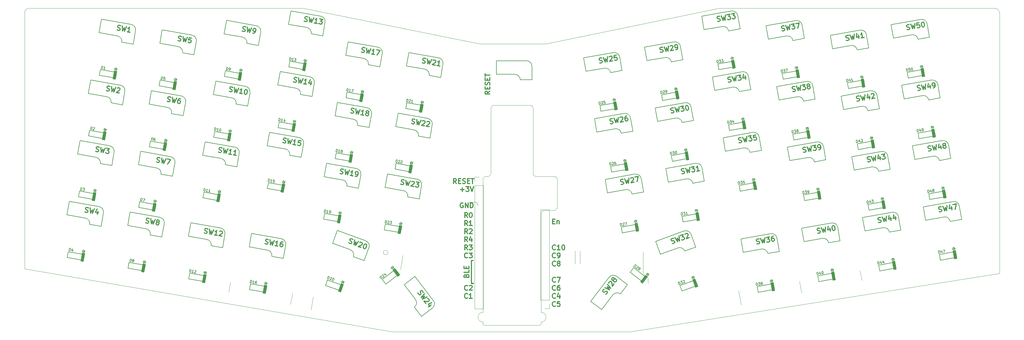
<source format=gbr>
%TF.GenerationSoftware,KiCad,Pcbnew,(5.0.1-3-g963ef8bb5)*%
%TF.CreationDate,2018-12-29T10:02:51-08:00*%
%TF.ProjectId,Laptreus-v1,4C617074726575732D76312E6B696361,rev?*%
%TF.SameCoordinates,Original*%
%TF.FileFunction,Legend,Top*%
%TF.FilePolarity,Positive*%
%FSLAX46Y46*%
G04 Gerber Fmt 4.6, Leading zero omitted, Abs format (unit mm)*
G04 Created by KiCad (PCBNEW (5.0.1-3-g963ef8bb5)) date Saturday, December 29, 2018 at 10:02:51 AM*
%MOMM*%
%LPD*%
G01*
G04 APERTURE LIST*
%ADD10C,0.300000*%
%ADD11C,0.100000*%
%ADD12C,0.400000*%
%ADD13C,0.150000*%
%ADD14C,0.120000*%
%ADD15C,0.304800*%
G04 APERTURE END LIST*
D10*
X244322203Y-119362973D02*
X244822203Y-119362973D01*
X245036489Y-120148687D02*
X244322203Y-120148687D01*
X244322203Y-118648687D01*
X245036489Y-118648687D01*
X245679346Y-119148687D02*
X245679346Y-120148687D01*
X245679346Y-119291544D02*
X245750775Y-119220116D01*
X245893632Y-119148687D01*
X246107918Y-119148687D01*
X246250775Y-119220116D01*
X246322203Y-119362973D01*
X246322203Y-120148687D01*
D11*
X193477168Y-128970116D02*
G75*
G03X193477168Y-128970116I-707107J0D01*
G01*
X339239176Y-134637824D02*
X339760120Y-137592247D01*
X320527829Y-137937139D02*
X321135596Y-141383966D01*
X301729656Y-140744051D02*
X302511073Y-145175687D01*
X197276051Y-134277304D02*
X198057467Y-129845669D01*
X170398431Y-142738601D02*
X169703838Y-146677831D01*
X163997180Y-141609887D02*
X163389411Y-145056714D01*
X144793429Y-138223748D02*
X144272484Y-141178171D01*
X220770061Y-113470116D02*
X221270061Y-114470116D01*
X218270061Y-113470116D02*
X220770061Y-113470116D01*
X273770060Y-136970115D02*
X273770061Y-138470115D01*
X272270062Y-135470116D02*
X273770060Y-136970115D01*
X272270061Y-128970116D02*
X272270062Y-135470116D01*
X252770061Y-128470116D02*
X252770062Y-132470117D01*
X251270060Y-128470116D02*
X251270062Y-132470116D01*
D10*
X224948632Y-79148687D02*
X224234346Y-79648687D01*
X224948632Y-80005830D02*
X223448632Y-80005830D01*
X223448632Y-79434401D01*
X223520061Y-79291544D01*
X223591489Y-79220116D01*
X223734346Y-79148687D01*
X223948632Y-79148687D01*
X224091489Y-79220116D01*
X224162918Y-79291544D01*
X224234346Y-79434401D01*
X224234346Y-80005830D01*
X224162918Y-78505830D02*
X224162918Y-78005830D01*
X224948632Y-77791544D02*
X224948632Y-78505830D01*
X223448632Y-78505830D01*
X223448632Y-77791544D01*
X224877203Y-77220116D02*
X224948632Y-77005830D01*
X224948632Y-76648687D01*
X224877203Y-76505830D01*
X224805775Y-76434401D01*
X224662918Y-76362973D01*
X224520061Y-76362973D01*
X224377203Y-76434401D01*
X224305775Y-76505830D01*
X224234346Y-76648687D01*
X224162918Y-76934401D01*
X224091489Y-77077258D01*
X224020061Y-77148687D01*
X223877203Y-77220116D01*
X223734346Y-77220116D01*
X223591489Y-77148687D01*
X223520061Y-77077258D01*
X223448632Y-76934401D01*
X223448632Y-76577258D01*
X223520061Y-76362973D01*
X224162918Y-75720116D02*
X224162918Y-75220116D01*
X224948632Y-75005830D02*
X224948632Y-75720116D01*
X223448632Y-75720116D01*
X223448632Y-75005830D01*
X223448632Y-74577258D02*
X223448632Y-73720116D01*
X224948632Y-74148687D02*
X223448632Y-74148687D01*
X214591489Y-107648687D02*
X214091489Y-106934401D01*
X213734346Y-107648687D02*
X213734346Y-106148687D01*
X214305775Y-106148687D01*
X214448632Y-106220116D01*
X214520061Y-106291544D01*
X214591489Y-106434401D01*
X214591489Y-106648687D01*
X214520061Y-106791544D01*
X214448632Y-106862973D01*
X214305775Y-106934401D01*
X213734346Y-106934401D01*
X215234346Y-106862973D02*
X215734346Y-106862973D01*
X215948632Y-107648687D02*
X215234346Y-107648687D01*
X215234346Y-106148687D01*
X215948632Y-106148687D01*
X216520061Y-107577258D02*
X216734346Y-107648687D01*
X217091489Y-107648687D01*
X217234346Y-107577258D01*
X217305775Y-107505830D01*
X217377203Y-107362973D01*
X217377203Y-107220116D01*
X217305775Y-107077258D01*
X217234346Y-107005830D01*
X217091489Y-106934401D01*
X216805775Y-106862973D01*
X216662918Y-106791544D01*
X216591489Y-106720116D01*
X216520061Y-106577258D01*
X216520061Y-106434401D01*
X216591489Y-106291544D01*
X216662918Y-106220116D01*
X216805775Y-106148687D01*
X217162918Y-106148687D01*
X217377203Y-106220116D01*
X218020061Y-106862973D02*
X218520061Y-106862973D01*
X218734346Y-107648687D02*
X218020061Y-107648687D01*
X218020061Y-106148687D01*
X218734346Y-106148687D01*
X219162918Y-106148687D02*
X220020061Y-106148687D01*
X219591489Y-107648687D02*
X219591489Y-106148687D01*
D11*
X240770059Y-150470119D02*
X240770059Y-150970119D01*
X240770062Y-146970117D02*
X240770060Y-147470118D01*
X240770067Y-147470119D02*
G75*
G02X240770059Y-150470119I-4J-1500000D01*
G01*
X222770064Y-150470119D02*
X222770064Y-150970119D01*
X222770065Y-150470114D02*
G75*
G02X222770059Y-147470118I-3J1499998D01*
G01*
X237270063Y-83470115D02*
G75*
G02X238270062Y-84470118I-2J-1000001D01*
G01*
X225270061Y-84470119D02*
G75*
G02X226270062Y-83470116I1000002J1D01*
G01*
X226270062Y-83470116D02*
X237270063Y-83470117D01*
X268270063Y-153470119D02*
X382270062Y-135470116D01*
X194770063Y-153470117D02*
X239270063Y-153470116D01*
X240770060Y-150970118D02*
G75*
G02X240270061Y-151470119I-500000J-1D01*
G01*
X223270064Y-151470119D02*
G75*
G02X222770064Y-150970119I0J500000D01*
G01*
D10*
X217662917Y-136148690D02*
X217734345Y-135934404D01*
X217805774Y-135862976D01*
X217948631Y-135791547D01*
X218162917Y-135791547D01*
X218305774Y-135862976D01*
X218377202Y-135934404D01*
X218448631Y-136077261D01*
X218448631Y-136648690D01*
X216948631Y-136648690D01*
X216948631Y-136148690D01*
X217020060Y-136005833D01*
X217091488Y-135934404D01*
X217234345Y-135862976D01*
X217377202Y-135862976D01*
X217520060Y-135934404D01*
X217591488Y-136005833D01*
X217662917Y-136148690D01*
X217662917Y-136648690D01*
X218448631Y-134434404D02*
X218448631Y-135148690D01*
X216948631Y-135148690D01*
X217662917Y-133934404D02*
X217662917Y-133434404D01*
X218448631Y-133220119D02*
X218448631Y-133934404D01*
X216948631Y-133934404D01*
X216948631Y-133220119D01*
D12*
X219270061Y-138470119D02*
X219770061Y-138470117D01*
D10*
X219270062Y-131470116D02*
X219270061Y-138470119D01*
X219770062Y-131470116D02*
X219270062Y-131470116D01*
X215841490Y-109577261D02*
X216984347Y-109577261D01*
X216412919Y-110148690D02*
X216412919Y-109005833D01*
X217555776Y-108648690D02*
X218484347Y-108648690D01*
X217984347Y-109220119D01*
X218198633Y-109220119D01*
X218341490Y-109291547D01*
X218412919Y-109362976D01*
X218484347Y-109505833D01*
X218484347Y-109862976D01*
X218412919Y-110005833D01*
X218341490Y-110077261D01*
X218198633Y-110148690D01*
X217770062Y-110148690D01*
X217627204Y-110077261D01*
X217555776Y-110005833D01*
X218912919Y-108648690D02*
X219412919Y-110148690D01*
X219912919Y-108648690D01*
X216627204Y-113720118D02*
X216484347Y-113648689D01*
X216270062Y-113648689D01*
X216055776Y-113720118D01*
X215912919Y-113862975D01*
X215841490Y-114005832D01*
X215770062Y-114291546D01*
X215770062Y-114505832D01*
X215841490Y-114791546D01*
X215912919Y-114934403D01*
X216055776Y-115077260D01*
X216270062Y-115148689D01*
X216412919Y-115148689D01*
X216627204Y-115077260D01*
X216698633Y-115005832D01*
X216698633Y-114505832D01*
X216412919Y-114505832D01*
X217341490Y-115148689D02*
X217341490Y-113648689D01*
X218198633Y-115148689D01*
X218198633Y-113648689D01*
X218912919Y-115148689D02*
X218912919Y-113648689D01*
X219270062Y-113648689D01*
X219484347Y-113720118D01*
X219627204Y-113862975D01*
X219698633Y-114005832D01*
X219770062Y-114291546D01*
X219770062Y-114505832D01*
X219698633Y-114791546D01*
X219627204Y-114934403D01*
X219484347Y-115077260D01*
X219270062Y-115148689D01*
X218912919Y-115148689D01*
X218020063Y-118148690D02*
X217520063Y-117434404D01*
X217162920Y-118148690D02*
X217162920Y-116648690D01*
X217734348Y-116648690D01*
X217877205Y-116720119D01*
X217948634Y-116791547D01*
X218020063Y-116934404D01*
X218020063Y-117148690D01*
X217948634Y-117291547D01*
X217877205Y-117362976D01*
X217734348Y-117434404D01*
X217162920Y-117434404D01*
X218948634Y-116648690D02*
X219091491Y-116648690D01*
X219234348Y-116720119D01*
X219305777Y-116791547D01*
X219377205Y-116934404D01*
X219448634Y-117220119D01*
X219448634Y-117577261D01*
X219377205Y-117862976D01*
X219305777Y-118005833D01*
X219234348Y-118077261D01*
X219091491Y-118148690D01*
X218948634Y-118148690D01*
X218805777Y-118077261D01*
X218734348Y-118005833D01*
X218662920Y-117862976D01*
X218591491Y-117577261D01*
X218591491Y-117220119D01*
X218662920Y-116934404D01*
X218734348Y-116791547D01*
X218805777Y-116720119D01*
X218948634Y-116648690D01*
X218020062Y-120648688D02*
X217520062Y-119934402D01*
X217162919Y-120648688D02*
X217162919Y-119148688D01*
X217734347Y-119148688D01*
X217877204Y-119220117D01*
X217948633Y-119291545D01*
X218020062Y-119434402D01*
X218020062Y-119648688D01*
X217948633Y-119791545D01*
X217877204Y-119862974D01*
X217734347Y-119934402D01*
X217162919Y-119934402D01*
X219448633Y-120648688D02*
X218591490Y-120648688D01*
X219020062Y-120648688D02*
X219020062Y-119148688D01*
X218877204Y-119362974D01*
X218734347Y-119505831D01*
X218591490Y-119577259D01*
X218020063Y-123148689D02*
X217520063Y-122434403D01*
X217162920Y-123148689D02*
X217162920Y-121648689D01*
X217734348Y-121648689D01*
X217877205Y-121720118D01*
X217948634Y-121791546D01*
X218020063Y-121934403D01*
X218020063Y-122148689D01*
X217948634Y-122291546D01*
X217877205Y-122362975D01*
X217734348Y-122434403D01*
X217162920Y-122434403D01*
X218591491Y-121791546D02*
X218662920Y-121720118D01*
X218805777Y-121648689D01*
X219162920Y-121648689D01*
X219305777Y-121720118D01*
X219377205Y-121791546D01*
X219448634Y-121934403D01*
X219448634Y-122077260D01*
X219377205Y-122291546D01*
X218520063Y-123148689D01*
X219448634Y-123148689D01*
X218020060Y-125648689D02*
X217520060Y-124934403D01*
X217162917Y-125648689D02*
X217162917Y-124148689D01*
X217734345Y-124148689D01*
X217877202Y-124220118D01*
X217948631Y-124291546D01*
X218020060Y-124434403D01*
X218020060Y-124648689D01*
X217948631Y-124791546D01*
X217877202Y-124862975D01*
X217734345Y-124934403D01*
X217162917Y-124934403D01*
X219305774Y-124648689D02*
X219305774Y-125648689D01*
X218948631Y-124077260D02*
X218591488Y-125148689D01*
X219520060Y-125148689D01*
X218020063Y-128148686D02*
X217520063Y-127434400D01*
X217162920Y-128148686D02*
X217162920Y-126648686D01*
X217734348Y-126648686D01*
X217877205Y-126720115D01*
X217948634Y-126791543D01*
X218020063Y-126934400D01*
X218020063Y-127148686D01*
X217948634Y-127291543D01*
X217877205Y-127362972D01*
X217734348Y-127434400D01*
X217162920Y-127434400D01*
X218520063Y-126648686D02*
X219448634Y-126648686D01*
X218948634Y-127220115D01*
X219162920Y-127220115D01*
X219305777Y-127291543D01*
X219377205Y-127362972D01*
X219448634Y-127505829D01*
X219448634Y-127862972D01*
X219377205Y-128005829D01*
X219305777Y-128077257D01*
X219162920Y-128148686D01*
X218734348Y-128148686D01*
X218591491Y-128077257D01*
X218520063Y-128005829D01*
X218020061Y-130505832D02*
X217948632Y-130577260D01*
X217734346Y-130648689D01*
X217591489Y-130648689D01*
X217377203Y-130577260D01*
X217234346Y-130434403D01*
X217162918Y-130291546D01*
X217091489Y-130005832D01*
X217091489Y-129791546D01*
X217162918Y-129505832D01*
X217234346Y-129362975D01*
X217377203Y-129220118D01*
X217591489Y-129148689D01*
X217734346Y-129148689D01*
X217948632Y-129220118D01*
X218020061Y-129291546D01*
X218520061Y-129148689D02*
X219448632Y-129148689D01*
X218948632Y-129720118D01*
X219162918Y-129720118D01*
X219305775Y-129791546D01*
X219377203Y-129862975D01*
X219448632Y-130005832D01*
X219448632Y-130362975D01*
X219377203Y-130505832D01*
X219305775Y-130577260D01*
X219162918Y-130648689D01*
X218734346Y-130648689D01*
X218591489Y-130577260D01*
X218520061Y-130505832D01*
X218020063Y-140505831D02*
X217948634Y-140577259D01*
X217734348Y-140648688D01*
X217591491Y-140648688D01*
X217377205Y-140577259D01*
X217234348Y-140434402D01*
X217162920Y-140291545D01*
X217091491Y-140005831D01*
X217091491Y-139791545D01*
X217162920Y-139505831D01*
X217234348Y-139362974D01*
X217377205Y-139220117D01*
X217591491Y-139148688D01*
X217734348Y-139148688D01*
X217948634Y-139220117D01*
X218020063Y-139291545D01*
X218591491Y-139291545D02*
X218662920Y-139220117D01*
X218805777Y-139148688D01*
X219162920Y-139148688D01*
X219305777Y-139220117D01*
X219377205Y-139291545D01*
X219448634Y-139434402D01*
X219448634Y-139577259D01*
X219377205Y-139791545D01*
X218520063Y-140648688D01*
X219448634Y-140648688D01*
X218020060Y-143005833D02*
X217948631Y-143077261D01*
X217734345Y-143148690D01*
X217591488Y-143148690D01*
X217377202Y-143077261D01*
X217234345Y-142934404D01*
X217162917Y-142791547D01*
X217091488Y-142505833D01*
X217091488Y-142291547D01*
X217162917Y-142005833D01*
X217234345Y-141862976D01*
X217377202Y-141720119D01*
X217591488Y-141648690D01*
X217734345Y-141648690D01*
X217948631Y-141720119D01*
X218020060Y-141791547D01*
X219448631Y-143148690D02*
X218591488Y-143148690D01*
X219020060Y-143148690D02*
X219020060Y-141648690D01*
X218877202Y-141862976D01*
X218734345Y-142005833D01*
X218591488Y-142077261D01*
X245179346Y-128005832D02*
X245107918Y-128077260D01*
X244893632Y-128148689D01*
X244750775Y-128148689D01*
X244536489Y-128077260D01*
X244393632Y-127934403D01*
X244322203Y-127791546D01*
X244250775Y-127505832D01*
X244250775Y-127291546D01*
X244322203Y-127005832D01*
X244393632Y-126862975D01*
X244536489Y-126720118D01*
X244750775Y-126648689D01*
X244893632Y-126648689D01*
X245107918Y-126720118D01*
X245179346Y-126791546D01*
X246607918Y-128148689D02*
X245750775Y-128148689D01*
X246179346Y-128148689D02*
X246179346Y-126648689D01*
X246036489Y-126862975D01*
X245893632Y-127005832D01*
X245750775Y-127077260D01*
X247536489Y-126648689D02*
X247679346Y-126648689D01*
X247822203Y-126720118D01*
X247893632Y-126791546D01*
X247965061Y-126934403D01*
X248036489Y-127220118D01*
X248036489Y-127577260D01*
X247965061Y-127862975D01*
X247893632Y-128005832D01*
X247822203Y-128077260D01*
X247679346Y-128148689D01*
X247536489Y-128148689D01*
X247393632Y-128077260D01*
X247322203Y-128005832D01*
X247250775Y-127862975D01*
X247179346Y-127577260D01*
X247179346Y-127220118D01*
X247250775Y-126934403D01*
X247322203Y-126791546D01*
X247393632Y-126720118D01*
X247536489Y-126648689D01*
X245179348Y-130505831D02*
X245107920Y-130577259D01*
X244893634Y-130648688D01*
X244750777Y-130648688D01*
X244536491Y-130577259D01*
X244393634Y-130434402D01*
X244322205Y-130291545D01*
X244250777Y-130005831D01*
X244250777Y-129791545D01*
X244322205Y-129505831D01*
X244393634Y-129362974D01*
X244536491Y-129220117D01*
X244750777Y-129148688D01*
X244893634Y-129148688D01*
X245107920Y-129220117D01*
X245179348Y-129291545D01*
X245893634Y-130648688D02*
X246179348Y-130648688D01*
X246322205Y-130577259D01*
X246393634Y-130505831D01*
X246536491Y-130291545D01*
X246607920Y-130005831D01*
X246607920Y-129434402D01*
X246536491Y-129291545D01*
X246465063Y-129220117D01*
X246322205Y-129148688D01*
X246036491Y-129148688D01*
X245893634Y-129220117D01*
X245822205Y-129291545D01*
X245750777Y-129434402D01*
X245750777Y-129791545D01*
X245822205Y-129934402D01*
X245893634Y-130005831D01*
X246036491Y-130077259D01*
X246322205Y-130077259D01*
X246465063Y-130005831D01*
X246536491Y-129934402D01*
X246607920Y-129791545D01*
X245179346Y-133005832D02*
X245107918Y-133077260D01*
X244893632Y-133148689D01*
X244750775Y-133148689D01*
X244536489Y-133077260D01*
X244393632Y-132934403D01*
X244322203Y-132791546D01*
X244250775Y-132505832D01*
X244250775Y-132291546D01*
X244322203Y-132005832D01*
X244393632Y-131862975D01*
X244536489Y-131720118D01*
X244750775Y-131648689D01*
X244893632Y-131648689D01*
X245107918Y-131720118D01*
X245179346Y-131791546D01*
X246036489Y-132291546D02*
X245893632Y-132220118D01*
X245822203Y-132148689D01*
X245750775Y-132005832D01*
X245750775Y-131934403D01*
X245822203Y-131791546D01*
X245893632Y-131720118D01*
X246036489Y-131648689D01*
X246322203Y-131648689D01*
X246465061Y-131720118D01*
X246536489Y-131791546D01*
X246607918Y-131934403D01*
X246607918Y-132005832D01*
X246536489Y-132148689D01*
X246465061Y-132220118D01*
X246322203Y-132291546D01*
X246036489Y-132291546D01*
X245893632Y-132362975D01*
X245822203Y-132434403D01*
X245750775Y-132577260D01*
X245750775Y-132862975D01*
X245822203Y-133005832D01*
X245893632Y-133077260D01*
X246036489Y-133148689D01*
X246322203Y-133148689D01*
X246465061Y-133077260D01*
X246536489Y-133005832D01*
X246607918Y-132862975D01*
X246607918Y-132577260D01*
X246536489Y-132434403D01*
X246465061Y-132362975D01*
X246322203Y-132291546D01*
X245179343Y-138005832D02*
X245107915Y-138077260D01*
X244893629Y-138148689D01*
X244750772Y-138148689D01*
X244536486Y-138077260D01*
X244393629Y-137934403D01*
X244322200Y-137791546D01*
X244250772Y-137505832D01*
X244250772Y-137291546D01*
X244322200Y-137005832D01*
X244393629Y-136862975D01*
X244536486Y-136720118D01*
X244750772Y-136648689D01*
X244893629Y-136648689D01*
X245107915Y-136720118D01*
X245179343Y-136791546D01*
X245679343Y-136648689D02*
X246679343Y-136648689D01*
X246036486Y-138148689D01*
X245179348Y-140505833D02*
X245107920Y-140577261D01*
X244893634Y-140648690D01*
X244750777Y-140648690D01*
X244536491Y-140577261D01*
X244393634Y-140434404D01*
X244322205Y-140291547D01*
X244250777Y-140005833D01*
X244250777Y-139791547D01*
X244322205Y-139505833D01*
X244393634Y-139362976D01*
X244536491Y-139220119D01*
X244750777Y-139148690D01*
X244893634Y-139148690D01*
X245107920Y-139220119D01*
X245179348Y-139291547D01*
X246465063Y-139148690D02*
X246179348Y-139148690D01*
X246036491Y-139220119D01*
X245965063Y-139291547D01*
X245822205Y-139505833D01*
X245750777Y-139791547D01*
X245750777Y-140362976D01*
X245822205Y-140505833D01*
X245893634Y-140577261D01*
X246036491Y-140648690D01*
X246322205Y-140648690D01*
X246465063Y-140577261D01*
X246536491Y-140505833D01*
X246607920Y-140362976D01*
X246607920Y-140005833D01*
X246536491Y-139862976D01*
X246465063Y-139791547D01*
X246322205Y-139720119D01*
X246036491Y-139720119D01*
X245893634Y-139791547D01*
X245822205Y-139862976D01*
X245750777Y-140005833D01*
X245179347Y-143005830D02*
X245107919Y-143077258D01*
X244893633Y-143148687D01*
X244750776Y-143148687D01*
X244536490Y-143077258D01*
X244393633Y-142934401D01*
X244322204Y-142791544D01*
X244250776Y-142505830D01*
X244250776Y-142291544D01*
X244322204Y-142005830D01*
X244393633Y-141862973D01*
X244536490Y-141720116D01*
X244750776Y-141648687D01*
X244893633Y-141648687D01*
X245107919Y-141720116D01*
X245179347Y-141791544D01*
X246465062Y-142148687D02*
X246465062Y-143148687D01*
X246107919Y-141577258D02*
X245750776Y-142648687D01*
X246679347Y-142648687D01*
X245179347Y-145505833D02*
X245107919Y-145577261D01*
X244893633Y-145648690D01*
X244750776Y-145648690D01*
X244536490Y-145577261D01*
X244393633Y-145434404D01*
X244322204Y-145291547D01*
X244250776Y-145005833D01*
X244250776Y-144791547D01*
X244322204Y-144505833D01*
X244393633Y-144362976D01*
X244536490Y-144220119D01*
X244750776Y-144148690D01*
X244893633Y-144148690D01*
X245107919Y-144220119D01*
X245179347Y-144291547D01*
X246536490Y-144148690D02*
X245822204Y-144148690D01*
X245750776Y-144862976D01*
X245822204Y-144791547D01*
X245965062Y-144720119D01*
X246322204Y-144720119D01*
X246465062Y-144791547D01*
X246536490Y-144862976D01*
X246607919Y-145005833D01*
X246607919Y-145362976D01*
X246536490Y-145505833D01*
X246465062Y-145577261D01*
X246322204Y-145648690D01*
X245965062Y-145648690D01*
X245822204Y-145577261D01*
X245750776Y-145505833D01*
D11*
X245770062Y-114970120D02*
G75*
G02X244770061Y-115970119I-1000000J1D01*
G01*
X223270064Y-151470117D02*
X240270061Y-151470119D01*
X244770061Y-105470118D02*
G75*
G02X245770060Y-106470119I-1J-1000000D01*
G01*
X380770063Y-53470116D02*
G75*
G02X382270060Y-54970119I-3J-1500000D01*
G01*
X81270064Y-54970119D02*
G75*
G02X82770060Y-53470119I1499998J2D01*
G01*
X225270060Y-104470118D02*
G75*
G02X224270060Y-105470118I-1000000J0D01*
G01*
X223770061Y-105470118D02*
X224270060Y-105470118D01*
X222770064Y-106470119D02*
G75*
G02X223770061Y-105470118I999999J2D01*
G01*
X240770059Y-116970114D02*
G75*
G02X241770063Y-115970118I1000000J-4D01*
G01*
X225270063Y-104470118D02*
X225270059Y-84470117D01*
X239270063Y-105470116D02*
G75*
G02X238270061Y-104470118I-2J1000000D01*
G01*
X238270061Y-104470118D02*
X238270062Y-84470117D01*
X244770060Y-105470119D02*
X239270064Y-105470119D01*
X241770063Y-115970118D02*
X244770061Y-115970119D01*
X240770060Y-116970118D02*
X240770062Y-146970117D01*
X82770060Y-53470119D02*
X167270060Y-53470120D01*
X242270062Y-64470119D02*
X295770061Y-53470120D01*
X221770061Y-64470116D02*
X242270062Y-64470119D01*
X167270060Y-53470120D02*
X221770061Y-64470116D01*
X239270063Y-153470116D02*
X268270063Y-153470119D01*
X245770060Y-106470119D02*
X245770063Y-114970117D01*
X222770059Y-147470118D02*
X222770064Y-106470119D01*
X81270064Y-133970119D02*
X194770063Y-153470117D01*
X295770061Y-53470120D02*
X380770061Y-53470118D01*
X81270062Y-54970118D02*
X81270064Y-133970119D01*
X382270060Y-54970119D02*
X382270062Y-135470116D01*
D13*
%TO.C,D50*%
X358441814Y-74665894D02*
X358007693Y-72203874D01*
X358566884Y-74643840D02*
X358132764Y-72181823D01*
X358257835Y-72159768D02*
X358691955Y-74621787D01*
X359067167Y-74555627D02*
X358633046Y-72093608D01*
X358507976Y-72115661D02*
X358942096Y-74577681D01*
X358817026Y-74599734D02*
X358382905Y-72137714D01*
X359141309Y-74187155D02*
X358828742Y-72414501D01*
X354118789Y-75072760D02*
X359141309Y-74187155D01*
X353806222Y-73300106D02*
X354118789Y-75072760D01*
X358828742Y-72414501D02*
X353806222Y-73300106D01*
X359202086Y-74531837D02*
X358767967Y-72069818D01*
X358004739Y-72204395D02*
X358767967Y-72069818D01*
X358441814Y-74665894D02*
X359205040Y-74531316D01*
X357719526Y-71594659D02*
X358014969Y-71542564D01*
X358014969Y-71542564D02*
X357945509Y-71148641D01*
X357945509Y-71148641D02*
X358507372Y-71455740D01*
X358507372Y-71455740D02*
X358084428Y-71936487D01*
X358084428Y-71936487D02*
X358014969Y-71542564D01*
X358576832Y-71849663D02*
X358437913Y-71061817D01*
X358507372Y-71455740D02*
X358704334Y-71421011D01*
%TO.C,D49*%
X361749812Y-93426478D02*
X361315691Y-90964458D01*
X361874882Y-93404424D02*
X361440762Y-90942407D01*
X361565833Y-90920352D02*
X361999953Y-93382371D01*
X362375165Y-93316211D02*
X361941044Y-90854192D01*
X361815974Y-90876245D02*
X362250094Y-93338265D01*
X362125024Y-93360318D02*
X361690903Y-90898298D01*
X362449307Y-92947739D02*
X362136740Y-91175085D01*
X357426787Y-93833344D02*
X362449307Y-92947739D01*
X357114220Y-92060690D02*
X357426787Y-93833344D01*
X362136740Y-91175085D02*
X357114220Y-92060690D01*
X362510084Y-93292421D02*
X362075965Y-90830402D01*
X361312737Y-90964979D02*
X362075965Y-90830402D01*
X361749812Y-93426478D02*
X362513038Y-93291900D01*
X361027524Y-90355243D02*
X361322967Y-90303148D01*
X361322967Y-90303148D02*
X361253507Y-89909225D01*
X361253507Y-89909225D02*
X361815370Y-90216324D01*
X361815370Y-90216324D02*
X361392426Y-90697071D01*
X361392426Y-90697071D02*
X361322967Y-90303148D01*
X361884830Y-90610247D02*
X361745911Y-89822401D01*
X361815370Y-90216324D02*
X362012332Y-90181595D01*
%TO.C,D48*%
X365057808Y-112187066D02*
X364623687Y-109725046D01*
X365182878Y-112165012D02*
X364748758Y-109702995D01*
X364873829Y-109680940D02*
X365307949Y-112142959D01*
X365683161Y-112076799D02*
X365249040Y-109614780D01*
X365123970Y-109636833D02*
X365558090Y-112098853D01*
X365433020Y-112120906D02*
X364998899Y-109658886D01*
X365757303Y-111708327D02*
X365444736Y-109935673D01*
X360734783Y-112593932D02*
X365757303Y-111708327D01*
X360422216Y-110821278D02*
X360734783Y-112593932D01*
X365444736Y-109935673D02*
X360422216Y-110821278D01*
X365818080Y-112053009D02*
X365383961Y-109590990D01*
X364620733Y-109725567D02*
X365383961Y-109590990D01*
X365057808Y-112187066D02*
X365821034Y-112052488D01*
X364335520Y-109115831D02*
X364630963Y-109063736D01*
X364630963Y-109063736D02*
X364561503Y-108669813D01*
X364561503Y-108669813D02*
X365123366Y-108976912D01*
X365123366Y-108976912D02*
X364700422Y-109457659D01*
X364700422Y-109457659D02*
X364630963Y-109063736D01*
X365192826Y-109370835D02*
X365053907Y-108582989D01*
X365123366Y-108976912D02*
X365320328Y-108942183D01*
%TO.C,D47*%
X368365805Y-130947658D02*
X367931684Y-128485638D01*
X368490875Y-130925604D02*
X368056755Y-128463587D01*
X368181826Y-128441532D02*
X368615946Y-130903551D01*
X368991158Y-130837391D02*
X368557037Y-128375372D01*
X368431967Y-128397425D02*
X368866087Y-130859445D01*
X368741017Y-130881498D02*
X368306896Y-128419478D01*
X369065300Y-130468919D02*
X368752733Y-128696265D01*
X364042780Y-131354524D02*
X369065300Y-130468919D01*
X363730213Y-129581870D02*
X364042780Y-131354524D01*
X368752733Y-128696265D02*
X363730213Y-129581870D01*
X369126077Y-130813601D02*
X368691958Y-128351582D01*
X367928730Y-128486159D02*
X368691958Y-128351582D01*
X368365805Y-130947658D02*
X369129031Y-130813080D01*
X367643517Y-127876423D02*
X367938960Y-127824328D01*
X367938960Y-127824328D02*
X367869500Y-127430405D01*
X367869500Y-127430405D02*
X368431363Y-127737504D01*
X368431363Y-127737504D02*
X368008419Y-128218251D01*
X368008419Y-128218251D02*
X367938960Y-127824328D01*
X368500823Y-128131427D02*
X368361904Y-127343581D01*
X368431363Y-127737504D02*
X368628325Y-127702775D01*
%TO.C,D44*%
X349605217Y-134255650D02*
X349171096Y-131793630D01*
X349730287Y-134233596D02*
X349296167Y-131771579D01*
X349421238Y-131749524D02*
X349855358Y-134211543D01*
X350230570Y-134145383D02*
X349796449Y-131683364D01*
X349671379Y-131705417D02*
X350105499Y-134167437D01*
X349980429Y-134189490D02*
X349546308Y-131727470D01*
X350304712Y-133776911D02*
X349992145Y-132004257D01*
X345282192Y-134662516D02*
X350304712Y-133776911D01*
X344969625Y-132889862D02*
X345282192Y-134662516D01*
X349992145Y-132004257D02*
X344969625Y-132889862D01*
X350365489Y-134121593D02*
X349931370Y-131659574D01*
X349168142Y-131794151D02*
X349931370Y-131659574D01*
X349605217Y-134255650D02*
X350368443Y-134121072D01*
X348882929Y-131184415D02*
X349178372Y-131132320D01*
X349178372Y-131132320D02*
X349108912Y-130738397D01*
X349108912Y-130738397D02*
X349670775Y-131045496D01*
X349670775Y-131045496D02*
X349247831Y-131526243D01*
X349247831Y-131526243D02*
X349178372Y-131132320D01*
X349740235Y-131439419D02*
X349601316Y-130651573D01*
X349670775Y-131045496D02*
X349867737Y-131010767D01*
%TO.C,D43*%
X346297216Y-115495067D02*
X345863095Y-113033047D01*
X346422286Y-115473013D02*
X345988166Y-113010996D01*
X346113237Y-112988941D02*
X346547357Y-115450960D01*
X346922569Y-115384800D02*
X346488448Y-112922781D01*
X346363378Y-112944834D02*
X346797498Y-115406854D01*
X346672428Y-115428907D02*
X346238307Y-112966887D01*
X346996711Y-115016328D02*
X346684144Y-113243674D01*
X341974191Y-115901933D02*
X346996711Y-115016328D01*
X341661624Y-114129279D02*
X341974191Y-115901933D01*
X346684144Y-113243674D02*
X341661624Y-114129279D01*
X347057488Y-115361010D02*
X346623369Y-112898991D01*
X345860141Y-113033568D02*
X346623369Y-112898991D01*
X346297216Y-115495067D02*
X347060442Y-115360489D01*
X345574928Y-112423832D02*
X345870371Y-112371737D01*
X345870371Y-112371737D02*
X345800911Y-111977814D01*
X345800911Y-111977814D02*
X346362774Y-112284913D01*
X346362774Y-112284913D02*
X345939830Y-112765660D01*
X345939830Y-112765660D02*
X345870371Y-112371737D01*
X346432234Y-112678836D02*
X346293315Y-111890990D01*
X346362774Y-112284913D02*
X346559736Y-112250184D01*
%TO.C,D42*%
X342989216Y-96734474D02*
X342555095Y-94272454D01*
X343114286Y-96712420D02*
X342680166Y-94250403D01*
X342805237Y-94228348D02*
X343239357Y-96690367D01*
X343614569Y-96624207D02*
X343180448Y-94162188D01*
X343055378Y-94184241D02*
X343489498Y-96646261D01*
X343364428Y-96668314D02*
X342930307Y-94206294D01*
X343688711Y-96255735D02*
X343376144Y-94483081D01*
X338666191Y-97141340D02*
X343688711Y-96255735D01*
X338353624Y-95368686D02*
X338666191Y-97141340D01*
X343376144Y-94483081D02*
X338353624Y-95368686D01*
X343749488Y-96600417D02*
X343315369Y-94138398D01*
X342552141Y-94272975D02*
X343315369Y-94138398D01*
X342989216Y-96734474D02*
X343752442Y-96599896D01*
X342266928Y-93663239D02*
X342562371Y-93611144D01*
X342562371Y-93611144D02*
X342492911Y-93217221D01*
X342492911Y-93217221D02*
X343054774Y-93524320D01*
X343054774Y-93524320D02*
X342631830Y-94005067D01*
X342631830Y-94005067D02*
X342562371Y-93611144D01*
X343124234Y-93918243D02*
X342985315Y-93130397D01*
X343054774Y-93524320D02*
X343251736Y-93489591D01*
%TO.C,D41*%
X339976669Y-77921796D02*
X339542548Y-75459776D01*
X340101739Y-77899742D02*
X339667619Y-75437725D01*
X339792690Y-75415670D02*
X340226810Y-77877689D01*
X340602022Y-77811529D02*
X340167901Y-75349510D01*
X340042831Y-75371563D02*
X340476951Y-77833583D01*
X340351881Y-77855636D02*
X339917760Y-75393616D01*
X340676164Y-77443057D02*
X340363597Y-75670403D01*
X335653644Y-78328662D02*
X340676164Y-77443057D01*
X335341077Y-76556008D02*
X335653644Y-78328662D01*
X340363597Y-75670403D02*
X335341077Y-76556008D01*
X340736941Y-77787739D02*
X340302822Y-75325720D01*
X339539594Y-75460297D02*
X340302822Y-75325720D01*
X339976669Y-77921796D02*
X340739895Y-77787218D01*
X339254381Y-74850561D02*
X339549824Y-74798466D01*
X339549824Y-74798466D02*
X339480364Y-74404543D01*
X339480364Y-74404543D02*
X340042227Y-74711642D01*
X340042227Y-74711642D02*
X339619283Y-75192389D01*
X339619283Y-75192389D02*
X339549824Y-74798466D01*
X340111687Y-75105565D02*
X339972768Y-74317719D01*
X340042227Y-74711642D02*
X340239189Y-74676913D01*
%TO.C,D40*%
X330844635Y-137563651D02*
X330410514Y-135101631D01*
X330969705Y-137541597D02*
X330535585Y-135079580D01*
X330660656Y-135057525D02*
X331094776Y-137519544D01*
X331469988Y-137453384D02*
X331035867Y-134991365D01*
X330910797Y-135013418D02*
X331344917Y-137475438D01*
X331219847Y-137497491D02*
X330785726Y-135035471D01*
X331544130Y-137084912D02*
X331231563Y-135312258D01*
X326521610Y-137970517D02*
X331544130Y-137084912D01*
X326209043Y-136197863D02*
X326521610Y-137970517D01*
X331231563Y-135312258D02*
X326209043Y-136197863D01*
X331604907Y-137429594D02*
X331170788Y-134967575D01*
X330407560Y-135102152D02*
X331170788Y-134967575D01*
X330844635Y-137563651D02*
X331607861Y-137429073D01*
X330122347Y-134492416D02*
X330417790Y-134440321D01*
X330417790Y-134440321D02*
X330348330Y-134046398D01*
X330348330Y-134046398D02*
X330910193Y-134353497D01*
X330910193Y-134353497D02*
X330487249Y-134834244D01*
X330487249Y-134834244D02*
X330417790Y-134440321D01*
X330979653Y-134747420D02*
X330840734Y-133959574D01*
X330910193Y-134353497D02*
X331107155Y-134318768D01*
%TO.C,D39*%
X326433963Y-112549529D02*
X325999842Y-110087509D01*
X326559033Y-112527475D02*
X326124913Y-110065458D01*
X326249984Y-110043403D02*
X326684104Y-112505422D01*
X327059316Y-112439262D02*
X326625195Y-109977243D01*
X326500125Y-109999296D02*
X326934245Y-112461316D01*
X326809175Y-112483369D02*
X326375054Y-110021349D01*
X327133458Y-112070790D02*
X326820891Y-110298136D01*
X322110938Y-112956395D02*
X327133458Y-112070790D01*
X321798371Y-111183741D02*
X322110938Y-112956395D01*
X326820891Y-110298136D02*
X321798371Y-111183741D01*
X327194235Y-112415472D02*
X326760116Y-109953453D01*
X325996888Y-110088030D02*
X326760116Y-109953453D01*
X326433963Y-112549529D02*
X327197189Y-112414951D01*
X325711675Y-109478294D02*
X326007118Y-109426199D01*
X326007118Y-109426199D02*
X325937658Y-109032276D01*
X325937658Y-109032276D02*
X326499521Y-109339375D01*
X326499521Y-109339375D02*
X326076577Y-109820122D01*
X326076577Y-109820122D02*
X326007118Y-109426199D01*
X326568981Y-109733298D02*
X326430062Y-108945452D01*
X326499521Y-109339375D02*
X326696483Y-109304646D01*
%TO.C,D38*%
X323125966Y-93788946D02*
X322691845Y-91326926D01*
X323251036Y-93766892D02*
X322816916Y-91304875D01*
X322941987Y-91282820D02*
X323376107Y-93744839D01*
X323751319Y-93678679D02*
X323317198Y-91216660D01*
X323192128Y-91238713D02*
X323626248Y-93700733D01*
X323501178Y-93722786D02*
X323067057Y-91260766D01*
X323825461Y-93310207D02*
X323512894Y-91537553D01*
X318802941Y-94195812D02*
X323825461Y-93310207D01*
X318490374Y-92423158D02*
X318802941Y-94195812D01*
X323512894Y-91537553D02*
X318490374Y-92423158D01*
X323886238Y-93654889D02*
X323452119Y-91192870D01*
X322688891Y-91327447D02*
X323452119Y-91192870D01*
X323125966Y-93788946D02*
X323889192Y-93654368D01*
X322403678Y-90717711D02*
X322699121Y-90665616D01*
X322699121Y-90665616D02*
X322629661Y-90271693D01*
X322629661Y-90271693D02*
X323191524Y-90578792D01*
X323191524Y-90578792D02*
X322768580Y-91059539D01*
X322768580Y-91059539D02*
X322699121Y-90665616D01*
X323260984Y-90972715D02*
X323122065Y-90184869D01*
X323191524Y-90578792D02*
X323388486Y-90544063D01*
%TO.C,D37*%
X319817970Y-75028358D02*
X319383849Y-72566338D01*
X319943040Y-75006304D02*
X319508920Y-72544287D01*
X319633991Y-72522232D02*
X320068111Y-74984251D01*
X320443323Y-74918091D02*
X320009202Y-72456072D01*
X319884132Y-72478125D02*
X320318252Y-74940145D01*
X320193182Y-74962198D02*
X319759061Y-72500178D01*
X320517465Y-74549619D02*
X320204898Y-72776965D01*
X315494945Y-75435224D02*
X320517465Y-74549619D01*
X315182378Y-73662570D02*
X315494945Y-75435224D01*
X320204898Y-72776965D02*
X315182378Y-73662570D01*
X320578242Y-74894301D02*
X320144123Y-72432282D01*
X319380895Y-72566859D02*
X320144123Y-72432282D01*
X319817970Y-75028358D02*
X320581196Y-74893780D01*
X319095682Y-71957123D02*
X319391125Y-71905028D01*
X319391125Y-71905028D02*
X319321665Y-71511105D01*
X319321665Y-71511105D02*
X319883528Y-71818204D01*
X319883528Y-71818204D02*
X319460584Y-72298951D01*
X319460584Y-72298951D02*
X319391125Y-71905028D01*
X319952988Y-72212127D02*
X319814069Y-71424281D01*
X319883528Y-71818204D02*
X320080490Y-71783475D01*
%TO.C,D36*%
X312084046Y-140871646D02*
X311649925Y-138409626D01*
X312209116Y-140849592D02*
X311774996Y-138387575D01*
X311900067Y-138365520D02*
X312334187Y-140827539D01*
X312709399Y-140761379D02*
X312275278Y-138299360D01*
X312150208Y-138321413D02*
X312584328Y-140783433D01*
X312459258Y-140805486D02*
X312025137Y-138343466D01*
X312783541Y-140392907D02*
X312470974Y-138620253D01*
X307761021Y-141278512D02*
X312783541Y-140392907D01*
X307448454Y-139505858D02*
X307761021Y-141278512D01*
X312470974Y-138620253D02*
X307448454Y-139505858D01*
X312844318Y-140737589D02*
X312410199Y-138275570D01*
X311646971Y-138410147D02*
X312410199Y-138275570D01*
X312084046Y-140871646D02*
X312847272Y-140737068D01*
X311361758Y-137800411D02*
X311657201Y-137748316D01*
X311657201Y-137748316D02*
X311587741Y-137354393D01*
X311587741Y-137354393D02*
X312149604Y-137661492D01*
X312149604Y-137661492D02*
X311726660Y-138142239D01*
X311726660Y-138142239D02*
X311657201Y-137748316D01*
X312219064Y-138055415D02*
X312080145Y-137267569D01*
X312149604Y-137661492D02*
X312346566Y-137626763D01*
%TO.C,D35*%
X306570708Y-109603996D02*
X306136587Y-107141976D01*
X306695778Y-109581942D02*
X306261658Y-107119925D01*
X306386729Y-107097870D02*
X306820849Y-109559889D01*
X307196061Y-109493729D02*
X306761940Y-107031710D01*
X306636870Y-107053763D02*
X307070990Y-109515783D01*
X306945920Y-109537836D02*
X306511799Y-107075816D01*
X307270203Y-109125257D02*
X306957636Y-107352603D01*
X302247683Y-110010862D02*
X307270203Y-109125257D01*
X301935116Y-108238208D02*
X302247683Y-110010862D01*
X306957636Y-107352603D02*
X301935116Y-108238208D01*
X307330980Y-109469939D02*
X306896861Y-107007920D01*
X306133633Y-107142497D02*
X306896861Y-107007920D01*
X306570708Y-109603996D02*
X307333934Y-109469418D01*
X305848420Y-106532761D02*
X306143863Y-106480666D01*
X306143863Y-106480666D02*
X306074403Y-106086743D01*
X306074403Y-106086743D02*
X306636266Y-106393842D01*
X306636266Y-106393842D02*
X306213322Y-106874589D01*
X306213322Y-106874589D02*
X306143863Y-106480666D01*
X306705726Y-106787765D02*
X306566807Y-105999919D01*
X306636266Y-106393842D02*
X306833228Y-106359113D01*
%TO.C,D34*%
X303262719Y-90843411D02*
X302828598Y-88381391D01*
X303387789Y-90821357D02*
X302953669Y-88359340D01*
X303078740Y-88337285D02*
X303512860Y-90799304D01*
X303888072Y-90733144D02*
X303453951Y-88271125D01*
X303328881Y-88293178D02*
X303763001Y-90755198D01*
X303637931Y-90777251D02*
X303203810Y-88315231D01*
X303962214Y-90364672D02*
X303649647Y-88592018D01*
X298939694Y-91250277D02*
X303962214Y-90364672D01*
X298627127Y-89477623D02*
X298939694Y-91250277D01*
X303649647Y-88592018D02*
X298627127Y-89477623D01*
X304022991Y-90709354D02*
X303588872Y-88247335D01*
X302825644Y-88381912D02*
X303588872Y-88247335D01*
X303262719Y-90843411D02*
X304025945Y-90708833D01*
X302540431Y-87772176D02*
X302835874Y-87720081D01*
X302835874Y-87720081D02*
X302766414Y-87326158D01*
X302766414Y-87326158D02*
X303328277Y-87633257D01*
X303328277Y-87633257D02*
X302905333Y-88114004D01*
X302905333Y-88114004D02*
X302835874Y-87720081D01*
X303397737Y-88027180D02*
X303258818Y-87239334D01*
X303328277Y-87633257D02*
X303525239Y-87598528D01*
%TO.C,D33*%
X299954715Y-72082825D02*
X299520594Y-69620805D01*
X300079785Y-72060771D02*
X299645665Y-69598754D01*
X299770736Y-69576699D02*
X300204856Y-72038718D01*
X300580068Y-71972558D02*
X300145947Y-69510539D01*
X300020877Y-69532592D02*
X300454997Y-71994612D01*
X300329927Y-72016665D02*
X299895806Y-69554645D01*
X300654210Y-71604086D02*
X300341643Y-69831432D01*
X295631690Y-72489691D02*
X300654210Y-71604086D01*
X295319123Y-70717037D02*
X295631690Y-72489691D01*
X300341643Y-69831432D02*
X295319123Y-70717037D01*
X300714987Y-71948768D02*
X300280868Y-69486749D01*
X299517640Y-69621326D02*
X300280868Y-69486749D01*
X299954715Y-72082825D02*
X300717941Y-71948247D01*
X299232427Y-69011590D02*
X299527870Y-68959495D01*
X299527870Y-68959495D02*
X299458410Y-68565572D01*
X299458410Y-68565572D02*
X300020273Y-68872671D01*
X300020273Y-68872671D02*
X299597329Y-69353418D01*
X299597329Y-69353418D02*
X299527870Y-68959495D01*
X300089733Y-69266594D02*
X299950814Y-68478748D01*
X300020273Y-68872671D02*
X300217235Y-68837942D01*
%TO.C,D32*%
X288407348Y-139727845D02*
X287552298Y-137378613D01*
X288526689Y-139684407D02*
X287671640Y-137335179D01*
X287790980Y-137291740D02*
X288646030Y-139640972D01*
X289004053Y-139510662D02*
X288149003Y-137161431D01*
X288029662Y-137204867D02*
X288884712Y-139554099D01*
X288765371Y-139597535D02*
X287910321Y-137248304D01*
X289013084Y-139134913D02*
X288397448Y-137443466D01*
X284220652Y-140879216D02*
X289013084Y-139134913D01*
X283605015Y-139187769D02*
X284220652Y-140879216D01*
X288397448Y-137443466D02*
X283605015Y-139187769D01*
X289132792Y-139463805D02*
X288277743Y-137114573D01*
X287549479Y-137379639D02*
X288277743Y-137114573D01*
X288407348Y-139727845D02*
X289135610Y-139462779D01*
X287162720Y-136828693D02*
X287444627Y-136726087D01*
X287444627Y-136726087D02*
X287307819Y-136350210D01*
X287307819Y-136350210D02*
X287914474Y-136555077D01*
X287914474Y-136555077D02*
X287581435Y-137101964D01*
X287581435Y-137101964D02*
X287444627Y-136726087D01*
X288051282Y-136930954D02*
X287777666Y-136179200D01*
X287914474Y-136555077D02*
X288102412Y-136486673D01*
%TO.C,D31*%
X288912793Y-119165530D02*
X288478672Y-116703510D01*
X289037863Y-119143476D02*
X288603743Y-116681459D01*
X288728814Y-116659404D02*
X289162934Y-119121423D01*
X289538146Y-119055263D02*
X289104025Y-116593244D01*
X288978955Y-116615297D02*
X289413075Y-119077317D01*
X289288005Y-119099370D02*
X288853884Y-116637350D01*
X289612288Y-118686791D02*
X289299721Y-116914137D01*
X284589768Y-119572396D02*
X289612288Y-118686791D01*
X284277201Y-117799742D02*
X284589768Y-119572396D01*
X289299721Y-116914137D02*
X284277201Y-117799742D01*
X289673065Y-119031473D02*
X289238946Y-116569454D01*
X288475718Y-116704031D02*
X289238946Y-116569454D01*
X288912793Y-119165530D02*
X289676019Y-119030952D01*
X288190505Y-116094295D02*
X288485948Y-116042200D01*
X288485948Y-116042200D02*
X288416488Y-115648277D01*
X288416488Y-115648277D02*
X288978351Y-115955376D01*
X288978351Y-115955376D02*
X288555407Y-116436123D01*
X288555407Y-116436123D02*
X288485948Y-116042200D01*
X289047811Y-116349299D02*
X288908892Y-115561453D01*
X288978351Y-115955376D02*
X289175313Y-115920647D01*
%TO.C,D30*%
X285604791Y-100404941D02*
X285170670Y-97942921D01*
X285729861Y-100382887D02*
X285295741Y-97920870D01*
X285420812Y-97898815D02*
X285854932Y-100360834D01*
X286230144Y-100294674D02*
X285796023Y-97832655D01*
X285670953Y-97854708D02*
X286105073Y-100316728D01*
X285980003Y-100338781D02*
X285545882Y-97876761D01*
X286304286Y-99926202D02*
X285991719Y-98153548D01*
X281281766Y-100811807D02*
X286304286Y-99926202D01*
X280969199Y-99039153D02*
X281281766Y-100811807D01*
X285991719Y-98153548D02*
X280969199Y-99039153D01*
X286365063Y-100270884D02*
X285930944Y-97808865D01*
X285167716Y-97943442D02*
X285930944Y-97808865D01*
X285604791Y-100404941D02*
X286368017Y-100270363D01*
X284882503Y-97333706D02*
X285177946Y-97281611D01*
X285177946Y-97281611D02*
X285108486Y-96887688D01*
X285108486Y-96887688D02*
X285670349Y-97194787D01*
X285670349Y-97194787D02*
X285247405Y-97675534D01*
X285247405Y-97675534D02*
X285177946Y-97281611D01*
X285739809Y-97588710D02*
X285600890Y-96800864D01*
X285670349Y-97194787D02*
X285867311Y-97160058D01*
%TO.C,D29*%
X282592239Y-81592258D02*
X282158118Y-79130238D01*
X282717309Y-81570204D02*
X282283189Y-79108187D01*
X282408260Y-79086132D02*
X282842380Y-81548151D01*
X283217592Y-81481991D02*
X282783471Y-79019972D01*
X282658401Y-79042025D02*
X283092521Y-81504045D01*
X282967451Y-81526098D02*
X282533330Y-79064078D01*
X283291734Y-81113519D02*
X282979167Y-79340865D01*
X278269214Y-81999124D02*
X283291734Y-81113519D01*
X277956647Y-80226470D02*
X278269214Y-81999124D01*
X282979167Y-79340865D02*
X277956647Y-80226470D01*
X283352511Y-81458201D02*
X282918392Y-78996182D01*
X282155164Y-79130759D02*
X282918392Y-78996182D01*
X282592239Y-81592258D02*
X283355465Y-81457680D01*
X281869951Y-78521023D02*
X282165394Y-78468928D01*
X282165394Y-78468928D02*
X282095934Y-78075005D01*
X282095934Y-78075005D02*
X282657797Y-78382104D01*
X282657797Y-78382104D02*
X282234853Y-78862851D01*
X282234853Y-78862851D02*
X282165394Y-78468928D01*
X282727257Y-78776027D02*
X282588338Y-77988181D01*
X282657797Y-78382104D02*
X282854759Y-78347375D01*
%TO.C,D28*%
X271450089Y-138004716D02*
X272971993Y-136021332D01*
X271550846Y-138082027D02*
X273072747Y-136098647D01*
X273173504Y-136175958D02*
X271651601Y-138159341D01*
X271953868Y-138391279D02*
X273475772Y-136407896D01*
X273375016Y-136330583D02*
X271853113Y-138313966D01*
X271752357Y-138236654D02*
X273274260Y-136253270D01*
X272275624Y-138197006D02*
X273371395Y-136768970D01*
X268229522Y-135092322D02*
X272275624Y-138197006D01*
X269325293Y-133664286D02*
X268229522Y-135092322D01*
X273371395Y-136768970D02*
X269325293Y-133664286D01*
X272062559Y-138474680D02*
X273584463Y-136491297D01*
X272969613Y-136019506D02*
X273584463Y-136491297D01*
X271450089Y-138004716D02*
X272064938Y-138476506D01*
X273226471Y-135397293D02*
X273464477Y-135579921D01*
X273464477Y-135579921D02*
X273707981Y-135262580D01*
X273707981Y-135262580D02*
X273861153Y-135884302D01*
X273861153Y-135884302D02*
X273220972Y-135897263D01*
X273220972Y-135897263D02*
X273464477Y-135579921D01*
X273617649Y-136201643D02*
X274104658Y-135566961D01*
X273861153Y-135884302D02*
X274019824Y-136006054D01*
%TO.C,D27*%
X270152208Y-122473533D02*
X269718087Y-120011513D01*
X270277278Y-122451479D02*
X269843158Y-119989462D01*
X269968229Y-119967407D02*
X270402349Y-122429426D01*
X270777561Y-122363266D02*
X270343440Y-119901247D01*
X270218370Y-119923300D02*
X270652490Y-122385320D01*
X270527420Y-122407373D02*
X270093299Y-119945353D01*
X270851703Y-121994794D02*
X270539136Y-120222140D01*
X265829183Y-122880399D02*
X270851703Y-121994794D01*
X265516616Y-121107745D02*
X265829183Y-122880399D01*
X270539136Y-120222140D02*
X265516616Y-121107745D01*
X270912480Y-122339476D02*
X270478361Y-119877457D01*
X269715133Y-120012034D02*
X270478361Y-119877457D01*
X270152208Y-122473533D02*
X270915434Y-122338955D01*
X269429920Y-119402298D02*
X269725363Y-119350203D01*
X269725363Y-119350203D02*
X269655903Y-118956280D01*
X269655903Y-118956280D02*
X270217766Y-119263379D01*
X270217766Y-119263379D02*
X269794822Y-119744126D01*
X269794822Y-119744126D02*
X269725363Y-119350203D01*
X270287226Y-119657302D02*
X270148307Y-118869456D01*
X270217766Y-119263379D02*
X270414728Y-119228650D01*
%TO.C,D26*%
X266844202Y-103712940D02*
X266410081Y-101250920D01*
X266969272Y-103690886D02*
X266535152Y-101228869D01*
X266660223Y-101206814D02*
X267094343Y-103668833D01*
X267469555Y-103602673D02*
X267035434Y-101140654D01*
X266910364Y-101162707D02*
X267344484Y-103624727D01*
X267219414Y-103646780D02*
X266785293Y-101184760D01*
X267543697Y-103234201D02*
X267231130Y-101461547D01*
X262521177Y-104119806D02*
X267543697Y-103234201D01*
X262208610Y-102347152D02*
X262521177Y-104119806D01*
X267231130Y-101461547D02*
X262208610Y-102347152D01*
X267604474Y-103578883D02*
X267170355Y-101116864D01*
X266407127Y-101251441D02*
X267170355Y-101116864D01*
X266844202Y-103712940D02*
X267607428Y-103578362D01*
X266121914Y-100641705D02*
X266417357Y-100589610D01*
X266417357Y-100589610D02*
X266347897Y-100195687D01*
X266347897Y-100195687D02*
X266909760Y-100502786D01*
X266909760Y-100502786D02*
X266486816Y-100983533D01*
X266486816Y-100983533D02*
X266417357Y-100589610D01*
X266979220Y-100896709D02*
X266840301Y-100108863D01*
X266909760Y-100502786D02*
X267106722Y-100468057D01*
%TO.C,D25*%
X263536210Y-84952346D02*
X263102089Y-82490326D01*
X263661280Y-84930292D02*
X263227160Y-82468275D01*
X263352231Y-82446220D02*
X263786351Y-84908239D01*
X264161563Y-84842079D02*
X263727442Y-82380060D01*
X263602372Y-82402113D02*
X264036492Y-84864133D01*
X263911422Y-84886186D02*
X263477301Y-82424166D01*
X264235705Y-84473607D02*
X263923138Y-82700953D01*
X259213185Y-85359212D02*
X264235705Y-84473607D01*
X258900618Y-83586558D02*
X259213185Y-85359212D01*
X263923138Y-82700953D02*
X258900618Y-83586558D01*
X264296482Y-84818289D02*
X263862363Y-82356270D01*
X263099135Y-82490847D02*
X263862363Y-82356270D01*
X263536210Y-84952346D02*
X264299436Y-84817768D01*
X262813922Y-81881111D02*
X263109365Y-81829016D01*
X263109365Y-81829016D02*
X263039905Y-81435093D01*
X263039905Y-81435093D02*
X263601768Y-81742192D01*
X263601768Y-81742192D02*
X263178824Y-82222939D01*
X263178824Y-82222939D02*
X263109365Y-81829016D01*
X263671228Y-82136115D02*
X263532309Y-81348269D01*
X263601768Y-81742192D02*
X263798730Y-81707463D01*
%TO.C,D24*%
X196497126Y-136361851D02*
X194975222Y-134378467D01*
X196597881Y-136284537D02*
X195075979Y-134301156D01*
X195176734Y-134223842D02*
X196698637Y-136207225D01*
X197000905Y-135975287D02*
X195479001Y-133991904D01*
X195378246Y-134069217D02*
X196900149Y-136052600D01*
X196799393Y-136129913D02*
X195277490Y-134146529D01*
X196896528Y-135614213D02*
X195800757Y-134186177D01*
X192850426Y-138718897D02*
X196896528Y-135614213D01*
X191754655Y-137290861D02*
X192850426Y-138718897D01*
X195800757Y-134186177D02*
X191754655Y-137290861D01*
X197109595Y-135891886D02*
X195587692Y-133908502D01*
X194972842Y-134380294D02*
X195587692Y-133908502D01*
X196497126Y-136361851D02*
X197111975Y-135890061D01*
X194438310Y-133971147D02*
X194676316Y-133788519D01*
X194676316Y-133788519D02*
X194432812Y-133471178D01*
X194432812Y-133471178D02*
X195072993Y-133484138D01*
X195072993Y-133484138D02*
X194919821Y-134105860D01*
X194919821Y-134105860D02*
X194676316Y-133788519D01*
X195316498Y-133801479D02*
X194829488Y-133166797D01*
X195072993Y-133484138D02*
X195231664Y-133362386D01*
%TO.C,D23*%
X196553250Y-123076381D02*
X196987371Y-120614361D01*
X196678321Y-123098433D02*
X197112441Y-120636416D01*
X197237512Y-120658468D02*
X196803392Y-123120487D01*
X197178603Y-123186647D02*
X197612724Y-120724628D01*
X197487653Y-120702574D02*
X197053533Y-123164594D01*
X196928462Y-123142541D02*
X197362583Y-120680521D01*
X197374299Y-122865754D02*
X197686866Y-121093100D01*
X192351779Y-121980149D02*
X197374299Y-122865754D01*
X192664346Y-120207495D02*
X192351779Y-121980149D01*
X197686866Y-121093100D02*
X192664346Y-120207495D01*
X197313523Y-123210437D02*
X197747644Y-120748418D01*
X196984416Y-120613840D02*
X197747644Y-120748418D01*
X196553250Y-123076381D02*
X197316476Y-123210958D01*
X196924946Y-119943327D02*
X197220389Y-119995421D01*
X197220389Y-119995421D02*
X197289848Y-119601498D01*
X197289848Y-119601498D02*
X197712793Y-120082245D01*
X197712793Y-120082245D02*
X197150929Y-120389344D01*
X197150929Y-120389344D02*
X197220389Y-119995421D01*
X197643333Y-120476168D02*
X197782252Y-119688322D01*
X197712793Y-120082245D02*
X197909754Y-120116975D01*
%TO.C,D22*%
X199861244Y-104315791D02*
X200295365Y-101853771D01*
X199986315Y-104337843D02*
X200420435Y-101875826D01*
X200545506Y-101897878D02*
X200111386Y-104359897D01*
X200486597Y-104426057D02*
X200920718Y-101964038D01*
X200795647Y-101941984D02*
X200361527Y-104404004D01*
X200236456Y-104381951D02*
X200670577Y-101919931D01*
X200682293Y-104105164D02*
X200994860Y-102332510D01*
X195659773Y-103219559D02*
X200682293Y-104105164D01*
X195972340Y-101446905D02*
X195659773Y-103219559D01*
X200994860Y-102332510D02*
X195972340Y-101446905D01*
X200621517Y-104449847D02*
X201055638Y-101987828D01*
X200292410Y-101853250D02*
X201055638Y-101987828D01*
X199861244Y-104315791D02*
X200624470Y-104450368D01*
X200232940Y-101182737D02*
X200528383Y-101234831D01*
X200528383Y-101234831D02*
X200597842Y-100840908D01*
X200597842Y-100840908D02*
X201020787Y-101321655D01*
X201020787Y-101321655D02*
X200458923Y-101628754D01*
X200458923Y-101628754D02*
X200528383Y-101234831D01*
X200951327Y-101715578D02*
X201090246Y-100927732D01*
X201020787Y-101321655D02*
X201217748Y-101356385D01*
%TO.C,D21*%
X203169245Y-85555202D02*
X203603366Y-83093182D01*
X203294316Y-85577254D02*
X203728436Y-83115237D01*
X203853507Y-83137289D02*
X203419387Y-85599308D01*
X203794598Y-85665468D02*
X204228719Y-83203449D01*
X204103648Y-83181395D02*
X203669528Y-85643415D01*
X203544457Y-85621362D02*
X203978578Y-83159342D01*
X203990294Y-85344575D02*
X204302861Y-83571921D01*
X198967774Y-84458970D02*
X203990294Y-85344575D01*
X199280341Y-82686316D02*
X198967774Y-84458970D01*
X204302861Y-83571921D02*
X199280341Y-82686316D01*
X203929518Y-85689258D02*
X204363639Y-83227239D01*
X203600411Y-83092661D02*
X204363639Y-83227239D01*
X203169245Y-85555202D02*
X203932471Y-85689779D01*
X203540941Y-82422148D02*
X203836384Y-82474242D01*
X203836384Y-82474242D02*
X203905843Y-82080319D01*
X203905843Y-82080319D02*
X204328788Y-82561066D01*
X204328788Y-82561066D02*
X203766924Y-82868165D01*
X203766924Y-82868165D02*
X203836384Y-82474242D01*
X204259328Y-82954989D02*
X204398247Y-82167143D01*
X204328788Y-82561066D02*
X204525749Y-82595796D01*
%TO.C,D20*%
X178135254Y-140945162D02*
X178990304Y-138595930D01*
X178254595Y-140988597D02*
X179109645Y-138639368D01*
X179228986Y-138682803D02*
X178373936Y-141032035D01*
X178731959Y-141162344D02*
X179587009Y-138813113D01*
X179467668Y-138769676D02*
X178612618Y-141118908D01*
X178493277Y-141075471D02*
X179348327Y-138726240D01*
X178980404Y-140880309D02*
X179596040Y-139188862D01*
X174187971Y-139136006D02*
X178980404Y-140880309D01*
X174803608Y-137444559D02*
X174187971Y-139136006D01*
X179596040Y-139188862D02*
X174803608Y-137444559D01*
X178860698Y-141209201D02*
X179715749Y-138859970D01*
X178987485Y-138594904D02*
X179715749Y-138859970D01*
X178135254Y-140945162D02*
X178863516Y-141210227D01*
X179045352Y-137924250D02*
X179327260Y-138026856D01*
X179327260Y-138026856D02*
X179464068Y-137650979D01*
X179464068Y-137650979D02*
X179797106Y-138197866D01*
X179797106Y-138197866D02*
X179190452Y-138402733D01*
X179190452Y-138402733D02*
X179327260Y-138026856D01*
X179660298Y-138573743D02*
X179933914Y-137821989D01*
X179797106Y-138197866D02*
X179985045Y-138266270D01*
%TO.C,D19*%
X177792662Y-119768381D02*
X178226783Y-117306361D01*
X177917733Y-119790433D02*
X178351853Y-117328416D01*
X178476924Y-117350468D02*
X178042804Y-119812487D01*
X178418015Y-119878647D02*
X178852136Y-117416628D01*
X178727065Y-117394574D02*
X178292945Y-119856594D01*
X178167874Y-119834541D02*
X178601995Y-117372521D01*
X178613711Y-119557754D02*
X178926278Y-117785100D01*
X173591191Y-118672149D02*
X178613711Y-119557754D01*
X173903758Y-116899495D02*
X173591191Y-118672149D01*
X178926278Y-117785100D02*
X173903758Y-116899495D01*
X178552935Y-119902437D02*
X178987056Y-117440418D01*
X178223828Y-117305840D02*
X178987056Y-117440418D01*
X177792662Y-119768381D02*
X178555888Y-119902958D01*
X178164358Y-116635327D02*
X178459801Y-116687421D01*
X178459801Y-116687421D02*
X178529260Y-116293498D01*
X178529260Y-116293498D02*
X178952205Y-116774245D01*
X178952205Y-116774245D02*
X178390341Y-117081344D01*
X178390341Y-117081344D02*
X178459801Y-116687421D01*
X178882745Y-117168168D02*
X179021664Y-116380322D01*
X178952205Y-116774245D02*
X179149166Y-116808975D01*
%TO.C,D18*%
X181396099Y-101059884D02*
X181830220Y-98597864D01*
X181521170Y-101081936D02*
X181955290Y-98619919D01*
X182080361Y-98641971D02*
X181646241Y-101103990D01*
X182021452Y-101170150D02*
X182455573Y-98708131D01*
X182330502Y-98686077D02*
X181896382Y-101148097D01*
X181771311Y-101126044D02*
X182205432Y-98664024D01*
X182217148Y-100849257D02*
X182529715Y-99076603D01*
X177194628Y-99963652D02*
X182217148Y-100849257D01*
X177507195Y-98190998D02*
X177194628Y-99963652D01*
X182529715Y-99076603D02*
X177507195Y-98190998D01*
X182156372Y-101193940D02*
X182590493Y-98731921D01*
X181827265Y-98597343D02*
X182590493Y-98731921D01*
X181396099Y-101059884D02*
X182159325Y-101194461D01*
X181767795Y-97926830D02*
X182063238Y-97978924D01*
X182063238Y-97978924D02*
X182132697Y-97585001D01*
X182132697Y-97585001D02*
X182555642Y-98065748D01*
X182555642Y-98065748D02*
X181993778Y-98372847D01*
X181993778Y-98372847D02*
X182063238Y-97978924D01*
X182486182Y-98459671D02*
X182625101Y-97671825D01*
X182555642Y-98065748D02*
X182752603Y-98100478D01*
%TO.C,D17*%
X184704100Y-82299301D02*
X185138221Y-79837281D01*
X184829171Y-82321353D02*
X185263291Y-79859336D01*
X185388362Y-79881388D02*
X184954242Y-82343407D01*
X185329453Y-82409567D02*
X185763574Y-79947548D01*
X185638503Y-79925494D02*
X185204383Y-82387514D01*
X185079312Y-82365461D02*
X185513433Y-79903441D01*
X185525149Y-82088674D02*
X185837716Y-80316020D01*
X180502629Y-81203069D02*
X185525149Y-82088674D01*
X180815196Y-79430415D02*
X180502629Y-81203069D01*
X185837716Y-80316020D02*
X180815196Y-79430415D01*
X185464373Y-82433357D02*
X185898494Y-79971338D01*
X185135266Y-79836760D02*
X185898494Y-79971338D01*
X184704100Y-82299301D02*
X185467326Y-82433878D01*
X185075796Y-79166247D02*
X185371239Y-79218341D01*
X185371239Y-79218341D02*
X185440698Y-78824418D01*
X185440698Y-78824418D02*
X185863643Y-79305165D01*
X185863643Y-79305165D02*
X185301779Y-79612264D01*
X185301779Y-79612264D02*
X185371239Y-79218341D01*
X185794183Y-79699088D02*
X185933102Y-78911242D01*
X185863643Y-79305165D02*
X186060604Y-79339895D01*
%TO.C,D16*%
X154916849Y-141526594D02*
X155350970Y-139064574D01*
X155041920Y-141548646D02*
X155476040Y-139086629D01*
X155601111Y-139108681D02*
X155166991Y-141570700D01*
X155542202Y-141636860D02*
X155976323Y-139174841D01*
X155851252Y-139152787D02*
X155417132Y-141614807D01*
X155292061Y-141592754D02*
X155726182Y-139130734D01*
X155737898Y-141315967D02*
X156050465Y-139543313D01*
X150715378Y-140430362D02*
X155737898Y-141315967D01*
X151027945Y-138657708D02*
X150715378Y-140430362D01*
X156050465Y-139543313D02*
X151027945Y-138657708D01*
X155677122Y-141660650D02*
X156111243Y-139198631D01*
X155348015Y-139064053D02*
X156111243Y-139198631D01*
X154916849Y-141526594D02*
X155680075Y-141661171D01*
X155288545Y-138393540D02*
X155583988Y-138445634D01*
X155583988Y-138445634D02*
X155653447Y-138051711D01*
X155653447Y-138051711D02*
X156076392Y-138532458D01*
X156076392Y-138532458D02*
X155514528Y-138839557D01*
X155514528Y-138839557D02*
X155583988Y-138445634D01*
X156006932Y-138926381D02*
X156145851Y-138138535D01*
X156076392Y-138532458D02*
X156273353Y-138567188D01*
%TO.C,D15*%
X160430183Y-110258950D02*
X160864304Y-107796930D01*
X160555254Y-110281002D02*
X160989374Y-107818985D01*
X161114445Y-107841037D02*
X160680325Y-110303056D01*
X161055536Y-110369216D02*
X161489657Y-107907197D01*
X161364586Y-107885143D02*
X160930466Y-110347163D01*
X160805395Y-110325110D02*
X161239516Y-107863090D01*
X161251232Y-110048323D02*
X161563799Y-108275669D01*
X156228712Y-109162718D02*
X161251232Y-110048323D01*
X156541279Y-107390064D02*
X156228712Y-109162718D01*
X161563799Y-108275669D02*
X156541279Y-107390064D01*
X161190456Y-110393006D02*
X161624577Y-107930987D01*
X160861349Y-107796409D02*
X161624577Y-107930987D01*
X160430183Y-110258950D02*
X161193409Y-110393527D01*
X160801879Y-107125896D02*
X161097322Y-107177990D01*
X161097322Y-107177990D02*
X161166781Y-106784067D01*
X161166781Y-106784067D02*
X161589726Y-107264814D01*
X161589726Y-107264814D02*
X161027862Y-107571913D01*
X161027862Y-107571913D02*
X161097322Y-107177990D01*
X161520266Y-107658737D02*
X161659185Y-106870891D01*
X161589726Y-107264814D02*
X161786687Y-107299544D01*
%TO.C,D14*%
X163738180Y-91498362D02*
X164172301Y-89036342D01*
X163863251Y-91520414D02*
X164297371Y-89058397D01*
X164422442Y-89080449D02*
X163988322Y-91542468D01*
X164363533Y-91608628D02*
X164797654Y-89146609D01*
X164672583Y-89124555D02*
X164238463Y-91586575D01*
X164113392Y-91564522D02*
X164547513Y-89102502D01*
X164559229Y-91287735D02*
X164871796Y-89515081D01*
X159536709Y-90402130D02*
X164559229Y-91287735D01*
X159849276Y-88629476D02*
X159536709Y-90402130D01*
X164871796Y-89515081D02*
X159849276Y-88629476D01*
X164498453Y-91632418D02*
X164932574Y-89170399D01*
X164169346Y-89035821D02*
X164932574Y-89170399D01*
X163738180Y-91498362D02*
X164501406Y-91632939D01*
X164109876Y-88365308D02*
X164405319Y-88417402D01*
X164405319Y-88417402D02*
X164474778Y-88023479D01*
X164474778Y-88023479D02*
X164897723Y-88504226D01*
X164897723Y-88504226D02*
X164335859Y-88811325D01*
X164335859Y-88811325D02*
X164405319Y-88417402D01*
X164828263Y-88898149D02*
X164967182Y-88110303D01*
X164897723Y-88504226D02*
X165094684Y-88538956D01*
%TO.C,D13*%
X167046180Y-72737773D02*
X167480301Y-70275753D01*
X167171251Y-72759825D02*
X167605371Y-70297808D01*
X167730442Y-70319860D02*
X167296322Y-72781879D01*
X167671533Y-72848039D02*
X168105654Y-70386020D01*
X167980583Y-70363966D02*
X167546463Y-72825986D01*
X167421392Y-72803933D02*
X167855513Y-70341913D01*
X167867229Y-72527146D02*
X168179796Y-70754492D01*
X162844709Y-71641541D02*
X167867229Y-72527146D01*
X163157276Y-69868887D02*
X162844709Y-71641541D01*
X168179796Y-70754492D02*
X163157276Y-69868887D01*
X167806453Y-72871829D02*
X168240574Y-70409810D01*
X167477346Y-70275232D02*
X168240574Y-70409810D01*
X167046180Y-72737773D02*
X167809406Y-72872350D01*
X167417876Y-69604719D02*
X167713319Y-69656813D01*
X167713319Y-69656813D02*
X167782778Y-69262890D01*
X167782778Y-69262890D02*
X168205723Y-69743637D01*
X168205723Y-69743637D02*
X167643859Y-70050736D01*
X167643859Y-70050736D02*
X167713319Y-69656813D01*
X168136263Y-70137560D02*
X168275182Y-69349714D01*
X168205723Y-69743637D02*
X168402684Y-69778367D01*
%TO.C,D12*%
X136156263Y-138218597D02*
X136590384Y-135756577D01*
X136281334Y-138240649D02*
X136715454Y-135778632D01*
X136840525Y-135800684D02*
X136406405Y-138262703D01*
X136781616Y-138328863D02*
X137215737Y-135866844D01*
X137090666Y-135844790D02*
X136656546Y-138306810D01*
X136531475Y-138284757D02*
X136965596Y-135822737D01*
X136977312Y-138007970D02*
X137289879Y-136235316D01*
X131954792Y-137122365D02*
X136977312Y-138007970D01*
X132267359Y-135349711D02*
X131954792Y-137122365D01*
X137289879Y-136235316D02*
X132267359Y-135349711D01*
X136916536Y-138352653D02*
X137350657Y-135890634D01*
X136587429Y-135756056D02*
X137350657Y-135890634D01*
X136156263Y-138218597D02*
X136919489Y-138353174D01*
X136527959Y-135085543D02*
X136823402Y-135137637D01*
X136823402Y-135137637D02*
X136892861Y-134743714D01*
X136892861Y-134743714D02*
X137315806Y-135224461D01*
X137315806Y-135224461D02*
X136753942Y-135531560D01*
X136753942Y-135531560D02*
X136823402Y-135137637D01*
X137246346Y-135618384D02*
X137385265Y-134830538D01*
X137315806Y-135224461D02*
X137512767Y-135259191D01*
%TO.C,D11*%
X140566926Y-113204482D02*
X141001047Y-110742462D01*
X140691997Y-113226534D02*
X141126117Y-110764517D01*
X141251188Y-110786569D02*
X140817068Y-113248588D01*
X141192279Y-113314748D02*
X141626400Y-110852729D01*
X141501329Y-110830675D02*
X141067209Y-113292695D01*
X140942138Y-113270642D02*
X141376259Y-110808622D01*
X141387975Y-112993855D02*
X141700542Y-111221201D01*
X136365455Y-112108250D02*
X141387975Y-112993855D01*
X136678022Y-110335596D02*
X136365455Y-112108250D01*
X141700542Y-111221201D02*
X136678022Y-110335596D01*
X141327199Y-113338538D02*
X141761320Y-110876519D01*
X140998092Y-110741941D02*
X141761320Y-110876519D01*
X140566926Y-113204482D02*
X141330152Y-113339059D01*
X140938622Y-110071428D02*
X141234065Y-110123522D01*
X141234065Y-110123522D02*
X141303524Y-109729599D01*
X141303524Y-109729599D02*
X141726469Y-110210346D01*
X141726469Y-110210346D02*
X141164605Y-110517445D01*
X141164605Y-110517445D02*
X141234065Y-110123522D01*
X141657009Y-110604269D02*
X141795928Y-109816423D01*
X141726469Y-110210346D02*
X141923430Y-110245076D01*
%TO.C,D10*%
X143874931Y-94443889D02*
X144309052Y-91981869D01*
X144000002Y-94465941D02*
X144434122Y-92003924D01*
X144559193Y-92025976D02*
X144125073Y-94487995D01*
X144500284Y-94554155D02*
X144934405Y-92092136D01*
X144809334Y-92070082D02*
X144375214Y-94532102D01*
X144250143Y-94510049D02*
X144684264Y-92048029D01*
X144695980Y-94233262D02*
X145008547Y-92460608D01*
X139673460Y-93347657D02*
X144695980Y-94233262D01*
X139986027Y-91575003D02*
X139673460Y-93347657D01*
X145008547Y-92460608D02*
X139986027Y-91575003D01*
X144635204Y-94577945D02*
X145069325Y-92115926D01*
X144306097Y-91981348D02*
X145069325Y-92115926D01*
X143874931Y-94443889D02*
X144638157Y-94578466D01*
X144246627Y-91310835D02*
X144542070Y-91362929D01*
X144542070Y-91362929D02*
X144611529Y-90969006D01*
X144611529Y-90969006D02*
X145034474Y-91449753D01*
X145034474Y-91449753D02*
X144472610Y-91756852D01*
X144472610Y-91756852D02*
X144542070Y-91362929D01*
X144965014Y-91843676D02*
X145103933Y-91055830D01*
X145034474Y-91449753D02*
X145231435Y-91484483D01*
%TO.C,D9*%
X147182917Y-75683304D02*
X147617038Y-73221284D01*
X147307988Y-75705356D02*
X147742108Y-73243339D01*
X147867179Y-73265391D02*
X147433059Y-75727410D01*
X147808270Y-75793570D02*
X148242391Y-73331551D01*
X148117320Y-73309497D02*
X147683200Y-75771517D01*
X147558129Y-75749464D02*
X147992250Y-73287444D01*
X148003966Y-75472677D02*
X148316533Y-73700023D01*
X142981446Y-74587072D02*
X148003966Y-75472677D01*
X143294013Y-72814418D02*
X142981446Y-74587072D01*
X148316533Y-73700023D02*
X143294013Y-72814418D01*
X147943190Y-75817360D02*
X148377311Y-73355341D01*
X147614083Y-73220763D02*
X148377311Y-73355341D01*
X147182917Y-75683304D02*
X147946143Y-75817881D01*
X147554613Y-72550250D02*
X147850056Y-72602344D01*
X147850056Y-72602344D02*
X147919515Y-72208421D01*
X147919515Y-72208421D02*
X148342460Y-72689168D01*
X148342460Y-72689168D02*
X147780596Y-72996267D01*
X147780596Y-72996267D02*
X147850056Y-72602344D01*
X148273000Y-73083091D02*
X148411919Y-72295245D01*
X148342460Y-72689168D02*
X148539421Y-72723898D01*
%TO.C,D7*%
X120703670Y-116150004D02*
X121137791Y-113687984D01*
X120828741Y-116172056D02*
X121262861Y-113710039D01*
X121387932Y-113732091D02*
X120953812Y-116194110D01*
X121329023Y-116260270D02*
X121763144Y-113798251D01*
X121638073Y-113776197D02*
X121203953Y-116238217D01*
X121078882Y-116216164D02*
X121513003Y-113754144D01*
X121524719Y-115939377D02*
X121837286Y-114166723D01*
X116502199Y-115053772D02*
X121524719Y-115939377D01*
X116814766Y-113281118D02*
X116502199Y-115053772D01*
X121837286Y-114166723D02*
X116814766Y-113281118D01*
X121463943Y-116284060D02*
X121898064Y-113822041D01*
X121134836Y-113687463D02*
X121898064Y-113822041D01*
X120703670Y-116150004D02*
X121466896Y-116284581D01*
X121075366Y-113016950D02*
X121370809Y-113069044D01*
X121370809Y-113069044D02*
X121440268Y-112675121D01*
X121440268Y-112675121D02*
X121863213Y-113155868D01*
X121863213Y-113155868D02*
X121301349Y-113462967D01*
X121301349Y-113462967D02*
X121370809Y-113069044D01*
X121793753Y-113549791D02*
X121932672Y-112761945D01*
X121863213Y-113155868D02*
X122060174Y-113190598D01*
%TO.C,D6*%
X124011667Y-97389423D02*
X124445788Y-94927403D01*
X124136738Y-97411475D02*
X124570858Y-94949458D01*
X124695929Y-94971510D02*
X124261809Y-97433529D01*
X124637020Y-97499689D02*
X125071141Y-95037670D01*
X124946070Y-95015616D02*
X124511950Y-97477636D01*
X124386879Y-97455583D02*
X124821000Y-94993563D01*
X124832716Y-97178796D02*
X125145283Y-95406142D01*
X119810196Y-96293191D02*
X124832716Y-97178796D01*
X120122763Y-94520537D02*
X119810196Y-96293191D01*
X125145283Y-95406142D02*
X120122763Y-94520537D01*
X124771940Y-97523479D02*
X125206061Y-95061460D01*
X124442833Y-94926882D02*
X125206061Y-95061460D01*
X124011667Y-97389423D02*
X124774893Y-97524000D01*
X124383363Y-94256369D02*
X124678806Y-94308463D01*
X124678806Y-94308463D02*
X124748265Y-93914540D01*
X124748265Y-93914540D02*
X125171210Y-94395287D01*
X125171210Y-94395287D02*
X124609346Y-94702386D01*
X124609346Y-94702386D02*
X124678806Y-94308463D01*
X125101750Y-94789210D02*
X125240669Y-94001364D01*
X125171210Y-94395287D02*
X125368171Y-94430017D01*
%TO.C,D5*%
X127024230Y-78576743D02*
X127458351Y-76114723D01*
X127149301Y-78598795D02*
X127583421Y-76136778D01*
X127708492Y-76158830D02*
X127274372Y-78620849D01*
X127649583Y-78687009D02*
X128083704Y-76224990D01*
X127958633Y-76202936D02*
X127524513Y-78664956D01*
X127399442Y-78642903D02*
X127833563Y-76180883D01*
X127845279Y-78366116D02*
X128157846Y-76593462D01*
X122822759Y-77480511D02*
X127845279Y-78366116D01*
X123135326Y-75707857D02*
X122822759Y-77480511D01*
X128157846Y-76593462D02*
X123135326Y-75707857D01*
X127784503Y-78710799D02*
X128218624Y-76248780D01*
X127455396Y-76114202D02*
X128218624Y-76248780D01*
X127024230Y-78576743D02*
X127787456Y-78711320D01*
X127395926Y-75443689D02*
X127691369Y-75495783D01*
X127691369Y-75495783D02*
X127760828Y-75101860D01*
X127760828Y-75101860D02*
X128183773Y-75582607D01*
X128183773Y-75582607D02*
X127621909Y-75889706D01*
X127621909Y-75889706D02*
X127691369Y-75495783D01*
X128114313Y-75976530D02*
X128253232Y-75188684D01*
X128183773Y-75582607D02*
X128380734Y-75617337D01*
%TO.C,D4*%
X98635087Y-131602602D02*
X99069208Y-129140582D01*
X98760158Y-131624654D02*
X99194278Y-129162637D01*
X99319349Y-129184689D02*
X98885229Y-131646708D01*
X99260440Y-131712868D02*
X99694561Y-129250849D01*
X99569490Y-129228795D02*
X99135370Y-131690815D01*
X99010299Y-131668762D02*
X99444420Y-129206742D01*
X99456136Y-131391975D02*
X99768703Y-129619321D01*
X94433616Y-130506370D02*
X99456136Y-131391975D01*
X94746183Y-128733716D02*
X94433616Y-130506370D01*
X99768703Y-129619321D02*
X94746183Y-128733716D01*
X99395360Y-131736658D02*
X99829481Y-129274639D01*
X99066253Y-129140061D02*
X99829481Y-129274639D01*
X98635087Y-131602602D02*
X99398313Y-131737179D01*
X99006783Y-128469548D02*
X99302226Y-128521642D01*
X99302226Y-128521642D02*
X99371685Y-128127719D01*
X99371685Y-128127719D02*
X99794630Y-128608466D01*
X99794630Y-128608466D02*
X99232766Y-128915565D01*
X99232766Y-128915565D02*
X99302226Y-128521642D01*
X99725170Y-129002389D02*
X99864089Y-128214543D01*
X99794630Y-128608466D02*
X99991591Y-128643196D01*
%TO.C,D3*%
X102127731Y-112874573D02*
X102561852Y-110412553D01*
X102252802Y-112896625D02*
X102686922Y-110434608D01*
X102811993Y-110456660D02*
X102377873Y-112918679D01*
X102753084Y-112984839D02*
X103187205Y-110522820D01*
X103062134Y-110500766D02*
X102628014Y-112962786D01*
X102502943Y-112940733D02*
X102937064Y-110478713D01*
X102948780Y-112663946D02*
X103261347Y-110891292D01*
X97926260Y-111778341D02*
X102948780Y-112663946D01*
X98238827Y-110005687D02*
X97926260Y-111778341D01*
X103261347Y-110891292D02*
X98238827Y-110005687D01*
X102888004Y-113008629D02*
X103322125Y-110546610D01*
X102558897Y-110412032D02*
X103322125Y-110546610D01*
X102127731Y-112874573D02*
X102890957Y-113009150D01*
X102499427Y-109741519D02*
X102794870Y-109793613D01*
X102794870Y-109793613D02*
X102864329Y-109399690D01*
X102864329Y-109399690D02*
X103287274Y-109880437D01*
X103287274Y-109880437D02*
X102725410Y-110187536D01*
X102725410Y-110187536D02*
X102794870Y-109793613D01*
X103217814Y-110274360D02*
X103356733Y-109486514D01*
X103287274Y-109880437D02*
X103484235Y-109915167D01*
%TO.C,D2*%
X105251082Y-94081424D02*
X105685203Y-91619404D01*
X105376153Y-94103476D02*
X105810273Y-91641459D01*
X105935344Y-91663511D02*
X105501224Y-94125530D01*
X105876435Y-94191690D02*
X106310556Y-91729671D01*
X106185485Y-91707617D02*
X105751365Y-94169637D01*
X105626294Y-94147584D02*
X106060415Y-91685564D01*
X106072131Y-93870797D02*
X106384698Y-92098143D01*
X101049611Y-92985192D02*
X106072131Y-93870797D01*
X101362178Y-91212538D02*
X101049611Y-92985192D01*
X106384698Y-92098143D02*
X101362178Y-91212538D01*
X106011355Y-94215480D02*
X106445476Y-91753461D01*
X105682248Y-91618883D02*
X106445476Y-91753461D01*
X105251082Y-94081424D02*
X106014308Y-94216001D01*
X105622778Y-90948370D02*
X105918221Y-91000464D01*
X105918221Y-91000464D02*
X105987680Y-90606541D01*
X105987680Y-90606541D02*
X106410625Y-91087288D01*
X106410625Y-91087288D02*
X105848761Y-91394387D01*
X105848761Y-91394387D02*
X105918221Y-91000464D01*
X106341165Y-91481211D02*
X106480084Y-90693365D01*
X106410625Y-91087288D02*
X106607586Y-91122018D01*
%TO.C,D1*%
X108559080Y-75320842D02*
X108993201Y-72858822D01*
X108684151Y-75342894D02*
X109118271Y-72880877D01*
X109243342Y-72902929D02*
X108809222Y-75364948D01*
X109184433Y-75431108D02*
X109618554Y-72969089D01*
X109493483Y-72947035D02*
X109059363Y-75409055D01*
X108934292Y-75387002D02*
X109368413Y-72924982D01*
X109380129Y-75110215D02*
X109692696Y-73337561D01*
X104357609Y-74224610D02*
X109380129Y-75110215D01*
X104670176Y-72451956D02*
X104357609Y-74224610D01*
X109692696Y-73337561D02*
X104670176Y-72451956D01*
X109319353Y-75454898D02*
X109753474Y-72992879D01*
X108990246Y-72858301D02*
X109753474Y-72992879D01*
X108559080Y-75320842D02*
X109322306Y-75455419D01*
X108930776Y-72187788D02*
X109226219Y-72239882D01*
X109226219Y-72239882D02*
X109295678Y-71845959D01*
X109295678Y-71845959D02*
X109718623Y-72326706D01*
X109718623Y-72326706D02*
X109156759Y-72633805D01*
X109156759Y-72633805D02*
X109226219Y-72239882D01*
X109649163Y-72720629D02*
X109788082Y-71932783D01*
X109718623Y-72326706D02*
X109915584Y-72361436D01*
%TO.C,D8*%
X117395676Y-134910592D02*
X117829797Y-132448572D01*
X117520747Y-134932644D02*
X117954867Y-132470627D01*
X118079938Y-132492679D02*
X117645818Y-134954698D01*
X118021029Y-135020858D02*
X118455150Y-132558839D01*
X118330079Y-132536785D02*
X117895959Y-134998805D01*
X117770888Y-134976752D02*
X118205009Y-132514732D01*
X118216725Y-134699965D02*
X118529292Y-132927311D01*
X113194205Y-133814360D02*
X118216725Y-134699965D01*
X113506772Y-132041706D02*
X113194205Y-133814360D01*
X118529292Y-132927311D02*
X113506772Y-132041706D01*
X118155949Y-135044648D02*
X118590070Y-132582629D01*
X117826842Y-132448051D02*
X118590070Y-132582629D01*
X117395676Y-134910592D02*
X118158902Y-135045169D01*
X117767372Y-131777538D02*
X118062815Y-131829632D01*
X118062815Y-131829632D02*
X118132274Y-131435709D01*
X118132274Y-131435709D02*
X118555219Y-131916456D01*
X118555219Y-131916456D02*
X117993355Y-132223555D01*
X117993355Y-132223555D02*
X118062815Y-131829632D01*
X118485759Y-132310379D02*
X118624678Y-131522533D01*
X118555219Y-131916456D02*
X118752180Y-131951186D01*
%TO.C,SW26*%
X263583706Y-90767455D02*
X257940758Y-91762459D01*
X265524120Y-92126147D02*
G75*
G03X263583706Y-90767455I-1649553J-290861D01*
G01*
X268332577Y-87350917D02*
G75*
G03X266392163Y-85992225I-1649553J-290861D01*
G01*
X266392163Y-85992225D02*
X257208831Y-87611494D01*
X257209697Y-87616418D02*
X257940758Y-91762459D01*
X268332577Y-87350917D02*
X269064504Y-91501882D01*
X269064504Y-91501882D02*
X265524120Y-92126147D01*
%TO.C,SW21*%
X204828441Y-72327361D02*
X199185493Y-71332357D01*
X206187133Y-74267775D02*
G75*
G03X204828441Y-72327361I-1649553J290861D01*
G01*
X210459443Y-70741075D02*
G75*
G03X209100752Y-68800662I-1649552J290861D01*
G01*
X209100752Y-68800662D02*
X199917420Y-67181392D01*
X199916550Y-67186316D02*
X199185493Y-71332357D01*
X210459444Y-70741075D02*
X209727517Y-74892040D01*
X209727517Y-74892040D02*
X206187133Y-74267775D01*
%TO.C,SW24*%
X201959290Y-143504884D02*
X198471087Y-138958969D01*
X201650098Y-145853426D02*
G75*
G03X201959290Y-143504884I-1019675J1328867D01*
G01*
X207182581Y-146139602D02*
G75*
G03X207491772Y-143791059I-1019676J1328867D01*
G01*
X207491772Y-143791059D02*
X201815071Y-136393040D01*
X201811103Y-136396082D02*
X198471087Y-138958969D01*
X207182580Y-146139602D02*
X203838596Y-148705531D01*
X203838596Y-148705531D02*
X201650099Y-145853426D01*
%TO.C,SW14*%
X165101933Y-78218424D02*
X159458985Y-77223420D01*
X166460625Y-80158838D02*
G75*
G03X165101933Y-78218424I-1649553J290861D01*
G01*
X170732935Y-76632138D02*
G75*
G03X169374244Y-74691725I-1649552J290861D01*
G01*
X169374244Y-74691725D02*
X160190912Y-73072455D01*
X160190042Y-73077379D02*
X159458985Y-77223420D01*
X170732936Y-76632138D02*
X170001009Y-80783103D01*
X170001009Y-80783103D02*
X166460625Y-80158838D01*
%TO.C,SW1*%
X109922834Y-62040901D02*
X104279886Y-61045897D01*
X111281526Y-63981315D02*
G75*
G03X109922834Y-62040901I-1649553J290861D01*
G01*
X115553836Y-60454615D02*
G75*
G03X114195145Y-58514202I-1649552J290861D01*
G01*
X114195145Y-58514202D02*
X105011813Y-56894932D01*
X105010943Y-56899856D02*
X104279886Y-61045897D01*
X115553837Y-60454615D02*
X114821910Y-64605580D01*
X114821910Y-64605580D02*
X111281526Y-63981315D01*
%TO.C,SW2*%
X106614843Y-80801487D02*
X100971895Y-79806483D01*
X107973535Y-82741901D02*
G75*
G03X106614843Y-80801487I-1649553J290861D01*
G01*
X112245845Y-79215201D02*
G75*
G03X110887154Y-77274788I-1649552J290861D01*
G01*
X110887154Y-77274788D02*
X101703822Y-75655518D01*
X101702952Y-75660442D02*
X100971895Y-79806483D01*
X112245846Y-79215201D02*
X111513919Y-83366166D01*
X111513919Y-83366166D02*
X107973535Y-82741901D01*
%TO.C,SW3*%
X103306842Y-99562076D02*
X97663894Y-98567072D01*
X104665534Y-101502490D02*
G75*
G03X103306842Y-99562076I-1649553J290861D01*
G01*
X108937844Y-97975790D02*
G75*
G03X107579153Y-96035377I-1649552J290861D01*
G01*
X107579153Y-96035377D02*
X98395821Y-94416107D01*
X98394951Y-94421031D02*
X97663894Y-98567072D01*
X108937845Y-97975790D02*
X108205918Y-102126755D01*
X108205918Y-102126755D02*
X104665534Y-101502490D01*
%TO.C,SW4*%
X99998843Y-118322661D02*
X94355895Y-117327657D01*
X101357535Y-120263075D02*
G75*
G03X99998843Y-118322661I-1649553J290861D01*
G01*
X105629845Y-116736375D02*
G75*
G03X104271154Y-114795962I-1649552J290861D01*
G01*
X104271154Y-114795962D02*
X95087822Y-113176692D01*
X95086952Y-113181616D02*
X94355895Y-117327657D01*
X105629846Y-116736375D02*
X104897919Y-120887340D01*
X104897919Y-120887340D02*
X101357535Y-120263075D01*
%TO.C,SW5*%
X128683423Y-65348897D02*
X123040475Y-64353893D01*
X130042115Y-67289311D02*
G75*
G03X128683423Y-65348897I-1649553J290861D01*
G01*
X134314425Y-63762611D02*
G75*
G03X132955734Y-61822198I-1649552J290861D01*
G01*
X132955734Y-61822198D02*
X123772402Y-60202928D01*
X123771532Y-60207852D02*
X123040475Y-64353893D01*
X134314426Y-63762611D02*
X133582499Y-67913576D01*
X133582499Y-67913576D02*
X130042115Y-67289311D01*
%TO.C,SW6*%
X125375429Y-84109484D02*
X119732481Y-83114480D01*
X126734121Y-86049898D02*
G75*
G03X125375429Y-84109484I-1649553J290861D01*
G01*
X131006431Y-82523198D02*
G75*
G03X129647740Y-80582785I-1649552J290861D01*
G01*
X129647740Y-80582785D02*
X120464408Y-78963515D01*
X120463538Y-78968439D02*
X119732481Y-83114480D01*
X131006432Y-82523198D02*
X130274505Y-86674163D01*
X130274505Y-86674163D02*
X126734121Y-86049898D01*
%TO.C,SW7*%
X122067425Y-102870070D02*
X116424477Y-101875066D01*
X123426117Y-104810484D02*
G75*
G03X122067425Y-102870070I-1649553J290861D01*
G01*
X127698427Y-101283784D02*
G75*
G03X126339736Y-99343371I-1649552J290861D01*
G01*
X126339736Y-99343371D02*
X117156404Y-97724101D01*
X117155534Y-97729025D02*
X116424477Y-101875066D01*
X127698428Y-101283784D02*
X126966501Y-105434749D01*
X126966501Y-105434749D02*
X123426117Y-104810484D01*
%TO.C,SW8*%
X118759427Y-121630657D02*
X113116479Y-120635653D01*
X120118119Y-123571071D02*
G75*
G03X118759427Y-121630657I-1649553J290861D01*
G01*
X124390429Y-120044371D02*
G75*
G03X123031738Y-118103958I-1649552J290861D01*
G01*
X123031738Y-118103958D02*
X113848406Y-116484688D01*
X113847536Y-116489612D02*
X113116479Y-120635653D01*
X124390430Y-120044371D02*
X123658503Y-124195336D01*
X123658503Y-124195336D02*
X120118119Y-123571071D01*
%TO.C,SW9*%
X148546679Y-62403370D02*
X142903731Y-61408366D01*
X149905371Y-64343784D02*
G75*
G03X148546679Y-62403370I-1649553J290861D01*
G01*
X154177681Y-60817084D02*
G75*
G03X152818990Y-58876671I-1649552J290861D01*
G01*
X152818990Y-58876671D02*
X143635658Y-57257401D01*
X143634788Y-57262325D02*
X142903731Y-61408366D01*
X154177682Y-60817084D02*
X153445755Y-64968049D01*
X153445755Y-64968049D02*
X149905371Y-64343784D01*
%TO.C,SW10*%
X145238684Y-81163954D02*
X139595736Y-80168950D01*
X146597376Y-83104368D02*
G75*
G03X145238684Y-81163954I-1649553J290861D01*
G01*
X150869686Y-79577668D02*
G75*
G03X149510995Y-77637255I-1649552J290861D01*
G01*
X149510995Y-77637255D02*
X140327663Y-76017985D01*
X140326793Y-76022909D02*
X139595736Y-80168950D01*
X150869687Y-79577668D02*
X150137760Y-83728633D01*
X150137760Y-83728633D02*
X146597376Y-83104368D01*
%TO.C,SW11*%
X141930681Y-99924542D02*
X136287733Y-98929538D01*
X143289373Y-101864956D02*
G75*
G03X141930681Y-99924542I-1649553J290861D01*
G01*
X147561683Y-98338256D02*
G75*
G03X146202992Y-96397843I-1649552J290861D01*
G01*
X146202992Y-96397843D02*
X137019660Y-94778573D01*
X137018790Y-94783497D02*
X136287733Y-98929538D01*
X147561684Y-98338256D02*
X146829757Y-102489221D01*
X146829757Y-102489221D02*
X143289373Y-101864956D01*
%TO.C,SW12*%
X137520017Y-124938660D02*
X131877069Y-123943656D01*
X138878709Y-126879074D02*
G75*
G03X137520017Y-124938660I-1649553J290861D01*
G01*
X143151019Y-123352374D02*
G75*
G03X141792328Y-121411961I-1649552J290861D01*
G01*
X141792328Y-121411961D02*
X132608996Y-119792691D01*
X132608126Y-119797615D02*
X131877069Y-123943656D01*
X143151020Y-123352374D02*
X142419093Y-127503339D01*
X142419093Y-127503339D02*
X138878709Y-126879074D01*
%TO.C,SW13*%
X168409927Y-59457829D02*
X162766979Y-58462825D01*
X169768619Y-61398243D02*
G75*
G03X168409927Y-59457829I-1649553J290861D01*
G01*
X174040929Y-57871543D02*
G75*
G03X172682238Y-55931130I-1649552J290861D01*
G01*
X172682238Y-55931130D02*
X163498906Y-54311860D01*
X163498036Y-54316784D02*
X162766979Y-58462825D01*
X174040930Y-57871543D02*
X173309003Y-62022508D01*
X173309003Y-62022508D02*
X169768619Y-61398243D01*
%TO.C,SW15*%
X161793939Y-96979007D02*
X156150991Y-95984003D01*
X163152631Y-98919421D02*
G75*
G03X161793939Y-96979007I-1649553J290861D01*
G01*
X167424941Y-95392721D02*
G75*
G03X166066250Y-93452308I-1649552J290861D01*
G01*
X166066250Y-93452308D02*
X156882918Y-91833038D01*
X156882048Y-91837962D02*
X156150991Y-95984003D01*
X167424942Y-95392721D02*
X166693015Y-99543686D01*
X166693015Y-99543686D02*
X163152631Y-98919421D01*
%TO.C,SW16*%
X156280614Y-128246654D02*
X150637666Y-127251650D01*
X157639306Y-130187068D02*
G75*
G03X156280614Y-128246654I-1649553J290861D01*
G01*
X161911616Y-126660368D02*
G75*
G03X160552925Y-124719955I-1649552J290861D01*
G01*
X160552925Y-124719955D02*
X151369593Y-123100685D01*
X151368723Y-123105609D02*
X150637666Y-127251650D01*
X161911617Y-126660368D02*
X161179690Y-130811333D01*
X161179690Y-130811333D02*
X157639306Y-130187068D01*
%TO.C,SW17*%
X186067847Y-69019362D02*
X180424899Y-68024358D01*
X187426539Y-70959776D02*
G75*
G03X186067847Y-69019362I-1649553J290861D01*
G01*
X191698849Y-67433076D02*
G75*
G03X190340158Y-65492663I-1649552J290861D01*
G01*
X190340158Y-65492663D02*
X181156826Y-63873393D01*
X181155956Y-63878317D02*
X180424899Y-68024358D01*
X191698850Y-67433076D02*
X190966923Y-71584041D01*
X190966923Y-71584041D02*
X187426539Y-70959776D01*
%TO.C,SW18*%
X182759863Y-87779948D02*
X177116915Y-86784944D01*
X184118555Y-89720362D02*
G75*
G03X182759863Y-87779948I-1649553J290861D01*
G01*
X188390865Y-86193662D02*
G75*
G03X187032174Y-84253249I-1649552J290861D01*
G01*
X187032174Y-84253249D02*
X177848842Y-82633979D01*
X177847972Y-82638903D02*
X177116915Y-86784944D01*
X188390866Y-86193662D02*
X187658939Y-90344627D01*
X187658939Y-90344627D02*
X184118555Y-89720362D01*
%TO.C,SW19*%
X179451859Y-106540536D02*
X173808911Y-105545532D01*
X180810551Y-108480950D02*
G75*
G03X179451859Y-106540536I-1649553J290861D01*
G01*
X185082861Y-104954250D02*
G75*
G03X183724170Y-103013837I-1649552J290861D01*
G01*
X183724170Y-103013837D02*
X174540838Y-101394567D01*
X174539968Y-101399491D02*
X173808911Y-105545532D01*
X185082862Y-104954250D02*
X184350935Y-109105215D01*
X184350935Y-109105215D02*
X180810551Y-108480950D01*
%TO.C,SW20*%
X181784322Y-128103789D02*
X176399884Y-126144014D01*
X182785424Y-130250657D02*
G75*
G03X181784322Y-128103789I-1573985J572883D01*
G01*
X187605233Y-127519416D02*
G75*
G03X186604132Y-125372547I-1573985J572884D01*
G01*
X186604132Y-125372547D02*
X177841498Y-122183209D01*
X177839786Y-122187907D02*
X176399884Y-126144014D01*
X187605234Y-127519416D02*
X186163619Y-131480220D01*
X186163619Y-131480220D02*
X182785424Y-130250658D01*
%TO.C,SW22*%
X201520446Y-91087944D02*
X195877498Y-90092940D01*
X202879138Y-93028358D02*
G75*
G03X201520446Y-91087944I-1649553J290861D01*
G01*
X207151448Y-89501658D02*
G75*
G03X205792757Y-87561245I-1649552J290861D01*
G01*
X205792757Y-87561245D02*
X196609425Y-85941975D01*
X196608555Y-85946899D02*
X195877498Y-90092940D01*
X207151449Y-89501658D02*
X206419522Y-93652623D01*
X206419522Y-93652623D02*
X202879138Y-93028358D01*
%TO.C,SW23*%
X198212443Y-109848530D02*
X192569495Y-108853526D01*
X199571135Y-111788944D02*
G75*
G03X198212443Y-109848530I-1649553J290861D01*
G01*
X203843445Y-108262244D02*
G75*
G03X202484754Y-106321831I-1649552J290861D01*
G01*
X202484754Y-106321831D02*
X193301422Y-104702561D01*
X193300552Y-104707485D02*
X192569495Y-108853526D01*
X203843446Y-108262244D02*
X203111519Y-112413209D01*
X203111519Y-112413209D02*
X199571135Y-111788944D01*
%TO.C,SW27*%
X266891709Y-109528038D02*
X261248761Y-110523042D01*
X268832123Y-110886730D02*
G75*
G03X266891709Y-109528038I-1649553J-290861D01*
G01*
X271640580Y-106111500D02*
G75*
G03X269700166Y-104752808I-1649553J-290861D01*
G01*
X269700166Y-104752808D02*
X260516834Y-106372077D01*
X260517700Y-106377001D02*
X261248761Y-110523042D01*
X271640580Y-106111500D02*
X272372507Y-110262465D01*
X272372507Y-110262465D02*
X268832123Y-110886730D01*
%TO.C,SW28*%
X262899301Y-142091442D02*
X259411098Y-146637357D01*
X265247844Y-141782251D02*
G75*
G03X262899301Y-142091442I-1019676J-1328867D01*
G01*
X264092356Y-136364216D02*
G75*
G03X261743814Y-136673408I-1019675J-1328867D01*
G01*
X261743814Y-136673408D02*
X256067114Y-144071428D01*
X256071079Y-144074473D02*
X259411098Y-146637357D01*
X264092356Y-136364216D02*
X267436341Y-138930146D01*
X267436341Y-138930146D02*
X265247843Y-141782251D01*
%TO.C,SW29*%
X279036302Y-68698862D02*
X273393354Y-69693866D01*
X280976716Y-70057554D02*
G75*
G03X279036302Y-68698862I-1649553J-290861D01*
G01*
X283785173Y-65282324D02*
G75*
G03X281844759Y-63923632I-1649553J-290861D01*
G01*
X281844759Y-63923632D02*
X272661427Y-65542901D01*
X272662293Y-65547825D02*
X273393354Y-69693866D01*
X283785173Y-65282324D02*
X284517100Y-69433289D01*
X284517100Y-69433289D02*
X280976716Y-70057554D01*
%TO.C,SW30*%
X282344293Y-87459445D02*
X276701345Y-88454449D01*
X284284707Y-88818137D02*
G75*
G03X282344293Y-87459445I-1649553J-290861D01*
G01*
X287093164Y-84042907D02*
G75*
G03X285152750Y-82684215I-1649553J-290861D01*
G01*
X285152750Y-82684215D02*
X275969418Y-84303484D01*
X275970284Y-84308408D02*
X276701345Y-88454449D01*
X287093164Y-84042907D02*
X287825091Y-88193872D01*
X287825091Y-88193872D02*
X284284707Y-88818137D01*
%TO.C,SW31*%
X285652291Y-106220036D02*
X280009343Y-107215040D01*
X287592705Y-107578728D02*
G75*
G03X285652291Y-106220036I-1649553J-290861D01*
G01*
X290401162Y-102803498D02*
G75*
G03X288460748Y-101444806I-1649553J-290861D01*
G01*
X288460748Y-101444806D02*
X279277416Y-103064075D01*
X279278282Y-103068999D02*
X280009343Y-107215040D01*
X290401162Y-102803498D02*
X291133089Y-106954463D01*
X291133089Y-106954463D02*
X287592705Y-107578728D01*
%TO.C,SW32*%
X282948427Y-127545197D02*
X277563988Y-129504973D01*
X285095296Y-128546298D02*
G75*
G03X282948427Y-127545197I-1573985J-572884D01*
G01*
X287031876Y-123355932D02*
G75*
G03X284885007Y-122354831I-1573985J-572884D01*
G01*
X284885007Y-122354831D02*
X276122373Y-125544168D01*
X276124082Y-125548867D02*
X277563988Y-129504973D01*
X287031876Y-123355932D02*
X288473491Y-127316736D01*
X288473491Y-127316736D02*
X285095296Y-128546299D01*
%TO.C,SW33*%
X296694223Y-59137334D02*
X291051275Y-60132338D01*
X298634637Y-60496026D02*
G75*
G03X296694223Y-59137334I-1649553J-290861D01*
G01*
X301443094Y-55720796D02*
G75*
G03X299502680Y-54362104I-1649553J-290861D01*
G01*
X299502680Y-54362104D02*
X290319348Y-55981373D01*
X290320214Y-55986297D02*
X291051275Y-60132338D01*
X301443094Y-55720796D02*
X302175021Y-59871761D01*
X302175021Y-59871761D02*
X298634637Y-60496026D01*
%TO.C,SW34*%
X300002222Y-77897918D02*
X294359274Y-78892922D01*
X301942636Y-79256610D02*
G75*
G03X300002222Y-77897918I-1649553J-290861D01*
G01*
X304751093Y-74481380D02*
G75*
G03X302810679Y-73122688I-1649553J-290861D01*
G01*
X302810679Y-73122688D02*
X293627347Y-74741957D01*
X293628213Y-74746881D02*
X294359274Y-78892922D01*
X304751093Y-74481380D02*
X305483020Y-78632345D01*
X305483020Y-78632345D02*
X301942636Y-79256610D01*
%TO.C,SW35*%
X303310213Y-96658509D02*
X297667265Y-97653513D01*
X305250627Y-98017201D02*
G75*
G03X303310213Y-96658509I-1649553J-290861D01*
G01*
X308059084Y-93241971D02*
G75*
G03X306118670Y-91883279I-1649553J-290861D01*
G01*
X306118670Y-91883279D02*
X296935338Y-93502548D01*
X296936204Y-93507472D02*
X297667265Y-97653513D01*
X308059084Y-93241971D02*
X308791011Y-97392936D01*
X308791011Y-97392936D02*
X305250627Y-98017201D01*
%TO.C,SW36*%
X308823552Y-127926152D02*
X303180604Y-128921156D01*
X310763966Y-129284844D02*
G75*
G03X308823552Y-127926152I-1649553J-290861D01*
G01*
X313572423Y-124509614D02*
G75*
G03X311632009Y-123150922I-1649553J-290861D01*
G01*
X311632009Y-123150922D02*
X302448677Y-124770191D01*
X302449543Y-124775115D02*
X303180604Y-128921156D01*
X313572423Y-124509614D02*
X314304350Y-128660579D01*
X314304350Y-128660579D02*
X310763966Y-129284844D01*
%TO.C,SW37*%
X316557476Y-62082863D02*
X310914528Y-63077867D01*
X318497890Y-63441555D02*
G75*
G03X316557476Y-62082863I-1649553J-290861D01*
G01*
X321306347Y-58666325D02*
G75*
G03X319365933Y-57307633I-1649553J-290861D01*
G01*
X319365933Y-57307633D02*
X310182601Y-58926902D01*
X310183467Y-58931826D02*
X310914528Y-63077867D01*
X321306347Y-58666325D02*
X322038274Y-62817290D01*
X322038274Y-62817290D02*
X318497890Y-63441555D01*
%TO.C,SW38*%
X319865475Y-80843453D02*
X314222527Y-81838457D01*
X321805889Y-82202145D02*
G75*
G03X319865475Y-80843453I-1649553J-290861D01*
G01*
X324614346Y-77426915D02*
G75*
G03X322673932Y-76068223I-1649553J-290861D01*
G01*
X322673932Y-76068223D02*
X313490600Y-77687492D01*
X313491466Y-77692416D02*
X314222527Y-81838457D01*
X324614346Y-77426915D02*
X325346273Y-81577880D01*
X325346273Y-81577880D02*
X321805889Y-82202145D01*
%TO.C,SW39*%
X323173470Y-99604040D02*
X317530522Y-100599044D01*
X325113884Y-100962732D02*
G75*
G03X323173470Y-99604040I-1649553J-290861D01*
G01*
X327922341Y-96187502D02*
G75*
G03X325981927Y-94828810I-1649553J-290861D01*
G01*
X325981927Y-94828810D02*
X316798595Y-96448079D01*
X316799461Y-96453003D02*
X317530522Y-100599044D01*
X327922341Y-96187502D02*
X328654268Y-100338467D01*
X328654268Y-100338467D02*
X325113884Y-100962732D01*
%TO.C,SW40*%
X327584133Y-124618159D02*
X321941185Y-125613163D01*
X329524547Y-125976851D02*
G75*
G03X327584133Y-124618159I-1649553J-290861D01*
G01*
X332333004Y-121201621D02*
G75*
G03X330392590Y-119842929I-1649553J-290861D01*
G01*
X330392590Y-119842929D02*
X321209258Y-121462198D01*
X321210124Y-121467122D02*
X321941185Y-125613163D01*
X332333004Y-121201621D02*
X333064931Y-125352586D01*
X333064931Y-125352586D02*
X329524547Y-125976851D01*
%TO.C,SW41*%
X336420728Y-65028396D02*
X330777780Y-66023400D01*
X338361142Y-66387088D02*
G75*
G03X336420728Y-65028396I-1649553J-290861D01*
G01*
X341169599Y-61611858D02*
G75*
G03X339229185Y-60253166I-1649553J-290861D01*
G01*
X339229185Y-60253166D02*
X330045853Y-61872435D01*
X330046719Y-61877359D02*
X330777780Y-66023400D01*
X341169599Y-61611858D02*
X341901526Y-65762823D01*
X341901526Y-65762823D02*
X338361142Y-66387088D01*
%TO.C,SW42*%
X339728728Y-83788984D02*
X334085780Y-84783988D01*
X341669142Y-85147676D02*
G75*
G03X339728728Y-83788984I-1649553J-290861D01*
G01*
X344477599Y-80372446D02*
G75*
G03X342537185Y-79013754I-1649553J-290861D01*
G01*
X342537185Y-79013754D02*
X333353853Y-80633023D01*
X333354719Y-80637947D02*
X334085780Y-84783988D01*
X344477599Y-80372446D02*
X345209526Y-84523411D01*
X345209526Y-84523411D02*
X341669142Y-85147676D01*
%TO.C,SW43*%
X343036722Y-102549573D02*
X337393774Y-103544577D01*
X344977136Y-103908265D02*
G75*
G03X343036722Y-102549573I-1649553J-290861D01*
G01*
X347785593Y-99133035D02*
G75*
G03X345845179Y-97774343I-1649553J-290861D01*
G01*
X345845179Y-97774343D02*
X336661847Y-99393612D01*
X336662713Y-99398536D02*
X337393774Y-103544577D01*
X347785593Y-99133035D02*
X348517520Y-103284000D01*
X348517520Y-103284000D02*
X344977136Y-103908265D01*
%TO.C,SW44*%
X346344719Y-121310162D02*
X340701771Y-122305166D01*
X348285133Y-122668854D02*
G75*
G03X346344719Y-121310162I-1649553J-290861D01*
G01*
X351093590Y-117893624D02*
G75*
G03X349153176Y-116534932I-1649553J-290861D01*
G01*
X349153176Y-116534932D02*
X339969844Y-118154201D01*
X339970710Y-118159125D02*
X340701771Y-122305166D01*
X351093590Y-117893624D02*
X351825517Y-122044589D01*
X351825517Y-122044589D02*
X348285133Y-122668854D01*
%TO.C,SW47*%
X365105309Y-118002164D02*
X359462361Y-118997168D01*
X367045723Y-119360856D02*
G75*
G03X365105309Y-118002164I-1649553J-290861D01*
G01*
X369854180Y-114585626D02*
G75*
G03X367913766Y-113226934I-1649553J-290861D01*
G01*
X367913766Y-113226934D02*
X358730434Y-114846203D01*
X358731300Y-114851127D02*
X359462361Y-118997168D01*
X369854180Y-114585626D02*
X370586107Y-118736591D01*
X370586107Y-118736591D02*
X367045723Y-119360856D01*
%TO.C,SW48*%
X361788346Y-99190730D02*
X356145398Y-100185734D01*
X363728760Y-100549422D02*
G75*
G03X361788346Y-99190730I-1649553J-290861D01*
G01*
X366537217Y-95774192D02*
G75*
G03X364596803Y-94415500I-1649553J-290861D01*
G01*
X364596803Y-94415500D02*
X355413471Y-96034769D01*
X355414337Y-96039693D02*
X356145398Y-100185734D01*
X366537217Y-95774192D02*
X367269144Y-99925157D01*
X367269144Y-99925157D02*
X363728760Y-100549422D01*
%TO.C,SW49*%
X358489312Y-80480991D02*
X352846364Y-81475995D01*
X360429726Y-81839683D02*
G75*
G03X358489312Y-80480991I-1649553J-290861D01*
G01*
X363238183Y-77064453D02*
G75*
G03X361297769Y-75705761I-1649553J-290861D01*
G01*
X361297769Y-75705761D02*
X352114437Y-77325030D01*
X352115303Y-77329954D02*
X352846364Y-81475995D01*
X363238183Y-77064453D02*
X363970110Y-81215418D01*
X363970110Y-81215418D02*
X360429726Y-81839683D01*
%TO.C,SW50*%
X355181321Y-61720401D02*
X349538373Y-62715405D01*
X357121735Y-63079093D02*
G75*
G03X355181321Y-61720401I-1649553J-290861D01*
G01*
X359930192Y-58303863D02*
G75*
G03X357989778Y-56945171I-1649553J-290861D01*
G01*
X357989778Y-56945171D02*
X348806446Y-58564440D01*
X348807312Y-58569364D02*
X349538373Y-62715405D01*
X359930192Y-58303863D02*
X360662119Y-62454828D01*
X360662119Y-62454828D02*
X357121735Y-63079093D01*
%TO.C,SW_RESET2*%
X232635061Y-73930118D02*
X226905061Y-73930118D01*
X234310061Y-75605118D02*
G75*
G03X232635061Y-73930118I-1675000J0D01*
G01*
X237905061Y-71390118D02*
G75*
G03X236230061Y-69715118I-1675000J0D01*
G01*
X236230061Y-69715118D02*
X226905061Y-69715118D01*
X226905059Y-69720118D02*
X226905061Y-73930118D01*
X237905061Y-71390118D02*
X237905061Y-75605118D01*
X237905061Y-75605118D02*
X234310061Y-75605118D01*
%TO.C,SW25*%
X260275716Y-72006858D02*
X254632768Y-73001862D01*
X262216130Y-73365550D02*
G75*
G03X260275716Y-72006858I-1649553J-290861D01*
G01*
X265024587Y-68590320D02*
G75*
G03X263084173Y-67231628I-1649553J-290861D01*
G01*
X263084173Y-67231628D02*
X253900841Y-68850897D01*
X253901707Y-68855821D02*
X254632768Y-73001862D01*
X265024587Y-68590320D02*
X265756514Y-72741285D01*
X265756514Y-72741285D02*
X262216130Y-73365550D01*
D14*
%TO.C,J1*%
X220280061Y-146400119D02*
X222940061Y-146400119D01*
X220280061Y-108240119D02*
X220280061Y-146400119D01*
X222940060Y-108240119D02*
X222940061Y-146400119D01*
X220280061Y-108240119D02*
X222940060Y-108240119D01*
X220280061Y-106970119D02*
X220280061Y-105640119D01*
X220280061Y-105640119D02*
X221610061Y-105640119D01*
%TO.C,J2*%
X243260060Y-146300119D02*
X241930060Y-146300119D01*
X243260060Y-144970119D02*
X243260060Y-146300119D01*
X243260060Y-143700119D02*
X240600061Y-143700119D01*
X240600061Y-143700119D02*
X240600060Y-115700119D01*
X243260060Y-143700119D02*
X243260060Y-115700119D01*
X243260060Y-115700119D02*
X240600060Y-115700119D01*
%TD*%
%TO.C,D50*%
D13*
X353578688Y-72996915D02*
X353439770Y-72209069D01*
X353627352Y-72175993D01*
X353746517Y-72193664D01*
X353834780Y-72255466D01*
X353885527Y-72323884D01*
X353949504Y-72467335D01*
X353969350Y-72579885D01*
X353958294Y-72736566D01*
X353934008Y-72818214D01*
X353872205Y-72906477D01*
X353766271Y-72963839D01*
X353578688Y-72996915D01*
X354602781Y-72003998D02*
X354227616Y-72070150D01*
X354256251Y-72451930D01*
X354287152Y-72407799D01*
X354355570Y-72357052D01*
X354543153Y-72323976D01*
X354624801Y-72348262D01*
X354668932Y-72379163D01*
X354719679Y-72447581D01*
X354752755Y-72635164D01*
X354728469Y-72716812D01*
X354697568Y-72760943D01*
X354629150Y-72811690D01*
X354441567Y-72844766D01*
X354359919Y-72820480D01*
X354315788Y-72789579D01*
X355128012Y-71911386D02*
X355203045Y-71898156D01*
X355284693Y-71922442D01*
X355328824Y-71953343D01*
X355379571Y-72021761D01*
X355443548Y-72165212D01*
X355476624Y-72352794D01*
X355465568Y-72509475D01*
X355441282Y-72591124D01*
X355410381Y-72635255D01*
X355341963Y-72686002D01*
X355266930Y-72699232D01*
X355185282Y-72674946D01*
X355141150Y-72644045D01*
X355090403Y-72575627D01*
X355026426Y-72432176D01*
X354993350Y-72244594D01*
X355004406Y-72087913D01*
X355028692Y-72006265D01*
X355059594Y-71962133D01*
X355128012Y-71911386D01*
%TO.C,D49*%
X356886686Y-91757499D02*
X356747768Y-90969653D01*
X356935350Y-90936577D01*
X357054515Y-90954248D01*
X357142778Y-91016050D01*
X357193525Y-91084468D01*
X357257502Y-91227919D01*
X357277348Y-91340469D01*
X357266292Y-91497150D01*
X357242006Y-91578798D01*
X357180203Y-91667061D01*
X357074269Y-91724423D01*
X356886686Y-91757499D01*
X357919568Y-91033813D02*
X358012181Y-91559044D01*
X357679065Y-90766757D02*
X357590710Y-91362580D01*
X358078424Y-91276583D01*
X358462379Y-91479662D02*
X358612445Y-91453201D01*
X358680862Y-91402454D01*
X358711764Y-91358323D01*
X358766951Y-91232543D01*
X358778007Y-91075862D01*
X358725086Y-90775730D01*
X358674339Y-90707312D01*
X358630207Y-90676411D01*
X358548559Y-90652125D01*
X358398493Y-90678585D01*
X358330075Y-90729332D01*
X358299174Y-90773464D01*
X358274888Y-90855112D01*
X358307964Y-91042694D01*
X358358710Y-91111112D01*
X358402842Y-91142013D01*
X358484490Y-91166300D01*
X358634556Y-91139839D01*
X358702974Y-91089092D01*
X358733875Y-91044960D01*
X358758161Y-90963312D01*
%TO.C,D48*%
X360194682Y-110518087D02*
X360055764Y-109730241D01*
X360243346Y-109697165D01*
X360362511Y-109714836D01*
X360450774Y-109776638D01*
X360501521Y-109845056D01*
X360565498Y-109988507D01*
X360585344Y-110101057D01*
X360574288Y-110257738D01*
X360550002Y-110339386D01*
X360488199Y-110427649D01*
X360382265Y-110485011D01*
X360194682Y-110518087D01*
X361227564Y-109794401D02*
X361320177Y-110319632D01*
X360987061Y-109527345D02*
X360898706Y-110123168D01*
X361386420Y-110037171D01*
X361766026Y-109776822D02*
X361684377Y-109752536D01*
X361640246Y-109721634D01*
X361589499Y-109653216D01*
X361582884Y-109615700D01*
X361607170Y-109534052D01*
X361638071Y-109489920D01*
X361706489Y-109439173D01*
X361856555Y-109412713D01*
X361938203Y-109436999D01*
X361982335Y-109467900D01*
X362033082Y-109536318D01*
X362039697Y-109573834D01*
X362015411Y-109655483D01*
X361984509Y-109699614D01*
X361916092Y-109750361D01*
X361766026Y-109776822D01*
X361697608Y-109827568D01*
X361666706Y-109871700D01*
X361642420Y-109953348D01*
X361668881Y-110103414D01*
X361719628Y-110171832D01*
X361763759Y-110202733D01*
X361845408Y-110227019D01*
X361995474Y-110200559D01*
X362063891Y-110149812D01*
X362094793Y-110105680D01*
X362119079Y-110024032D01*
X362092618Y-109873966D01*
X362041871Y-109805548D01*
X361997740Y-109774647D01*
X361916092Y-109750361D01*
%TO.C,D47*%
X363502679Y-129278679D02*
X363363761Y-128490833D01*
X363551343Y-128457757D01*
X363670508Y-128475428D01*
X363758771Y-128537230D01*
X363809518Y-128605648D01*
X363873495Y-128749099D01*
X363893341Y-128861649D01*
X363882285Y-129018330D01*
X363857999Y-129099978D01*
X363796196Y-129188241D01*
X363690262Y-129245603D01*
X363502679Y-129278679D01*
X364535561Y-128554993D02*
X364628174Y-129080224D01*
X364295058Y-128287937D02*
X364206703Y-128883760D01*
X364694417Y-128797763D01*
X364826904Y-128232841D02*
X365352134Y-128140229D01*
X365153405Y-128987611D01*
%TO.C,D44*%
X344742091Y-132586671D02*
X344603173Y-131798825D01*
X344790755Y-131765749D01*
X344909920Y-131783420D01*
X344998183Y-131845222D01*
X345048930Y-131913640D01*
X345112907Y-132057091D01*
X345132753Y-132169641D01*
X345121697Y-132326322D01*
X345097411Y-132407970D01*
X345035608Y-132496233D01*
X344929674Y-132553595D01*
X344742091Y-132586671D01*
X345774973Y-131862985D02*
X345867586Y-132388216D01*
X345534470Y-131595929D02*
X345446115Y-132191752D01*
X345933829Y-132105755D01*
X346525303Y-131730682D02*
X346617916Y-132255912D01*
X346284799Y-131463626D02*
X346196444Y-132059449D01*
X346684159Y-131973452D01*
%TO.C,D43*%
X341434090Y-113826088D02*
X341295172Y-113038242D01*
X341482754Y-113005166D01*
X341601919Y-113022837D01*
X341690182Y-113084639D01*
X341740929Y-113153057D01*
X341804906Y-113296508D01*
X341824752Y-113409058D01*
X341813696Y-113565739D01*
X341789410Y-113647387D01*
X341727607Y-113735650D01*
X341621673Y-113793012D01*
X341434090Y-113826088D01*
X342466972Y-113102402D02*
X342559585Y-113627633D01*
X342226469Y-112835346D02*
X342138114Y-113431169D01*
X342625828Y-113345172D01*
X342758315Y-112780250D02*
X343246029Y-112694253D01*
X343036335Y-113040691D01*
X343148884Y-113020846D01*
X343230532Y-113045132D01*
X343274664Y-113076033D01*
X343325411Y-113144451D01*
X343358487Y-113332033D01*
X343334201Y-113413681D01*
X343303299Y-113457813D01*
X343234882Y-113508560D01*
X343009783Y-113548251D01*
X342928134Y-113523965D01*
X342884003Y-113493063D01*
%TO.C,D42*%
X338126090Y-95065495D02*
X337987172Y-94277649D01*
X338174754Y-94244573D01*
X338293919Y-94262244D01*
X338382182Y-94324046D01*
X338432929Y-94392464D01*
X338496906Y-94535915D01*
X338516752Y-94648465D01*
X338505696Y-94805146D01*
X338481410Y-94886794D01*
X338419607Y-94975057D01*
X338313673Y-95032419D01*
X338126090Y-95065495D01*
X339158972Y-94341809D02*
X339251585Y-94867040D01*
X338918469Y-94074753D02*
X338830114Y-94670576D01*
X339317828Y-94584579D01*
X339501061Y-94088075D02*
X339531963Y-94043943D01*
X339600381Y-93993196D01*
X339787963Y-93960121D01*
X339869611Y-93984407D01*
X339913743Y-94015308D01*
X339964490Y-94083726D01*
X339977720Y-94158759D01*
X339960049Y-94277923D01*
X339589233Y-94807503D01*
X340076947Y-94721506D01*
%TO.C,D41*%
X335113543Y-76252817D02*
X334974625Y-75464971D01*
X335162207Y-75431895D01*
X335281372Y-75449566D01*
X335369635Y-75511368D01*
X335420382Y-75579786D01*
X335484359Y-75723237D01*
X335504205Y-75835787D01*
X335493149Y-75992468D01*
X335468863Y-76074116D01*
X335407060Y-76162379D01*
X335301126Y-76219741D01*
X335113543Y-76252817D01*
X336146425Y-75529131D02*
X336239038Y-76054362D01*
X335905922Y-75262075D02*
X335817567Y-75857898D01*
X336305281Y-75771901D01*
X337064400Y-75908828D02*
X336614203Y-75988210D01*
X336839302Y-75948519D02*
X336700383Y-75160673D01*
X336645196Y-75286453D01*
X336583393Y-75374716D01*
X336514975Y-75425463D01*
%TO.C,D40*%
X325981509Y-135894672D02*
X325842591Y-135106826D01*
X326030173Y-135073750D01*
X326149338Y-135091421D01*
X326237601Y-135153223D01*
X326288348Y-135221641D01*
X326352325Y-135365092D01*
X326372171Y-135477642D01*
X326361115Y-135634323D01*
X326336829Y-135715971D01*
X326275026Y-135804234D01*
X326169092Y-135861596D01*
X325981509Y-135894672D01*
X327014391Y-135170986D02*
X327107004Y-135696217D01*
X326773888Y-134903930D02*
X326685533Y-135499753D01*
X327173247Y-135413756D01*
X327530833Y-134809143D02*
X327605866Y-134795913D01*
X327687514Y-134820199D01*
X327731645Y-134851100D01*
X327782392Y-134919518D01*
X327846369Y-135062969D01*
X327879445Y-135250551D01*
X327868389Y-135407232D01*
X327844103Y-135488881D01*
X327813202Y-135533012D01*
X327744784Y-135583759D01*
X327669751Y-135596989D01*
X327588103Y-135572703D01*
X327543971Y-135541802D01*
X327493224Y-135473384D01*
X327429247Y-135329933D01*
X327396171Y-135142351D01*
X327407227Y-134985670D01*
X327431513Y-134904022D01*
X327462415Y-134859890D01*
X327530833Y-134809143D01*
%TO.C,D39*%
X321570837Y-110880550D02*
X321431919Y-110092704D01*
X321619501Y-110059628D01*
X321738666Y-110077299D01*
X321826929Y-110139101D01*
X321877676Y-110207519D01*
X321941653Y-110350970D01*
X321961499Y-110463520D01*
X321950443Y-110620201D01*
X321926157Y-110701849D01*
X321864354Y-110790112D01*
X321758420Y-110847474D01*
X321570837Y-110880550D01*
X322144732Y-109967016D02*
X322632446Y-109881018D01*
X322422752Y-110227456D01*
X322535302Y-110207611D01*
X322616950Y-110231897D01*
X322661081Y-110262798D01*
X322711828Y-110331216D01*
X322744904Y-110518799D01*
X322720618Y-110600447D01*
X322689717Y-110644578D01*
X322621299Y-110695325D01*
X322396200Y-110735016D01*
X322314552Y-110710730D01*
X322270420Y-110679829D01*
X323146530Y-110602713D02*
X323296596Y-110576252D01*
X323365013Y-110525505D01*
X323395915Y-110481374D01*
X323451102Y-110355594D01*
X323462158Y-110198913D01*
X323409237Y-109898781D01*
X323358490Y-109830363D01*
X323314358Y-109799462D01*
X323232710Y-109775176D01*
X323082644Y-109801636D01*
X323014226Y-109852383D01*
X322983325Y-109896515D01*
X322959039Y-109978163D01*
X322992115Y-110165745D01*
X323042861Y-110234163D01*
X323086993Y-110265064D01*
X323168641Y-110289351D01*
X323318707Y-110262890D01*
X323387125Y-110212143D01*
X323418026Y-110168011D01*
X323442312Y-110086363D01*
%TO.C,D38*%
X318262840Y-92119967D02*
X318123922Y-91332121D01*
X318311504Y-91299045D01*
X318430669Y-91316716D01*
X318518932Y-91378518D01*
X318569679Y-91446936D01*
X318633656Y-91590387D01*
X318653502Y-91702937D01*
X318642446Y-91859618D01*
X318618160Y-91941266D01*
X318556357Y-92029529D01*
X318450423Y-92086891D01*
X318262840Y-92119967D01*
X318836735Y-91206433D02*
X319324449Y-91120435D01*
X319114755Y-91466873D01*
X319227305Y-91447028D01*
X319308953Y-91471314D01*
X319353084Y-91502215D01*
X319403831Y-91570633D01*
X319436907Y-91758216D01*
X319412621Y-91839864D01*
X319381720Y-91883995D01*
X319313302Y-91934742D01*
X319088203Y-91974433D01*
X319006555Y-91950147D01*
X318962423Y-91919246D01*
X319834184Y-91378702D02*
X319752535Y-91354416D01*
X319708404Y-91323514D01*
X319657657Y-91255096D01*
X319651042Y-91217580D01*
X319675328Y-91135932D01*
X319706229Y-91091800D01*
X319774647Y-91041053D01*
X319924713Y-91014593D01*
X320006361Y-91038879D01*
X320050493Y-91069780D01*
X320101240Y-91138198D01*
X320107855Y-91175714D01*
X320083569Y-91257363D01*
X320052667Y-91301494D01*
X319984250Y-91352241D01*
X319834184Y-91378702D01*
X319765766Y-91429448D01*
X319734864Y-91473580D01*
X319710578Y-91555228D01*
X319737039Y-91705294D01*
X319787786Y-91773712D01*
X319831917Y-91804613D01*
X319913566Y-91828899D01*
X320063632Y-91802439D01*
X320132049Y-91751692D01*
X320162951Y-91707560D01*
X320187237Y-91625912D01*
X320160776Y-91475846D01*
X320110029Y-91407428D01*
X320065898Y-91376527D01*
X319984250Y-91352241D01*
%TO.C,D37*%
X314954844Y-73359379D02*
X314815926Y-72571533D01*
X315003508Y-72538457D01*
X315122673Y-72556128D01*
X315210936Y-72617930D01*
X315261683Y-72686348D01*
X315325660Y-72829799D01*
X315345506Y-72942349D01*
X315334450Y-73099030D01*
X315310164Y-73180678D01*
X315248361Y-73268941D01*
X315142427Y-73326303D01*
X314954844Y-73359379D01*
X315528739Y-72445845D02*
X316016453Y-72359847D01*
X315806759Y-72706285D01*
X315919309Y-72686440D01*
X316000957Y-72710726D01*
X316045088Y-72741627D01*
X316095835Y-72810045D01*
X316128911Y-72997628D01*
X316104625Y-73079276D01*
X316073724Y-73123407D01*
X316005306Y-73174154D01*
X315780207Y-73213845D01*
X315698559Y-73189559D01*
X315654427Y-73158658D01*
X316279069Y-72313541D02*
X316804299Y-72220929D01*
X316605570Y-73068311D01*
%TO.C,D36*%
X307220920Y-139202667D02*
X307082002Y-138414821D01*
X307269584Y-138381745D01*
X307388749Y-138399416D01*
X307477012Y-138461218D01*
X307527759Y-138529636D01*
X307591736Y-138673087D01*
X307611582Y-138785637D01*
X307600526Y-138942318D01*
X307576240Y-139023966D01*
X307514437Y-139112229D01*
X307408503Y-139169591D01*
X307220920Y-139202667D01*
X307794815Y-138289133D02*
X308282529Y-138203135D01*
X308072835Y-138549573D01*
X308185385Y-138529728D01*
X308267033Y-138554014D01*
X308311164Y-138584915D01*
X308361911Y-138653333D01*
X308394987Y-138840916D01*
X308370701Y-138922564D01*
X308339800Y-138966695D01*
X308271382Y-139017442D01*
X308046283Y-139057133D01*
X307964635Y-139032847D01*
X307920503Y-139001946D01*
X308957826Y-138084062D02*
X308807760Y-138110523D01*
X308739342Y-138161270D01*
X308708441Y-138205401D01*
X308653253Y-138331181D01*
X308642198Y-138487862D01*
X308695119Y-138787994D01*
X308745866Y-138856412D01*
X308789997Y-138887313D01*
X308871646Y-138911599D01*
X309021712Y-138885139D01*
X309090129Y-138834392D01*
X309121031Y-138790260D01*
X309145317Y-138708612D01*
X309112241Y-138521030D01*
X309061494Y-138452612D01*
X309017362Y-138421711D01*
X308935714Y-138397425D01*
X308785648Y-138423885D01*
X308717231Y-138474632D01*
X308686329Y-138518764D01*
X308662043Y-138600412D01*
%TO.C,D35*%
X301707582Y-107935017D02*
X301568664Y-107147171D01*
X301756246Y-107114095D01*
X301875411Y-107131766D01*
X301963674Y-107193568D01*
X302014421Y-107261986D01*
X302078398Y-107405437D01*
X302098244Y-107517987D01*
X302087188Y-107674668D01*
X302062902Y-107756316D01*
X302001099Y-107844579D01*
X301895165Y-107901941D01*
X301707582Y-107935017D01*
X302281477Y-107021483D02*
X302769191Y-106935485D01*
X302559497Y-107281923D01*
X302672047Y-107262078D01*
X302753695Y-107286364D01*
X302797826Y-107317265D01*
X302848573Y-107385683D01*
X302881649Y-107573266D01*
X302857363Y-107654914D01*
X302826462Y-107699045D01*
X302758044Y-107749792D01*
X302532945Y-107789483D01*
X302451297Y-107765197D01*
X302407165Y-107734296D01*
X303482004Y-106809797D02*
X303106840Y-106875949D01*
X303135475Y-107257729D01*
X303166376Y-107213597D01*
X303234794Y-107162850D01*
X303422376Y-107129775D01*
X303504024Y-107154061D01*
X303548156Y-107184962D01*
X303598903Y-107253380D01*
X303631979Y-107440962D01*
X303607693Y-107522610D01*
X303576791Y-107566742D01*
X303508374Y-107617489D01*
X303320791Y-107650565D01*
X303239143Y-107626279D01*
X303195011Y-107595377D01*
%TO.C,D34*%
X298399593Y-89174432D02*
X298260675Y-88386586D01*
X298448257Y-88353510D01*
X298567422Y-88371181D01*
X298655685Y-88432983D01*
X298706432Y-88501401D01*
X298770409Y-88644852D01*
X298790255Y-88757402D01*
X298779199Y-88914083D01*
X298754913Y-88995731D01*
X298693110Y-89083994D01*
X298587176Y-89141356D01*
X298399593Y-89174432D01*
X298973488Y-88260898D02*
X299461202Y-88174900D01*
X299251508Y-88521338D01*
X299364058Y-88501493D01*
X299445706Y-88525779D01*
X299489837Y-88556680D01*
X299540584Y-88625098D01*
X299573660Y-88812681D01*
X299549374Y-88894329D01*
X299518473Y-88938460D01*
X299450055Y-88989207D01*
X299224956Y-89028898D01*
X299143308Y-89004612D01*
X299099176Y-88973711D01*
X300182805Y-88318443D02*
X300275418Y-88843673D01*
X299942301Y-88051387D02*
X299853946Y-88647210D01*
X300341661Y-88561213D01*
%TO.C,D33*%
X295091589Y-70413846D02*
X294952671Y-69626000D01*
X295140253Y-69592924D01*
X295259418Y-69610595D01*
X295347681Y-69672397D01*
X295398428Y-69740815D01*
X295462405Y-69884266D01*
X295482251Y-69996816D01*
X295471195Y-70153497D01*
X295446909Y-70235145D01*
X295385106Y-70323408D01*
X295279172Y-70380770D01*
X295091589Y-70413846D01*
X295665484Y-69500312D02*
X296153198Y-69414314D01*
X295943504Y-69760752D01*
X296056054Y-69740907D01*
X296137702Y-69765193D01*
X296181833Y-69796094D01*
X296232580Y-69864512D01*
X296265656Y-70052095D01*
X296241370Y-70133743D01*
X296210469Y-70177874D01*
X296142051Y-70228621D01*
X295916952Y-70268312D01*
X295835304Y-70244026D01*
X295791172Y-70213125D01*
X296415814Y-69368008D02*
X296903528Y-69282011D01*
X296693834Y-69628449D01*
X296806383Y-69608604D01*
X296888031Y-69632890D01*
X296932163Y-69663791D01*
X296982910Y-69732209D01*
X297015986Y-69919791D01*
X296991700Y-70001439D01*
X296960798Y-70045571D01*
X296892381Y-70096318D01*
X296667282Y-70136009D01*
X296585633Y-70111723D01*
X296541502Y-70080821D01*
%TO.C,D32*%
X283328289Y-138928695D02*
X283054673Y-138176941D01*
X283233662Y-138111794D01*
X283354085Y-138108504D01*
X283451739Y-138154041D01*
X283513595Y-138212607D01*
X283601511Y-138342769D01*
X283640599Y-138450162D01*
X283656918Y-138606383D01*
X283647179Y-138691008D01*
X283601642Y-138788662D01*
X283507278Y-138863548D01*
X283328289Y-138928695D01*
X283734831Y-137929383D02*
X284200203Y-137760002D01*
X284053853Y-138137590D01*
X284161246Y-138098502D01*
X284245871Y-138108241D01*
X284294698Y-138131009D01*
X284356555Y-138189576D01*
X284421702Y-138368565D01*
X284411963Y-138453190D01*
X284389194Y-138502017D01*
X284330628Y-138563873D01*
X284115841Y-138642049D01*
X284031216Y-138632310D01*
X283982389Y-138609542D01*
X284512644Y-137727363D02*
X284535413Y-137678536D01*
X284593979Y-137616679D01*
X284772968Y-137551533D01*
X284857593Y-137561272D01*
X284906420Y-137584040D01*
X284968277Y-137642606D01*
X284994335Y-137714202D01*
X284997625Y-137834625D01*
X284724404Y-138420551D01*
X285189775Y-138251169D01*
%TO.C,D31*%
X284049667Y-117496551D02*
X283910749Y-116708705D01*
X284098331Y-116675629D01*
X284217496Y-116693300D01*
X284305759Y-116755102D01*
X284356506Y-116823520D01*
X284420483Y-116966971D01*
X284440329Y-117079521D01*
X284429273Y-117236202D01*
X284404987Y-117317850D01*
X284343184Y-117406113D01*
X284237250Y-117463475D01*
X284049667Y-117496551D01*
X284623562Y-116583017D02*
X285111276Y-116497019D01*
X284901582Y-116843457D01*
X285014132Y-116823612D01*
X285095780Y-116847898D01*
X285139911Y-116878799D01*
X285190658Y-116947217D01*
X285223734Y-117134800D01*
X285199448Y-117216448D01*
X285168547Y-117260579D01*
X285100129Y-117311326D01*
X284875030Y-117351017D01*
X284793382Y-117326731D01*
X284749250Y-117295830D01*
X286000524Y-117152562D02*
X285550327Y-117231944D01*
X285775426Y-117192253D02*
X285636507Y-116404407D01*
X285581320Y-116530187D01*
X285519517Y-116618450D01*
X285451099Y-116669197D01*
%TO.C,D30*%
X280741665Y-98735962D02*
X280602747Y-97948116D01*
X280790329Y-97915040D01*
X280909494Y-97932711D01*
X280997757Y-97994513D01*
X281048504Y-98062931D01*
X281112481Y-98206382D01*
X281132327Y-98318932D01*
X281121271Y-98475613D01*
X281096985Y-98557261D01*
X281035182Y-98645524D01*
X280929248Y-98702886D01*
X280741665Y-98735962D01*
X281315560Y-97822428D02*
X281803274Y-97736430D01*
X281593580Y-98082868D01*
X281706130Y-98063023D01*
X281787778Y-98087309D01*
X281831909Y-98118210D01*
X281882656Y-98186628D01*
X281915732Y-98374211D01*
X281891446Y-98455859D01*
X281860545Y-98499990D01*
X281792127Y-98550737D01*
X281567028Y-98590428D01*
X281485380Y-98566142D01*
X281441248Y-98535241D01*
X282290989Y-97650433D02*
X282366022Y-97637203D01*
X282447670Y-97661489D01*
X282491801Y-97692390D01*
X282542548Y-97760808D01*
X282606525Y-97904259D01*
X282639601Y-98091841D01*
X282628545Y-98248522D01*
X282604259Y-98330171D01*
X282573358Y-98374302D01*
X282504940Y-98425049D01*
X282429907Y-98438279D01*
X282348259Y-98413993D01*
X282304127Y-98383092D01*
X282253380Y-98314674D01*
X282189403Y-98171223D01*
X282156327Y-97983641D01*
X282167383Y-97826960D01*
X282191669Y-97745312D01*
X282222571Y-97701180D01*
X282290989Y-97650433D01*
%TO.C,D29*%
X277729113Y-79923279D02*
X277590195Y-79135433D01*
X277777777Y-79102357D01*
X277896942Y-79120028D01*
X277985205Y-79181830D01*
X278035952Y-79250248D01*
X278099929Y-79393699D01*
X278119775Y-79506249D01*
X278108719Y-79662930D01*
X278084433Y-79744578D01*
X278022630Y-79832841D01*
X277916696Y-79890203D01*
X277729113Y-79923279D01*
X278353755Y-79078162D02*
X278384656Y-79034031D01*
X278453074Y-78983284D01*
X278640656Y-78950208D01*
X278722304Y-78974494D01*
X278766436Y-79005395D01*
X278817183Y-79073813D01*
X278830413Y-79148846D01*
X278812742Y-79268011D01*
X278441926Y-79797591D01*
X278929641Y-79711594D01*
X279304806Y-79645442D02*
X279454872Y-79618981D01*
X279523289Y-79568234D01*
X279554191Y-79524103D01*
X279609378Y-79398323D01*
X279620434Y-79241642D01*
X279567513Y-78941510D01*
X279516766Y-78873092D01*
X279472634Y-78842191D01*
X279390986Y-78817905D01*
X279240920Y-78844365D01*
X279172502Y-78895112D01*
X279141601Y-78939244D01*
X279117315Y-79020892D01*
X279150391Y-79208474D01*
X279201137Y-79276892D01*
X279245269Y-79307793D01*
X279326917Y-79332080D01*
X279476983Y-79305619D01*
X279545401Y-79254872D01*
X279576302Y-79210740D01*
X279600588Y-79129092D01*
%TO.C,D28*%
X269395109Y-133291698D02*
X269882118Y-132657015D01*
X270033233Y-132772969D01*
X270100711Y-132872765D01*
X270114775Y-132979593D01*
X270098616Y-133063230D01*
X270036075Y-133207313D01*
X269966503Y-133297982D01*
X269843516Y-133395683D01*
X269766911Y-133432938D01*
X269660084Y-133447002D01*
X269546224Y-133407652D01*
X269395109Y-133291698D01*
X270440196Y-133181279D02*
X270493610Y-133174247D01*
X270577247Y-133190406D01*
X270728361Y-133306360D01*
X270765617Y-133382965D01*
X270772649Y-133436379D01*
X270756490Y-133520016D01*
X270710108Y-133580462D01*
X270610312Y-133647940D01*
X269969345Y-133732325D01*
X270362244Y-134033807D01*
X271003211Y-133949422D02*
X270965956Y-133872817D01*
X270958924Y-133819403D01*
X270975083Y-133735766D01*
X270998274Y-133705543D01*
X271074878Y-133668288D01*
X271128292Y-133661256D01*
X271211929Y-133677415D01*
X271332821Y-133770179D01*
X271370076Y-133846783D01*
X271377108Y-133900197D01*
X271360949Y-133983834D01*
X271337759Y-134014057D01*
X271261154Y-134051312D01*
X271207740Y-134058344D01*
X271124103Y-134042186D01*
X271003211Y-133949422D01*
X270919574Y-133933263D01*
X270866160Y-133940295D01*
X270789555Y-133977550D01*
X270696792Y-134098442D01*
X270680633Y-134182079D01*
X270687665Y-134235493D01*
X270724920Y-134312098D01*
X270845812Y-134404861D01*
X270929449Y-134421020D01*
X270982863Y-134413988D01*
X271059468Y-134376733D01*
X271152231Y-134255841D01*
X271168390Y-134172204D01*
X271161358Y-134118790D01*
X271124103Y-134042186D01*
%TO.C,D27*%
X265289082Y-120804554D02*
X265150164Y-120016708D01*
X265337746Y-119983632D01*
X265456911Y-120001303D01*
X265545174Y-120063105D01*
X265595921Y-120131523D01*
X265659898Y-120274974D01*
X265679744Y-120387524D01*
X265668688Y-120544205D01*
X265644402Y-120625853D01*
X265582599Y-120714116D01*
X265476665Y-120771478D01*
X265289082Y-120804554D01*
X265913724Y-119959437D02*
X265944625Y-119915306D01*
X266013043Y-119864559D01*
X266200625Y-119831483D01*
X266282273Y-119855769D01*
X266326405Y-119886670D01*
X266377152Y-119955088D01*
X266390382Y-120030121D01*
X266372711Y-120149286D01*
X266001895Y-120678866D01*
X266489610Y-120592869D01*
X266613307Y-119758716D02*
X267138537Y-119666104D01*
X266939808Y-120513486D01*
%TO.C,D26*%
X261981076Y-102043961D02*
X261842158Y-101256115D01*
X262029740Y-101223039D01*
X262148905Y-101240710D01*
X262237168Y-101302512D01*
X262287915Y-101370930D01*
X262351892Y-101514381D01*
X262371738Y-101626931D01*
X262360682Y-101783612D01*
X262336396Y-101865260D01*
X262274593Y-101953523D01*
X262168659Y-102010885D01*
X261981076Y-102043961D01*
X262605718Y-101198844D02*
X262636619Y-101154713D01*
X262705037Y-101103966D01*
X262892619Y-101070890D01*
X262974267Y-101095176D01*
X263018399Y-101126077D01*
X263069146Y-101194495D01*
X263082376Y-101269528D01*
X263064705Y-101388693D01*
X262693889Y-101918273D01*
X263181604Y-101832276D01*
X263717982Y-100925356D02*
X263567916Y-100951817D01*
X263499498Y-101002564D01*
X263468597Y-101046695D01*
X263413409Y-101172475D01*
X263402354Y-101329156D01*
X263455275Y-101629288D01*
X263506022Y-101697706D01*
X263550153Y-101728607D01*
X263631802Y-101752893D01*
X263781868Y-101726433D01*
X263850285Y-101675686D01*
X263881187Y-101631554D01*
X263905473Y-101549906D01*
X263872397Y-101362324D01*
X263821650Y-101293906D01*
X263777518Y-101263005D01*
X263695870Y-101238719D01*
X263545804Y-101265179D01*
X263477387Y-101315926D01*
X263446485Y-101360058D01*
X263422199Y-101441706D01*
%TO.C,D25*%
X258673084Y-83283367D02*
X258534166Y-82495521D01*
X258721748Y-82462445D01*
X258840913Y-82480116D01*
X258929176Y-82541918D01*
X258979923Y-82610336D01*
X259043900Y-82753787D01*
X259063746Y-82866337D01*
X259052690Y-83023018D01*
X259028404Y-83104666D01*
X258966601Y-83192929D01*
X258860667Y-83250291D01*
X258673084Y-83283367D01*
X259297726Y-82438250D02*
X259328627Y-82394119D01*
X259397045Y-82343372D01*
X259584627Y-82310296D01*
X259666275Y-82334582D01*
X259710407Y-82365483D01*
X259761154Y-82433901D01*
X259774384Y-82508934D01*
X259756713Y-82628099D01*
X259385897Y-83157679D01*
X259873612Y-83071682D01*
X260447506Y-82158147D02*
X260072342Y-82224299D01*
X260100977Y-82606079D01*
X260131878Y-82561947D01*
X260200296Y-82511200D01*
X260387878Y-82478125D01*
X260469526Y-82502411D01*
X260513658Y-82533312D01*
X260564405Y-82601730D01*
X260597481Y-82789312D01*
X260573195Y-82870960D01*
X260542293Y-82915092D01*
X260473876Y-82965839D01*
X260286293Y-82998915D01*
X260204645Y-82974629D01*
X260160513Y-82943727D01*
%TO.C,D24*%
X191412832Y-137126990D02*
X190925823Y-136492307D01*
X191076938Y-136376353D01*
X191190798Y-136337003D01*
X191297625Y-136351067D01*
X191374230Y-136388322D01*
X191497217Y-136486023D01*
X191566790Y-136576692D01*
X191629330Y-136720775D01*
X191645489Y-136804412D01*
X191631425Y-136911240D01*
X191563947Y-137011036D01*
X191412832Y-137126990D01*
X191576664Y-136088935D02*
X191583696Y-136035521D01*
X191620952Y-135958916D01*
X191772066Y-135842962D01*
X191855703Y-135826803D01*
X191909117Y-135833835D01*
X191985722Y-135871090D01*
X192032104Y-135931536D01*
X192071454Y-136045396D01*
X191987069Y-136686363D01*
X192379968Y-136384881D01*
X192599309Y-135544323D02*
X192923981Y-135967445D01*
X192262666Y-135418493D02*
X192459415Y-135987793D01*
X192852314Y-135686311D01*
%TO.C,D23*%
X192554231Y-119844767D02*
X192693150Y-119056921D01*
X192880732Y-119089997D01*
X192986666Y-119147359D01*
X193048469Y-119235622D01*
X193072755Y-119317270D01*
X193083811Y-119473952D01*
X193063965Y-119586501D01*
X192999988Y-119729952D01*
X192949241Y-119798370D01*
X192860978Y-119860172D01*
X192741813Y-119877843D01*
X192554231Y-119844767D01*
X193430249Y-119264257D02*
X193474381Y-119233356D01*
X193556029Y-119209070D01*
X193743611Y-119242146D01*
X193812029Y-119292893D01*
X193842930Y-119337024D01*
X193867216Y-119418672D01*
X193853986Y-119493705D01*
X193796624Y-119599640D01*
X193267044Y-119970456D01*
X193754759Y-120056453D01*
X194156292Y-119314913D02*
X194644007Y-119400910D01*
X194328470Y-119654736D01*
X194441020Y-119674581D01*
X194509437Y-119725328D01*
X194540339Y-119769460D01*
X194564625Y-119851108D01*
X194531549Y-120038690D01*
X194480802Y-120107108D01*
X194436670Y-120138009D01*
X194355022Y-120162295D01*
X194129923Y-120122604D01*
X194061506Y-120071858D01*
X194030604Y-120027726D01*
%TO.C,D22*%
X195862225Y-101084177D02*
X196001144Y-100296331D01*
X196188726Y-100329407D01*
X196294660Y-100386769D01*
X196356463Y-100475032D01*
X196380749Y-100556680D01*
X196391805Y-100713362D01*
X196371959Y-100825911D01*
X196307982Y-100969362D01*
X196257235Y-101037780D01*
X196168972Y-101099582D01*
X196049807Y-101117253D01*
X195862225Y-101084177D01*
X196738243Y-100503667D02*
X196782375Y-100472766D01*
X196864023Y-100448480D01*
X197051605Y-100481556D01*
X197120023Y-100532303D01*
X197150924Y-100576434D01*
X197175210Y-100658082D01*
X197161980Y-100733115D01*
X197104618Y-100839050D01*
X196575038Y-101209866D01*
X197062753Y-101295863D01*
X197488573Y-100635971D02*
X197532704Y-100605070D01*
X197614352Y-100580783D01*
X197801935Y-100613859D01*
X197870353Y-100664606D01*
X197901254Y-100708738D01*
X197925540Y-100790386D01*
X197912310Y-100865419D01*
X197854948Y-100971353D01*
X197325368Y-101342169D01*
X197813082Y-101428166D01*
%TO.C,D21*%
X199170226Y-82323588D02*
X199309145Y-81535742D01*
X199496727Y-81568818D01*
X199602661Y-81626180D01*
X199664464Y-81714443D01*
X199688750Y-81796091D01*
X199699806Y-81952773D01*
X199679960Y-82065322D01*
X199615983Y-82208773D01*
X199565236Y-82277191D01*
X199476973Y-82338993D01*
X199357808Y-82356664D01*
X199170226Y-82323588D01*
X200046244Y-81743078D02*
X200090376Y-81712177D01*
X200172024Y-81687891D01*
X200359606Y-81720967D01*
X200428024Y-81771714D01*
X200458925Y-81815845D01*
X200483211Y-81897493D01*
X200469981Y-81972526D01*
X200412619Y-82078461D01*
X199883039Y-82449277D01*
X200370754Y-82535274D01*
X201121083Y-82667577D02*
X200670885Y-82588195D01*
X200895984Y-82627886D02*
X201034903Y-81840040D01*
X200940024Y-81939359D01*
X200851761Y-82001162D01*
X200770113Y-82025448D01*
%TO.C,D20*%
X174758153Y-137068222D02*
X175031769Y-136316467D01*
X175210758Y-136381614D01*
X175305122Y-136456500D01*
X175350659Y-136554154D01*
X175360398Y-136638779D01*
X175344078Y-136795000D01*
X175304990Y-136902393D01*
X175217075Y-137032555D01*
X175155219Y-137091122D01*
X175057564Y-137136658D01*
X174937142Y-137133368D01*
X174758153Y-137068222D01*
X175721666Y-136648650D02*
X175770493Y-136625881D01*
X175855118Y-136616142D01*
X176034107Y-136681289D01*
X176092674Y-136743145D01*
X176115442Y-136791973D01*
X176125181Y-136876598D01*
X176099123Y-136948193D01*
X176024237Y-137042557D01*
X175438311Y-137315779D01*
X175903683Y-137485160D01*
X176642670Y-136902788D02*
X176714266Y-136928846D01*
X176772832Y-136990703D01*
X176795601Y-137039530D01*
X176805340Y-137124155D01*
X176789020Y-137280376D01*
X176723874Y-137459365D01*
X176635958Y-137589527D01*
X176574102Y-137648093D01*
X176525275Y-137670861D01*
X176440650Y-137680601D01*
X176369054Y-137654542D01*
X176310488Y-137592685D01*
X176287719Y-137543858D01*
X176277980Y-137459233D01*
X176294300Y-137303013D01*
X176359446Y-137124024D01*
X176447362Y-136993862D01*
X176509218Y-136935295D01*
X176558045Y-136912527D01*
X176642670Y-136902788D01*
%TO.C,D19*%
X173793643Y-116536767D02*
X173932562Y-115748921D01*
X174120144Y-115781997D01*
X174226078Y-115839359D01*
X174287881Y-115927622D01*
X174312167Y-116009270D01*
X174323223Y-116165952D01*
X174303377Y-116278501D01*
X174239400Y-116421952D01*
X174188653Y-116490370D01*
X174100390Y-116552172D01*
X173981225Y-116569843D01*
X173793643Y-116536767D01*
X174994171Y-116748453D02*
X174543973Y-116669071D01*
X174769072Y-116708762D02*
X174907990Y-115920915D01*
X174813112Y-116020235D01*
X174724848Y-116082037D01*
X174643200Y-116106323D01*
X175369335Y-116814604D02*
X175519401Y-116841065D01*
X175601049Y-116816779D01*
X175645181Y-116785878D01*
X175740060Y-116686558D01*
X175804037Y-116543108D01*
X175856958Y-116242976D01*
X175832672Y-116161328D01*
X175801771Y-116117196D01*
X175733353Y-116066449D01*
X175583287Y-116039989D01*
X175501639Y-116064275D01*
X175457507Y-116095176D01*
X175406760Y-116163594D01*
X175373684Y-116351176D01*
X175397971Y-116432824D01*
X175428872Y-116476956D01*
X175497290Y-116527703D01*
X175647356Y-116554164D01*
X175729004Y-116529877D01*
X175773135Y-116498976D01*
X175823882Y-116430558D01*
%TO.C,D18*%
X177397080Y-97828270D02*
X177535999Y-97040424D01*
X177723581Y-97073500D01*
X177829515Y-97130862D01*
X177891318Y-97219125D01*
X177915604Y-97300773D01*
X177926660Y-97457455D01*
X177906814Y-97570004D01*
X177842837Y-97713455D01*
X177792090Y-97781873D01*
X177703827Y-97843675D01*
X177584662Y-97861346D01*
X177397080Y-97828270D01*
X178597608Y-98039956D02*
X178147410Y-97960574D01*
X178372509Y-98000265D02*
X178511427Y-97212418D01*
X178416549Y-97311738D01*
X178328285Y-97373540D01*
X178246637Y-97397826D01*
X179127187Y-97669140D02*
X179058770Y-97618393D01*
X179027868Y-97574261D01*
X179003582Y-97492613D01*
X179010197Y-97455097D01*
X179060944Y-97386679D01*
X179105076Y-97355778D01*
X179186724Y-97331492D01*
X179336790Y-97357952D01*
X179405208Y-97408699D01*
X179436109Y-97452831D01*
X179460395Y-97534479D01*
X179453780Y-97571995D01*
X179403033Y-97640413D01*
X179358901Y-97671314D01*
X179277253Y-97695601D01*
X179127187Y-97669140D01*
X179045539Y-97693426D01*
X179001408Y-97724327D01*
X178950661Y-97792745D01*
X178924200Y-97942811D01*
X178948486Y-98024459D01*
X178979388Y-98068591D01*
X179047805Y-98119338D01*
X179197871Y-98145798D01*
X179279519Y-98121512D01*
X179323651Y-98090611D01*
X179374398Y-98022193D01*
X179400859Y-97872127D01*
X179376572Y-97790479D01*
X179345671Y-97746347D01*
X179277253Y-97695601D01*
%TO.C,D17*%
X180705081Y-79067687D02*
X180844000Y-78279841D01*
X181031582Y-78312917D01*
X181137516Y-78370279D01*
X181199319Y-78458542D01*
X181223605Y-78540190D01*
X181234661Y-78696872D01*
X181214815Y-78809421D01*
X181150838Y-78952872D01*
X181100091Y-79021290D01*
X181011828Y-79083092D01*
X180892663Y-79100763D01*
X180705081Y-79067687D01*
X181905609Y-79279373D02*
X181455411Y-79199991D01*
X181680510Y-79239682D02*
X181819428Y-78451835D01*
X181724550Y-78551155D01*
X181636286Y-78612957D01*
X181554638Y-78637243D01*
X182307142Y-78537833D02*
X182832373Y-78630445D01*
X182355806Y-79358755D01*
%TO.C,D16*%
X150917830Y-138294980D02*
X151056749Y-137507134D01*
X151244331Y-137540210D01*
X151350265Y-137597572D01*
X151412068Y-137685835D01*
X151436354Y-137767483D01*
X151447410Y-137924165D01*
X151427564Y-138036714D01*
X151363587Y-138180165D01*
X151312840Y-138248583D01*
X151224577Y-138310385D01*
X151105412Y-138328056D01*
X150917830Y-138294980D01*
X152118358Y-138506666D02*
X151668160Y-138427284D01*
X151893259Y-138466975D02*
X152032177Y-137679128D01*
X151937299Y-137778448D01*
X151849035Y-137840250D01*
X151767387Y-137864536D01*
X152932573Y-137837893D02*
X152782507Y-137811432D01*
X152700859Y-137835718D01*
X152656727Y-137866619D01*
X152561849Y-137965938D01*
X152497871Y-138109389D01*
X152444950Y-138409521D01*
X152469236Y-138491169D01*
X152500138Y-138535301D01*
X152568555Y-138586048D01*
X152718621Y-138612508D01*
X152800269Y-138588222D01*
X152844401Y-138557321D01*
X152895148Y-138488903D01*
X152928224Y-138301321D01*
X152903938Y-138219673D01*
X152873036Y-138175541D01*
X152804619Y-138124794D01*
X152654553Y-138098333D01*
X152572904Y-138122620D01*
X152528773Y-138153521D01*
X152478026Y-138221939D01*
%TO.C,D15*%
X156431164Y-107027336D02*
X156570083Y-106239490D01*
X156757665Y-106272566D01*
X156863599Y-106329928D01*
X156925402Y-106418191D01*
X156949688Y-106499839D01*
X156960744Y-106656521D01*
X156940898Y-106769070D01*
X156876921Y-106912521D01*
X156826174Y-106980939D01*
X156737911Y-107042741D01*
X156618746Y-107060412D01*
X156431164Y-107027336D01*
X157631692Y-107239022D02*
X157181494Y-107159640D01*
X157406593Y-107199331D02*
X157545511Y-106411484D01*
X157450633Y-106510804D01*
X157362369Y-106572606D01*
X157280721Y-106596892D01*
X158483423Y-106576864D02*
X158108258Y-106510712D01*
X158004590Y-106879262D01*
X158048722Y-106848360D01*
X158130370Y-106824074D01*
X158317953Y-106857150D01*
X158386370Y-106907897D01*
X158417272Y-106952029D01*
X158441558Y-107033677D01*
X158408482Y-107221259D01*
X158357735Y-107289677D01*
X158313603Y-107320578D01*
X158231955Y-107344864D01*
X158044373Y-107311789D01*
X157975955Y-107261042D01*
X157945054Y-107216910D01*
%TO.C,D14*%
X159739161Y-88266748D02*
X159878080Y-87478902D01*
X160065662Y-87511978D01*
X160171596Y-87569340D01*
X160233399Y-87657603D01*
X160257685Y-87739251D01*
X160268741Y-87895933D01*
X160248895Y-88008482D01*
X160184918Y-88151933D01*
X160134171Y-88220351D01*
X160045908Y-88282153D01*
X159926743Y-88299824D01*
X159739161Y-88266748D01*
X160939689Y-88478434D02*
X160489491Y-88399052D01*
X160714590Y-88438743D02*
X160853508Y-87650896D01*
X160758630Y-87750216D01*
X160670366Y-87812018D01*
X160588718Y-87836304D01*
X161707598Y-88072276D02*
X161614985Y-88597507D01*
X161572937Y-87739068D02*
X161286127Y-88268740D01*
X161773841Y-88354737D01*
%TO.C,D13*%
X163047161Y-69506159D02*
X163186080Y-68718313D01*
X163373662Y-68751389D01*
X163479596Y-68808751D01*
X163541399Y-68897014D01*
X163565685Y-68978662D01*
X163576741Y-69135344D01*
X163556895Y-69247893D01*
X163492918Y-69391344D01*
X163442171Y-69459762D01*
X163353908Y-69521564D01*
X163234743Y-69539235D01*
X163047161Y-69506159D01*
X164247689Y-69717845D02*
X163797491Y-69638463D01*
X164022590Y-69678154D02*
X164161508Y-68890307D01*
X164066630Y-68989627D01*
X163978366Y-69051429D01*
X163896718Y-69075715D01*
X164649222Y-68976305D02*
X165136937Y-69062302D01*
X164821400Y-69316128D01*
X164933950Y-69335973D01*
X165002367Y-69386720D01*
X165033269Y-69430852D01*
X165057555Y-69512500D01*
X165024479Y-69700082D01*
X164973732Y-69768500D01*
X164929600Y-69799401D01*
X164847952Y-69823687D01*
X164622853Y-69783996D01*
X164554436Y-69733250D01*
X164523534Y-69689118D01*
%TO.C,D12*%
X132157244Y-134986983D02*
X132296163Y-134199137D01*
X132483745Y-134232213D01*
X132589679Y-134289575D01*
X132651482Y-134377838D01*
X132675768Y-134459486D01*
X132686824Y-134616168D01*
X132666978Y-134728717D01*
X132603001Y-134872168D01*
X132552254Y-134940586D01*
X132463991Y-135002388D01*
X132344826Y-135020059D01*
X132157244Y-134986983D01*
X133357772Y-135198669D02*
X132907574Y-135119287D01*
X133132673Y-135158978D02*
X133271591Y-134371131D01*
X133176713Y-134470451D01*
X133088449Y-134532253D01*
X133006801Y-134556539D01*
X133783592Y-134538777D02*
X133827723Y-134507876D01*
X133909371Y-134483589D01*
X134096954Y-134516665D01*
X134165372Y-134567412D01*
X134196273Y-134611544D01*
X134220559Y-134693192D01*
X134207329Y-134768225D01*
X134149967Y-134874159D01*
X133620387Y-135244975D01*
X134108101Y-135330972D01*
%TO.C,D11*%
X136567907Y-109972868D02*
X136706826Y-109185022D01*
X136894408Y-109218098D01*
X137000342Y-109275460D01*
X137062145Y-109363723D01*
X137086431Y-109445371D01*
X137097487Y-109602053D01*
X137077641Y-109714602D01*
X137013664Y-109858053D01*
X136962917Y-109926471D01*
X136874654Y-109988273D01*
X136755489Y-110005944D01*
X136567907Y-109972868D01*
X137768435Y-110184554D02*
X137318237Y-110105172D01*
X137543336Y-110144863D02*
X137682254Y-109357016D01*
X137587376Y-109456336D01*
X137499112Y-109518138D01*
X137417464Y-109542424D01*
X138518764Y-110316857D02*
X138068566Y-110237475D01*
X138293665Y-110277166D02*
X138432584Y-109489320D01*
X138337705Y-109588639D01*
X138249442Y-109650442D01*
X138167794Y-109674728D01*
%TO.C,D10*%
X139875912Y-91212275D02*
X140014831Y-90424429D01*
X140202413Y-90457505D01*
X140308347Y-90514867D01*
X140370150Y-90603130D01*
X140394436Y-90684778D01*
X140405492Y-90841460D01*
X140385646Y-90954009D01*
X140321669Y-91097460D01*
X140270922Y-91165878D01*
X140182659Y-91227680D01*
X140063494Y-91245351D01*
X139875912Y-91212275D01*
X141076440Y-91423961D02*
X140626242Y-91344579D01*
X140851341Y-91384270D02*
X140990259Y-90596423D01*
X140895381Y-90695743D01*
X140807117Y-90757545D01*
X140725469Y-90781831D01*
X141703072Y-90722112D02*
X141778105Y-90735342D01*
X141846523Y-90786089D01*
X141877425Y-90830221D01*
X141901711Y-90911869D01*
X141912766Y-91068550D01*
X141879691Y-91256132D01*
X141815713Y-91399583D01*
X141764967Y-91468001D01*
X141720835Y-91498902D01*
X141639187Y-91523188D01*
X141564154Y-91509958D01*
X141495736Y-91459211D01*
X141464835Y-91415079D01*
X141440549Y-91333431D01*
X141429493Y-91176750D01*
X141462569Y-90989168D01*
X141526546Y-90845717D01*
X141577293Y-90777299D01*
X141621424Y-90746398D01*
X141703072Y-90722112D01*
%TO.C,D9*%
X143559063Y-72517842D02*
X143697981Y-71729996D01*
X143885564Y-71763072D01*
X143991498Y-71820434D01*
X144053301Y-71908697D01*
X144077587Y-71990345D01*
X144088643Y-72147026D01*
X144068797Y-72259576D01*
X144004820Y-72403026D01*
X143954073Y-72471444D01*
X143865810Y-72533247D01*
X143746645Y-72550918D01*
X143559063Y-72517842D01*
X144384426Y-72663376D02*
X144534491Y-72689836D01*
X144616140Y-72665550D01*
X144660271Y-72634649D01*
X144755150Y-72535330D01*
X144819127Y-72391879D01*
X144872048Y-72091747D01*
X144847762Y-72010099D01*
X144816861Y-71965967D01*
X144748443Y-71915221D01*
X144598377Y-71888760D01*
X144516729Y-71913046D01*
X144472597Y-71943947D01*
X144421850Y-72012365D01*
X144388775Y-72199948D01*
X144413061Y-72281596D01*
X144443962Y-72325727D01*
X144512380Y-72376474D01*
X144662446Y-72402935D01*
X144744094Y-72378649D01*
X144788226Y-72347747D01*
X144838972Y-72279330D01*
%TO.C,D7*%
X117079816Y-112984542D02*
X117218734Y-112196696D01*
X117406317Y-112229772D01*
X117512251Y-112287134D01*
X117574054Y-112375397D01*
X117598340Y-112457045D01*
X117609396Y-112613726D01*
X117589550Y-112726276D01*
X117525573Y-112869726D01*
X117474826Y-112938144D01*
X117386563Y-112999947D01*
X117267398Y-113017618D01*
X117079816Y-112984542D01*
X117931548Y-112322384D02*
X118456778Y-112414996D01*
X117980212Y-113143306D01*
%TO.C,D6*%
X120387813Y-94223961D02*
X120526731Y-93436115D01*
X120714314Y-93469191D01*
X120820248Y-93526553D01*
X120882051Y-93614816D01*
X120906337Y-93696464D01*
X120917393Y-93853145D01*
X120897547Y-93965695D01*
X120833570Y-94109145D01*
X120782823Y-94177563D01*
X120694560Y-94239366D01*
X120575395Y-94257037D01*
X120387813Y-94223961D01*
X121652226Y-93634570D02*
X121502160Y-93608109D01*
X121420512Y-93632395D01*
X121376380Y-93663297D01*
X121281502Y-93762616D01*
X121217525Y-93906067D01*
X121164603Y-94206198D01*
X121188889Y-94287847D01*
X121219791Y-94331978D01*
X121288209Y-94382725D01*
X121438274Y-94409186D01*
X121519923Y-94384900D01*
X121564054Y-94353998D01*
X121614801Y-94285580D01*
X121647877Y-94097998D01*
X121623591Y-94016350D01*
X121592689Y-93972218D01*
X121524272Y-93921471D01*
X121374206Y-93895011D01*
X121292558Y-93919297D01*
X121248426Y-93950198D01*
X121197679Y-94018616D01*
%TO.C,D5*%
X123400376Y-75411281D02*
X123539294Y-74623435D01*
X123726877Y-74656511D01*
X123832811Y-74713873D01*
X123894614Y-74802136D01*
X123918900Y-74883784D01*
X123929956Y-75040465D01*
X123910110Y-75153015D01*
X123846133Y-75296465D01*
X123795386Y-75364883D01*
X123707123Y-75426686D01*
X123587958Y-75444357D01*
X123400376Y-75411281D01*
X124702305Y-74828505D02*
X124327141Y-74762353D01*
X124223472Y-75130903D01*
X124267604Y-75100002D01*
X124349252Y-75075716D01*
X124536835Y-75108791D01*
X124605252Y-75159538D01*
X124636154Y-75203670D01*
X124660440Y-75285318D01*
X124627364Y-75472900D01*
X124576617Y-75541318D01*
X124532486Y-75572220D01*
X124450837Y-75596506D01*
X124263255Y-75563430D01*
X124194837Y-75512683D01*
X124163936Y-75468551D01*
%TO.C,D4*%
X95011233Y-128437140D02*
X95150151Y-127649294D01*
X95337734Y-127682370D01*
X95443668Y-127739732D01*
X95505471Y-127827995D01*
X95529757Y-127909643D01*
X95540813Y-128066324D01*
X95520967Y-128178874D01*
X95456990Y-128322324D01*
X95406243Y-128390742D01*
X95317980Y-128452545D01*
X95198815Y-128470216D01*
X95011233Y-128437140D01*
X96229340Y-128110364D02*
X96136727Y-128635595D01*
X96094679Y-127777157D02*
X95807869Y-128306828D01*
X96295583Y-128392825D01*
%TO.C,D3*%
X98503877Y-109709111D02*
X98642795Y-108921265D01*
X98830378Y-108954341D01*
X98936312Y-109011703D01*
X98998115Y-109099966D01*
X99022401Y-109181614D01*
X99033457Y-109338295D01*
X99013611Y-109450845D01*
X98949634Y-109594295D01*
X98898887Y-109662713D01*
X98810624Y-109724516D01*
X98691459Y-109742187D01*
X98503877Y-109709111D01*
X99355609Y-109046953D02*
X99843323Y-109132950D01*
X99527786Y-109386776D01*
X99640336Y-109406621D01*
X99708753Y-109457368D01*
X99739655Y-109501500D01*
X99763941Y-109583148D01*
X99730865Y-109770730D01*
X99680118Y-109839148D01*
X99635987Y-109870050D01*
X99554338Y-109894336D01*
X99329240Y-109854645D01*
X99260822Y-109803898D01*
X99229920Y-109759766D01*
%TO.C,D2*%
X101627228Y-90915962D02*
X101766146Y-90128116D01*
X101953729Y-90161192D01*
X102059663Y-90218554D01*
X102121466Y-90306817D01*
X102145752Y-90388465D01*
X102156808Y-90545146D01*
X102136962Y-90657696D01*
X102072985Y-90801146D01*
X102022238Y-90869564D01*
X101933975Y-90931367D01*
X101814810Y-90949038D01*
X101627228Y-90915962D01*
X102503246Y-90335452D02*
X102547377Y-90304551D01*
X102629026Y-90280265D01*
X102816608Y-90313341D01*
X102885026Y-90364087D01*
X102915927Y-90408219D01*
X102940213Y-90489867D01*
X102926983Y-90564900D01*
X102869621Y-90670834D01*
X102340041Y-91041650D01*
X102827755Y-91127647D01*
%TO.C,D1*%
X104935226Y-72155380D02*
X105074144Y-71367534D01*
X105261727Y-71400610D01*
X105367661Y-71457972D01*
X105429464Y-71546235D01*
X105453750Y-71627883D01*
X105464806Y-71784564D01*
X105444960Y-71897114D01*
X105380983Y-72040564D01*
X105330236Y-72108982D01*
X105241973Y-72170785D01*
X105122808Y-72188456D01*
X104935226Y-72155380D01*
X106135753Y-72367065D02*
X105685556Y-72287683D01*
X105910654Y-72327374D02*
X106049573Y-71539528D01*
X105954695Y-71638847D01*
X105866431Y-71700650D01*
X105784783Y-71724936D01*
%TO.C,D8*%
X113771822Y-131745130D02*
X113910740Y-130957284D01*
X114098323Y-130990360D01*
X114204257Y-131047722D01*
X114266060Y-131135985D01*
X114290346Y-131217633D01*
X114301402Y-131374314D01*
X114281556Y-131486864D01*
X114217579Y-131630314D01*
X114166832Y-131698732D01*
X114078569Y-131760535D01*
X113959404Y-131778206D01*
X113771822Y-131745130D01*
X114751600Y-131453696D02*
X114683182Y-131402949D01*
X114652280Y-131358818D01*
X114627994Y-131277170D01*
X114634609Y-131239653D01*
X114685356Y-131171235D01*
X114729488Y-131140334D01*
X114811136Y-131116048D01*
X114961202Y-131142509D01*
X115029620Y-131193255D01*
X115060521Y-131237387D01*
X115084807Y-131319035D01*
X115078192Y-131356552D01*
X115027445Y-131424969D01*
X114983314Y-131455871D01*
X114901665Y-131480157D01*
X114751600Y-131453696D01*
X114669951Y-131477982D01*
X114625820Y-131508884D01*
X114575073Y-131577301D01*
X114548612Y-131727367D01*
X114572898Y-131809016D01*
X114603800Y-131853147D01*
X114672218Y-131903894D01*
X114822283Y-131930355D01*
X114903932Y-131906069D01*
X114948063Y-131875167D01*
X114998810Y-131806749D01*
X115025271Y-131656684D01*
X115000985Y-131575035D01*
X114970083Y-131530904D01*
X114901665Y-131480157D01*
%TO.C,SW26*%
D15*
X262157989Y-89147270D02*
X262384998Y-89180933D01*
X262742342Y-89117924D01*
X262872678Y-89021251D01*
X262931545Y-88937180D01*
X262977810Y-88781641D01*
X262952607Y-88638703D01*
X262855934Y-88508367D01*
X262771863Y-88449500D01*
X262616323Y-88403235D01*
X262317846Y-88382174D01*
X262162306Y-88335909D01*
X262078235Y-88277041D01*
X261981563Y-88146706D01*
X261956359Y-88003768D01*
X262002624Y-87848228D01*
X262061491Y-87764157D01*
X262191827Y-87667485D01*
X262549171Y-87604475D01*
X262776180Y-87638138D01*
X263263860Y-87478456D02*
X263885845Y-88916294D01*
X263982692Y-87793852D01*
X264457596Y-88815478D01*
X264550301Y-87251622D01*
X265075787Y-87306347D02*
X265134654Y-87222276D01*
X265264990Y-87125603D01*
X265622334Y-87062594D01*
X265777874Y-87108859D01*
X265861945Y-87167726D01*
X265958618Y-87298062D01*
X265983821Y-87440999D01*
X265950158Y-87668008D01*
X265243754Y-88676858D01*
X266172850Y-88513033D01*
X267194650Y-86785352D02*
X266908775Y-86835759D01*
X266778439Y-86932432D01*
X266719572Y-87016503D01*
X266614440Y-87256113D01*
X266593378Y-87554591D01*
X266694193Y-88126342D01*
X266790866Y-88256678D01*
X266874937Y-88315545D01*
X267030477Y-88361810D01*
X267316352Y-88311403D01*
X267446688Y-88214730D01*
X267505555Y-88130659D01*
X267551820Y-87975119D01*
X267488811Y-87617775D01*
X267392138Y-87487439D01*
X267308067Y-87428572D01*
X267152528Y-87382307D01*
X266866652Y-87432714D01*
X266736316Y-87529387D01*
X266677449Y-87613458D01*
X266631184Y-87768998D01*
%TO.C,SW21*%
X204042841Y-70317262D02*
X204244646Y-70426537D01*
X204601990Y-70489546D01*
X204757530Y-70443281D01*
X204841601Y-70384414D01*
X204938274Y-70254078D01*
X204963477Y-70111140D01*
X204917212Y-69955601D01*
X204858345Y-69871530D01*
X204728009Y-69774857D01*
X204454736Y-69652981D01*
X204324400Y-69556308D01*
X204265533Y-69472237D01*
X204219268Y-69316697D01*
X204244471Y-69173760D01*
X204341144Y-69043424D01*
X204425215Y-68984557D01*
X204580755Y-68938292D01*
X204938099Y-69001301D01*
X205139904Y-69110576D01*
X205652788Y-69127320D02*
X205745493Y-70691177D01*
X206220397Y-69669551D01*
X206317244Y-70791992D01*
X206939228Y-69354154D01*
X207414307Y-69585305D02*
X207498378Y-69526438D01*
X207653917Y-69480173D01*
X208011262Y-69543183D01*
X208141598Y-69639855D01*
X208200465Y-69723926D01*
X208246730Y-69879466D01*
X208221526Y-70022404D01*
X208112252Y-70224208D01*
X207103402Y-70930613D01*
X208032498Y-71094437D01*
X209461876Y-71346475D02*
X208604249Y-71195252D01*
X209033062Y-71270864D02*
X209297702Y-69770017D01*
X209116959Y-69959220D01*
X208948817Y-70076954D01*
X208793277Y-70123219D01*
%TO.C,SW24*%
X202738088Y-141492139D02*
X202813049Y-141709043D01*
X203033942Y-141996916D01*
X203179875Y-142067887D01*
X203281628Y-142081283D01*
X203440956Y-142050501D01*
X203556106Y-141962143D01*
X203627077Y-141816211D01*
X203640473Y-141714458D01*
X203609690Y-141555130D01*
X203490550Y-141280652D01*
X203459768Y-141121324D01*
X203473164Y-141019570D01*
X203544135Y-140873638D01*
X203659284Y-140785281D01*
X203818613Y-140754498D01*
X203920366Y-140767894D01*
X204066298Y-140838865D01*
X204287192Y-141126739D01*
X204362153Y-141343642D01*
X204728978Y-141702487D02*
X203740801Y-142918113D01*
X204781138Y-142485732D01*
X204094231Y-143378711D01*
X205524195Y-142738833D01*
X205718296Y-143230214D02*
X205820050Y-143243610D01*
X205965982Y-143314581D01*
X206186875Y-143602455D01*
X206217658Y-143761783D01*
X206204262Y-143863536D01*
X206133291Y-144009468D01*
X206018141Y-144097826D01*
X205801238Y-144172787D01*
X204580196Y-144012034D01*
X205154519Y-144760506D01*
X206755783Y-145178351D02*
X205949736Y-145796852D01*
X206995488Y-144537047D02*
X205910972Y-144911854D01*
X206485295Y-145660326D01*
%TO.C,SW14*%
X164316333Y-76208325D02*
X164518138Y-76317600D01*
X164875482Y-76380609D01*
X165031022Y-76334344D01*
X165115093Y-76275477D01*
X165211766Y-76145141D01*
X165236969Y-76002203D01*
X165190704Y-75846664D01*
X165131837Y-75762593D01*
X165001501Y-75665920D01*
X164728228Y-75544044D01*
X164597892Y-75447371D01*
X164539025Y-75363300D01*
X164492760Y-75207760D01*
X164517963Y-75064823D01*
X164614636Y-74934487D01*
X164698707Y-74875620D01*
X164854247Y-74829355D01*
X165211591Y-74892364D01*
X165413396Y-75001639D01*
X165926280Y-75018383D02*
X166018985Y-76582240D01*
X166493889Y-75560614D01*
X166590736Y-76683055D01*
X167212720Y-75245217D01*
X168305990Y-76985500D02*
X167448363Y-76834277D01*
X167877176Y-76909889D02*
X168141816Y-75409042D01*
X167961073Y-75598245D01*
X167792931Y-75715979D01*
X167637391Y-75762244D01*
X169768857Y-76211770D02*
X169592430Y-77212334D01*
X169512327Y-75577009D02*
X168965954Y-76586033D01*
X169895050Y-76749858D01*
%TO.C,SW1*%
X109851923Y-60156821D02*
X110053728Y-60266096D01*
X110411072Y-60329105D01*
X110566612Y-60282840D01*
X110650683Y-60223973D01*
X110747356Y-60093637D01*
X110772559Y-59950699D01*
X110726294Y-59795160D01*
X110667427Y-59711089D01*
X110537091Y-59614416D01*
X110263818Y-59492540D01*
X110133482Y-59395867D01*
X110074615Y-59311796D01*
X110028350Y-59156256D01*
X110053553Y-59013319D01*
X110150226Y-58882983D01*
X110234297Y-58824116D01*
X110389837Y-58777851D01*
X110747181Y-58840860D01*
X110948986Y-58950135D01*
X111461870Y-58966879D02*
X111554575Y-60530736D01*
X112029479Y-59509110D01*
X112126326Y-60631551D01*
X112748310Y-59193713D01*
X113841580Y-60933996D02*
X112983953Y-60782773D01*
X113412766Y-60858385D02*
X113677406Y-59357538D01*
X113496663Y-59546741D01*
X113328521Y-59664475D01*
X113172981Y-59710740D01*
%TO.C,SW2*%
X106543932Y-78917407D02*
X106745737Y-79026682D01*
X107103081Y-79089691D01*
X107258621Y-79043426D01*
X107342692Y-78984559D01*
X107439365Y-78854223D01*
X107464568Y-78711285D01*
X107418303Y-78555746D01*
X107359436Y-78471675D01*
X107229100Y-78375002D01*
X106955827Y-78253126D01*
X106825491Y-78156453D01*
X106766624Y-78072382D01*
X106720359Y-77916842D01*
X106745562Y-77773905D01*
X106842235Y-77643569D01*
X106926306Y-77584702D01*
X107081846Y-77538437D01*
X107439190Y-77601446D01*
X107640995Y-77710721D01*
X108153879Y-77727465D02*
X108246584Y-79291322D01*
X108721488Y-78269696D01*
X108818335Y-79392137D01*
X109440319Y-77954299D01*
X109915398Y-78185450D02*
X109999469Y-78126583D01*
X110155009Y-78080318D01*
X110512353Y-78143328D01*
X110642689Y-78240000D01*
X110701556Y-78324071D01*
X110747821Y-78479611D01*
X110722617Y-78622549D01*
X110613343Y-78824353D01*
X109604493Y-79530758D01*
X110533589Y-79694582D01*
%TO.C,SW3*%
X103235931Y-97677996D02*
X103437736Y-97787271D01*
X103795080Y-97850280D01*
X103950620Y-97804015D01*
X104034691Y-97745148D01*
X104131364Y-97614812D01*
X104156567Y-97471874D01*
X104110302Y-97316335D01*
X104051435Y-97232264D01*
X103921099Y-97135591D01*
X103647826Y-97013715D01*
X103517490Y-96917042D01*
X103458623Y-96832971D01*
X103412358Y-96677431D01*
X103437561Y-96534494D01*
X103534234Y-96404158D01*
X103618305Y-96345291D01*
X103773845Y-96299026D01*
X104131189Y-96362035D01*
X104332994Y-96471310D01*
X104845878Y-96488054D02*
X104938583Y-98051911D01*
X105413487Y-97030285D01*
X105510334Y-98152726D01*
X106132318Y-96714888D01*
X106561132Y-96790500D02*
X107490228Y-96954324D01*
X106889130Y-97437862D01*
X107103537Y-97475668D01*
X107233873Y-97572341D01*
X107292740Y-97656411D01*
X107339005Y-97811951D01*
X107275995Y-98169296D01*
X107179323Y-98299631D01*
X107095252Y-98358499D01*
X106939712Y-98404764D01*
X106510899Y-98329152D01*
X106380563Y-98232480D01*
X106321696Y-98148409D01*
%TO.C,SW4*%
X99927932Y-116438581D02*
X100129737Y-116547856D01*
X100487081Y-116610865D01*
X100642621Y-116564600D01*
X100726692Y-116505733D01*
X100823365Y-116375397D01*
X100848568Y-116232459D01*
X100802303Y-116076920D01*
X100743436Y-115992849D01*
X100613100Y-115896176D01*
X100339827Y-115774300D01*
X100209491Y-115677627D01*
X100150624Y-115593556D01*
X100104359Y-115438016D01*
X100129562Y-115295079D01*
X100226235Y-115164743D01*
X100310306Y-115105876D01*
X100465846Y-115059611D01*
X100823190Y-115122620D01*
X101024995Y-115231895D01*
X101537879Y-115248639D02*
X101630584Y-116812496D01*
X102105488Y-115790870D01*
X102202335Y-116913311D01*
X102824319Y-115475473D01*
X103951078Y-116189988D02*
X103774651Y-117190552D01*
X103694548Y-115555227D02*
X103148175Y-116564251D01*
X104077271Y-116728076D01*
%TO.C,SW5*%
X128612512Y-63464817D02*
X128814317Y-63574092D01*
X129171661Y-63637101D01*
X129327201Y-63590836D01*
X129411272Y-63531969D01*
X129507945Y-63401633D01*
X129533148Y-63258695D01*
X129486883Y-63103156D01*
X129428016Y-63019085D01*
X129297680Y-62922412D01*
X129024407Y-62800536D01*
X128894071Y-62703863D01*
X128835204Y-62619792D01*
X128788939Y-62464252D01*
X128814142Y-62321315D01*
X128910815Y-62190979D01*
X128994886Y-62132112D01*
X129150426Y-62085847D01*
X129507770Y-62148856D01*
X129709575Y-62258131D01*
X130222459Y-62274875D02*
X130315164Y-63838732D01*
X130790068Y-62817106D01*
X130886915Y-63939547D01*
X131508899Y-62501709D01*
X132795340Y-62728543D02*
X132080651Y-62602524D01*
X131883163Y-63304611D01*
X131967234Y-63245744D01*
X132122773Y-63199479D01*
X132480118Y-63262489D01*
X132610454Y-63359162D01*
X132669321Y-63443232D01*
X132715586Y-63598772D01*
X132652576Y-63956117D01*
X132555904Y-64086452D01*
X132471833Y-64145320D01*
X132316293Y-64191585D01*
X131958949Y-64128575D01*
X131828613Y-64031902D01*
X131769746Y-63947832D01*
%TO.C,SW6*%
X125304518Y-82225404D02*
X125506323Y-82334679D01*
X125863667Y-82397688D01*
X126019207Y-82351423D01*
X126103278Y-82292556D01*
X126199951Y-82162220D01*
X126225154Y-82019282D01*
X126178889Y-81863743D01*
X126120022Y-81779672D01*
X125989686Y-81682999D01*
X125716413Y-81561123D01*
X125586077Y-81464450D01*
X125527210Y-81380379D01*
X125480945Y-81224839D01*
X125506148Y-81081902D01*
X125602821Y-80951566D01*
X125686892Y-80892699D01*
X125842432Y-80846434D01*
X126199776Y-80909443D01*
X126401581Y-81018718D01*
X126914465Y-81035462D02*
X127007170Y-82599319D01*
X127482074Y-81577693D01*
X127578921Y-82700134D01*
X128200905Y-81262296D01*
X129415877Y-81476528D02*
X129130001Y-81426121D01*
X128974462Y-81472386D01*
X128890391Y-81531253D01*
X128709647Y-81720456D01*
X128587771Y-81993730D01*
X128486956Y-82565481D01*
X128533221Y-82721021D01*
X128592088Y-82805091D01*
X128722424Y-82901764D01*
X129008299Y-82952172D01*
X129163839Y-82905907D01*
X129247910Y-82847039D01*
X129344582Y-82716704D01*
X129407592Y-82359359D01*
X129361327Y-82203819D01*
X129302460Y-82119749D01*
X129172124Y-82023076D01*
X128886248Y-81972668D01*
X128730709Y-82018933D01*
X128646638Y-82077800D01*
X128549965Y-82208136D01*
%TO.C,SW7*%
X121996514Y-100985990D02*
X122198319Y-101095265D01*
X122555663Y-101158274D01*
X122711203Y-101112009D01*
X122795274Y-101053142D01*
X122891947Y-100922806D01*
X122917150Y-100779868D01*
X122870885Y-100624329D01*
X122812018Y-100540258D01*
X122681682Y-100443585D01*
X122408409Y-100321709D01*
X122278073Y-100225036D01*
X122219206Y-100140965D01*
X122172941Y-99985425D01*
X122198144Y-99842488D01*
X122294817Y-99712152D01*
X122378888Y-99653285D01*
X122534428Y-99607020D01*
X122891772Y-99670029D01*
X123093577Y-99779304D01*
X123606461Y-99796048D02*
X123699166Y-101359905D01*
X124174070Y-100338279D01*
X124270917Y-101460720D01*
X124892901Y-100022882D01*
X125321715Y-100098494D02*
X126322280Y-100274920D01*
X125414420Y-101662350D01*
%TO.C,SW8*%
X118688516Y-119746577D02*
X118890321Y-119855852D01*
X119247665Y-119918861D01*
X119403205Y-119872596D01*
X119487276Y-119813729D01*
X119583949Y-119683393D01*
X119609152Y-119540455D01*
X119562887Y-119384916D01*
X119504020Y-119300845D01*
X119373684Y-119204172D01*
X119100411Y-119082296D01*
X118970075Y-118985623D01*
X118911208Y-118901552D01*
X118864943Y-118746012D01*
X118890146Y-118603075D01*
X118986819Y-118472739D01*
X119070890Y-118413872D01*
X119226430Y-118367607D01*
X119583774Y-118430616D01*
X119785579Y-118539891D01*
X120298463Y-118556635D02*
X120391168Y-120120492D01*
X120866072Y-119098866D01*
X120962919Y-120221307D01*
X121584903Y-118783469D01*
X122257644Y-119565310D02*
X122127308Y-119468637D01*
X122068441Y-119384567D01*
X122022176Y-119229027D01*
X122034778Y-119157558D01*
X122131451Y-119027222D01*
X122215522Y-118968355D01*
X122371061Y-118922090D01*
X122656937Y-118972498D01*
X122787273Y-119069170D01*
X122846140Y-119153241D01*
X122892405Y-119308781D01*
X122879803Y-119380250D01*
X122783130Y-119510586D01*
X122699060Y-119569453D01*
X122543520Y-119615718D01*
X122257644Y-119565310D01*
X122102105Y-119611575D01*
X122018034Y-119670442D01*
X121921361Y-119800778D01*
X121870954Y-120086654D01*
X121917219Y-120242194D01*
X121976086Y-120326264D01*
X122106422Y-120422937D01*
X122392297Y-120473345D01*
X122547837Y-120427080D01*
X122631908Y-120368212D01*
X122728580Y-120237877D01*
X122778988Y-119952001D01*
X122732723Y-119796461D01*
X122673856Y-119712390D01*
X122543520Y-119615718D01*
%TO.C,SW9*%
X148475768Y-60519290D02*
X148677573Y-60628565D01*
X149034917Y-60691574D01*
X149190457Y-60645309D01*
X149274528Y-60586442D01*
X149371201Y-60456106D01*
X149396404Y-60313168D01*
X149350139Y-60157629D01*
X149291272Y-60073558D01*
X149160936Y-59976885D01*
X148887663Y-59855009D01*
X148757327Y-59758336D01*
X148698460Y-59674265D01*
X148652195Y-59518725D01*
X148677398Y-59375788D01*
X148774071Y-59245452D01*
X148858142Y-59186585D01*
X149013682Y-59140320D01*
X149371026Y-59203329D01*
X149572831Y-59312604D01*
X150085715Y-59329348D02*
X150178420Y-60893205D01*
X150653324Y-59871579D01*
X150750171Y-60994020D01*
X151372155Y-59556182D01*
X151750736Y-61170446D02*
X152036611Y-61220854D01*
X152192151Y-61174589D01*
X152276222Y-61115722D01*
X152456965Y-60926519D01*
X152578842Y-60653245D01*
X152679657Y-60081494D01*
X152633392Y-59925954D01*
X152574525Y-59841883D01*
X152444189Y-59745211D01*
X152158313Y-59694803D01*
X152002774Y-59741068D01*
X151918703Y-59799935D01*
X151822030Y-59930271D01*
X151759021Y-60287616D01*
X151805286Y-60443155D01*
X151864153Y-60527226D01*
X151994489Y-60623899D01*
X152280364Y-60674306D01*
X152435904Y-60628041D01*
X152519975Y-60569174D01*
X152616648Y-60438838D01*
%TO.C,SW10*%
X144453084Y-79153855D02*
X144654889Y-79263130D01*
X145012233Y-79326139D01*
X145167773Y-79279874D01*
X145251844Y-79221007D01*
X145348517Y-79090671D01*
X145373720Y-78947733D01*
X145327455Y-78792194D01*
X145268588Y-78708123D01*
X145138252Y-78611450D01*
X144864979Y-78489574D01*
X144734643Y-78392901D01*
X144675776Y-78308830D01*
X144629511Y-78153290D01*
X144654714Y-78010353D01*
X144751387Y-77880017D01*
X144835458Y-77821150D01*
X144990998Y-77774885D01*
X145348342Y-77837894D01*
X145550147Y-77947169D01*
X146063031Y-77963913D02*
X146155736Y-79527770D01*
X146630640Y-78506144D01*
X146727487Y-79628585D01*
X147349471Y-78190747D01*
X148442741Y-79931030D02*
X147585114Y-79779807D01*
X148013927Y-79855419D02*
X148278567Y-78354572D01*
X148097824Y-78543775D01*
X147929682Y-78661509D01*
X147774142Y-78707774D01*
X149636476Y-78594008D02*
X149779414Y-78619212D01*
X149909750Y-78715884D01*
X149968617Y-78799955D01*
X150014882Y-78955495D01*
X150035944Y-79253972D01*
X149972934Y-79611317D01*
X149851058Y-79884591D01*
X149754385Y-80014927D01*
X149670314Y-80073794D01*
X149514774Y-80120059D01*
X149371837Y-80094855D01*
X149241501Y-79998182D01*
X149182634Y-79914111D01*
X149136369Y-79758572D01*
X149115307Y-79460094D01*
X149178317Y-79102750D01*
X149300193Y-78829476D01*
X149396866Y-78699140D01*
X149480937Y-78640273D01*
X149636476Y-78594008D01*
%TO.C,SW11*%
X141145081Y-97914443D02*
X141346886Y-98023718D01*
X141704230Y-98086727D01*
X141859770Y-98040462D01*
X141943841Y-97981595D01*
X142040514Y-97851259D01*
X142065717Y-97708321D01*
X142019452Y-97552782D01*
X141960585Y-97468711D01*
X141830249Y-97372038D01*
X141556976Y-97250162D01*
X141426640Y-97153489D01*
X141367773Y-97069418D01*
X141321508Y-96913878D01*
X141346711Y-96770941D01*
X141443384Y-96640605D01*
X141527455Y-96581738D01*
X141682995Y-96535473D01*
X142040339Y-96598482D01*
X142242144Y-96707757D01*
X142755028Y-96724501D02*
X142847733Y-98288358D01*
X143322637Y-97266732D01*
X143419484Y-98389173D01*
X144041468Y-96951335D01*
X145134738Y-98691618D02*
X144277111Y-98540395D01*
X144705924Y-98616007D02*
X144970564Y-97115160D01*
X144789821Y-97304363D01*
X144621679Y-97422097D01*
X144466139Y-97468362D01*
X146564116Y-98943656D02*
X145706489Y-98792433D01*
X146135302Y-98868045D02*
X146399942Y-97367198D01*
X146219199Y-97556401D01*
X146051057Y-97674135D01*
X145895517Y-97720400D01*
%TO.C,SW12*%
X136734417Y-122928561D02*
X136936222Y-123037836D01*
X137293566Y-123100845D01*
X137449106Y-123054580D01*
X137533177Y-122995713D01*
X137629850Y-122865377D01*
X137655053Y-122722439D01*
X137608788Y-122566900D01*
X137549921Y-122482829D01*
X137419585Y-122386156D01*
X137146312Y-122264280D01*
X137015976Y-122167607D01*
X136957109Y-122083536D01*
X136910844Y-121927996D01*
X136936047Y-121785059D01*
X137032720Y-121654723D01*
X137116791Y-121595856D01*
X137272331Y-121549591D01*
X137629675Y-121612600D01*
X137831480Y-121721875D01*
X138344364Y-121738619D02*
X138437069Y-123302476D01*
X138911973Y-122280850D01*
X139008820Y-123403291D01*
X139630804Y-121965453D01*
X140724074Y-123705736D02*
X139866447Y-123554513D01*
X140295260Y-123630125D02*
X140559900Y-122129278D01*
X140379157Y-122318481D01*
X140211015Y-122436215D01*
X140055475Y-122482480D01*
X141535261Y-122448642D02*
X141619332Y-122389775D01*
X141774872Y-122343510D01*
X142132216Y-122406520D01*
X142262552Y-122503192D01*
X142321419Y-122587263D01*
X142367684Y-122742803D01*
X142342480Y-122885741D01*
X142233206Y-123087545D01*
X141224356Y-123793950D01*
X142153452Y-123957774D01*
%TO.C,SW13*%
X167624327Y-57447730D02*
X167826132Y-57557005D01*
X168183476Y-57620014D01*
X168339016Y-57573749D01*
X168423087Y-57514882D01*
X168519760Y-57384546D01*
X168544963Y-57241608D01*
X168498698Y-57086069D01*
X168439831Y-57001998D01*
X168309495Y-56905325D01*
X168036222Y-56783449D01*
X167905886Y-56686776D01*
X167847019Y-56602705D01*
X167800754Y-56447165D01*
X167825957Y-56304228D01*
X167922630Y-56173892D01*
X168006701Y-56115025D01*
X168162241Y-56068760D01*
X168519585Y-56131769D01*
X168721390Y-56241044D01*
X169234274Y-56257788D02*
X169326979Y-57821645D01*
X169801883Y-56800019D01*
X169898730Y-57922460D01*
X170520714Y-56484622D01*
X171613984Y-58224905D02*
X170756357Y-58073682D01*
X171185170Y-58149294D02*
X171449810Y-56648447D01*
X171269067Y-56837650D01*
X171100925Y-56955384D01*
X170945385Y-57001649D01*
X172378906Y-56812271D02*
X173308002Y-56976096D01*
X172706904Y-57459634D01*
X172921311Y-57497440D01*
X173051647Y-57594113D01*
X173110514Y-57678183D01*
X173156779Y-57833723D01*
X173093769Y-58191068D01*
X172997097Y-58321403D01*
X172913026Y-58380270D01*
X172757486Y-58426536D01*
X172328673Y-58350924D01*
X172198337Y-58254252D01*
X172139470Y-58170181D01*
%TO.C,SW15*%
X161008339Y-94968908D02*
X161210144Y-95078183D01*
X161567488Y-95141192D01*
X161723028Y-95094927D01*
X161807099Y-95036060D01*
X161903772Y-94905724D01*
X161928975Y-94762786D01*
X161882710Y-94607247D01*
X161823843Y-94523176D01*
X161693507Y-94426503D01*
X161420234Y-94304627D01*
X161289898Y-94207954D01*
X161231031Y-94123883D01*
X161184766Y-93968343D01*
X161209969Y-93825406D01*
X161306642Y-93695070D01*
X161390713Y-93636203D01*
X161546253Y-93589938D01*
X161903597Y-93652947D01*
X162105402Y-93762222D01*
X162618286Y-93778966D02*
X162710991Y-95342823D01*
X163185895Y-94321197D01*
X163282742Y-95443638D01*
X163904726Y-94005800D01*
X164997996Y-95746083D02*
X164140369Y-95594860D01*
X164569182Y-95670472D02*
X164833822Y-94169625D01*
X164653079Y-94358828D01*
X164484937Y-94476562D01*
X164329397Y-94522827D01*
X166620545Y-94484672D02*
X165905856Y-94358653D01*
X165708368Y-95060740D01*
X165792439Y-95001873D01*
X165947978Y-94955608D01*
X166305323Y-95018618D01*
X166435659Y-95115291D01*
X166494526Y-95199361D01*
X166540791Y-95354901D01*
X166477781Y-95712246D01*
X166381109Y-95842581D01*
X166297038Y-95901448D01*
X166141498Y-95947714D01*
X165784154Y-95884704D01*
X165653818Y-95788031D01*
X165594951Y-95703961D01*
%TO.C,SW16*%
X155495014Y-126236555D02*
X155696819Y-126345830D01*
X156054163Y-126408839D01*
X156209703Y-126362574D01*
X156293774Y-126303707D01*
X156390447Y-126173371D01*
X156415650Y-126030433D01*
X156369385Y-125874894D01*
X156310518Y-125790823D01*
X156180182Y-125694150D01*
X155906909Y-125572274D01*
X155776573Y-125475601D01*
X155717706Y-125391530D01*
X155671441Y-125235990D01*
X155696644Y-125093053D01*
X155793317Y-124962717D01*
X155877388Y-124903850D01*
X156032928Y-124857585D01*
X156390272Y-124920594D01*
X156592077Y-125029869D01*
X157104961Y-125046613D02*
X157197666Y-126610470D01*
X157672570Y-125588844D01*
X157769417Y-126711285D01*
X158391401Y-125273447D01*
X159484671Y-127013730D02*
X158627044Y-126862507D01*
X159055857Y-126938119D02*
X159320497Y-125437272D01*
X159139754Y-125626475D01*
X158971612Y-125744209D01*
X158816072Y-125790474D01*
X161035751Y-125739717D02*
X160749875Y-125689310D01*
X160594336Y-125735575D01*
X160510265Y-125794442D01*
X160329521Y-125983645D01*
X160207645Y-126256919D01*
X160106830Y-126828670D01*
X160153095Y-126984209D01*
X160211962Y-127068280D01*
X160342298Y-127164953D01*
X160628173Y-127215361D01*
X160783713Y-127169095D01*
X160867784Y-127110228D01*
X160964456Y-126979893D01*
X161027466Y-126622548D01*
X160981201Y-126467008D01*
X160922334Y-126382938D01*
X160791998Y-126286265D01*
X160506122Y-126235857D01*
X160350583Y-126282122D01*
X160266512Y-126340989D01*
X160169839Y-126471325D01*
%TO.C,SW17*%
X185282247Y-67009263D02*
X185484052Y-67118538D01*
X185841396Y-67181547D01*
X185996936Y-67135282D01*
X186081007Y-67076415D01*
X186177680Y-66946079D01*
X186202883Y-66803141D01*
X186156618Y-66647602D01*
X186097751Y-66563531D01*
X185967415Y-66466858D01*
X185694142Y-66344982D01*
X185563806Y-66248309D01*
X185504939Y-66164238D01*
X185458674Y-66008698D01*
X185483877Y-65865761D01*
X185580550Y-65735425D01*
X185664621Y-65676558D01*
X185820161Y-65630293D01*
X186177505Y-65693302D01*
X186379310Y-65802577D01*
X186892194Y-65819321D02*
X186984899Y-67383178D01*
X187459803Y-66361552D01*
X187556650Y-67483993D01*
X188178634Y-66046155D01*
X189271904Y-67786438D02*
X188414277Y-67635215D01*
X188843090Y-67710827D02*
X189107730Y-66209980D01*
X188926987Y-66399183D01*
X188758845Y-66516917D01*
X188603305Y-66563182D01*
X190036826Y-66373804D02*
X191037391Y-66550231D01*
X190129531Y-67937661D01*
%TO.C,SW18*%
X181974263Y-85769849D02*
X182176068Y-85879124D01*
X182533412Y-85942133D01*
X182688952Y-85895868D01*
X182773023Y-85837001D01*
X182869696Y-85706665D01*
X182894899Y-85563727D01*
X182848634Y-85408188D01*
X182789767Y-85324117D01*
X182659431Y-85227444D01*
X182386158Y-85105568D01*
X182255822Y-85008895D01*
X182196955Y-84924824D01*
X182150690Y-84769284D01*
X182175893Y-84626347D01*
X182272566Y-84496011D01*
X182356637Y-84437144D01*
X182512177Y-84390879D01*
X182869521Y-84453888D01*
X183071326Y-84563163D01*
X183584210Y-84579907D02*
X183676915Y-86143764D01*
X184151819Y-85122138D01*
X184248666Y-86244579D01*
X184870650Y-84806741D01*
X185963920Y-86547024D02*
X185106293Y-86395801D01*
X185535106Y-86471413D02*
X185799746Y-84970566D01*
X185619003Y-85159769D01*
X185450861Y-85277503D01*
X185295321Y-85323768D01*
X186972769Y-85840620D02*
X186842433Y-85743947D01*
X186783566Y-85659877D01*
X186737301Y-85504337D01*
X186749903Y-85432868D01*
X186846576Y-85302532D01*
X186930647Y-85243665D01*
X187086186Y-85197400D01*
X187372062Y-85247808D01*
X187502398Y-85344480D01*
X187561265Y-85428551D01*
X187607530Y-85584091D01*
X187594928Y-85655560D01*
X187498256Y-85785896D01*
X187414185Y-85844763D01*
X187258645Y-85891028D01*
X186972769Y-85840620D01*
X186817230Y-85886885D01*
X186733159Y-85945752D01*
X186636486Y-86076088D01*
X186586079Y-86361964D01*
X186632344Y-86517503D01*
X186691211Y-86601574D01*
X186821547Y-86698247D01*
X187107422Y-86748655D01*
X187262962Y-86702389D01*
X187347033Y-86643522D01*
X187443705Y-86513187D01*
X187494113Y-86227311D01*
X187447848Y-86071771D01*
X187388981Y-85987700D01*
X187258645Y-85891028D01*
%TO.C,SW19*%
X178666259Y-104530437D02*
X178868064Y-104639712D01*
X179225408Y-104702721D01*
X179380948Y-104656456D01*
X179465019Y-104597589D01*
X179561692Y-104467253D01*
X179586895Y-104324315D01*
X179540630Y-104168776D01*
X179481763Y-104084705D01*
X179351427Y-103988032D01*
X179078154Y-103866156D01*
X178947818Y-103769483D01*
X178888951Y-103685412D01*
X178842686Y-103529872D01*
X178867889Y-103386935D01*
X178964562Y-103256599D01*
X179048633Y-103197732D01*
X179204173Y-103151467D01*
X179561517Y-103214476D01*
X179763322Y-103323751D01*
X180276206Y-103340495D02*
X180368911Y-104904352D01*
X180843815Y-103882726D01*
X180940662Y-105005167D01*
X181562646Y-103567329D01*
X182655916Y-105307612D02*
X181798289Y-105156389D01*
X182227102Y-105232001D02*
X182491742Y-103731154D01*
X182310999Y-103920357D01*
X182142857Y-104038091D01*
X181987317Y-104084356D01*
X183370605Y-105433631D02*
X183656480Y-105484039D01*
X183812020Y-105437774D01*
X183896091Y-105378907D01*
X184076834Y-105189704D01*
X184198711Y-104916430D01*
X184299526Y-104344679D01*
X184253261Y-104189139D01*
X184194394Y-104105068D01*
X184064058Y-104008396D01*
X183778182Y-103957988D01*
X183622643Y-104004253D01*
X183538572Y-104063120D01*
X183441899Y-104193456D01*
X183378890Y-104550801D01*
X183425155Y-104706340D01*
X183484022Y-104790411D01*
X183614358Y-104887084D01*
X183900233Y-104937491D01*
X184055773Y-104891226D01*
X184139844Y-104832359D01*
X184236517Y-104702023D01*
%TO.C,SW20*%
X181359707Y-125987810D02*
X181539471Y-126130467D01*
X181880445Y-126254572D01*
X182041656Y-126236019D01*
X182134671Y-126192645D01*
X182252508Y-126081076D01*
X182302150Y-125944686D01*
X182283597Y-125783476D01*
X182240223Y-125690460D01*
X182128654Y-125572623D01*
X181880695Y-125405145D01*
X181769127Y-125287308D01*
X181725753Y-125194293D01*
X181707200Y-125033082D01*
X181756841Y-124896692D01*
X181874678Y-124785124D01*
X181967694Y-124741750D01*
X182128904Y-124723197D01*
X182469878Y-124847301D01*
X182649642Y-124989959D01*
X183151827Y-125095510D02*
X182971562Y-126651706D01*
X183616655Y-125728067D01*
X183517121Y-126850273D01*
X184379334Y-125542286D01*
X184807056Y-125852422D02*
X184900072Y-125809048D01*
X185061282Y-125790495D01*
X185402256Y-125914599D01*
X185513825Y-126032436D01*
X185557199Y-126125452D01*
X185575752Y-126286662D01*
X185526110Y-126423052D01*
X185383453Y-126602816D01*
X184267264Y-127123303D01*
X185153797Y-127445974D01*
X186561569Y-126336554D02*
X186697958Y-126386196D01*
X186809527Y-126504033D01*
X186852901Y-126597049D01*
X186871454Y-126758259D01*
X186840365Y-127055859D01*
X186716261Y-127396834D01*
X186548783Y-127644792D01*
X186430946Y-127756361D01*
X186337930Y-127799735D01*
X186176720Y-127818288D01*
X186040330Y-127768646D01*
X185928761Y-127650809D01*
X185885387Y-127557794D01*
X185866834Y-127396583D01*
X185897923Y-127098983D01*
X186022027Y-126758009D01*
X186189506Y-126510050D01*
X186307342Y-126398481D01*
X186400358Y-126355108D01*
X186561569Y-126336554D01*
%TO.C,SW22*%
X200734846Y-89077845D02*
X200936651Y-89187120D01*
X201293995Y-89250129D01*
X201449535Y-89203864D01*
X201533606Y-89144997D01*
X201630279Y-89014661D01*
X201655482Y-88871723D01*
X201609217Y-88716184D01*
X201550350Y-88632113D01*
X201420014Y-88535440D01*
X201146741Y-88413564D01*
X201016405Y-88316891D01*
X200957538Y-88232820D01*
X200911273Y-88077280D01*
X200936476Y-87934343D01*
X201033149Y-87804007D01*
X201117220Y-87745140D01*
X201272760Y-87698875D01*
X201630104Y-87761884D01*
X201831909Y-87871159D01*
X202344793Y-87887903D02*
X202437498Y-89451760D01*
X202912402Y-88430134D01*
X203009249Y-89552575D01*
X203631233Y-88114737D01*
X204106312Y-88345888D02*
X204190383Y-88287021D01*
X204345922Y-88240756D01*
X204703267Y-88303766D01*
X204833603Y-88400438D01*
X204892470Y-88484509D01*
X204938735Y-88640049D01*
X204913531Y-88782987D01*
X204804257Y-88984791D01*
X203795407Y-89691196D01*
X204724503Y-89855020D01*
X205535690Y-88597926D02*
X205619761Y-88539059D01*
X205775301Y-88492794D01*
X206132645Y-88555804D01*
X206262981Y-88652476D01*
X206321848Y-88736547D01*
X206368113Y-88892087D01*
X206342909Y-89035025D01*
X206233635Y-89236829D01*
X205224785Y-89943234D01*
X206153881Y-90107058D01*
%TO.C,SW23*%
X197426843Y-107838431D02*
X197628648Y-107947706D01*
X197985992Y-108010715D01*
X198141532Y-107964450D01*
X198225603Y-107905583D01*
X198322276Y-107775247D01*
X198347479Y-107632309D01*
X198301214Y-107476770D01*
X198242347Y-107392699D01*
X198112011Y-107296026D01*
X197838738Y-107174150D01*
X197708402Y-107077477D01*
X197649535Y-106993406D01*
X197603270Y-106837866D01*
X197628473Y-106694929D01*
X197725146Y-106564593D01*
X197809217Y-106505726D01*
X197964757Y-106459461D01*
X198322101Y-106522470D01*
X198523906Y-106631745D01*
X199036790Y-106648489D02*
X199129495Y-108212346D01*
X199604399Y-107190720D01*
X199701246Y-108313161D01*
X200323230Y-106875323D01*
X200798309Y-107106474D02*
X200882380Y-107047607D01*
X201037919Y-107001342D01*
X201395264Y-107064352D01*
X201525600Y-107161024D01*
X201584467Y-107245095D01*
X201630732Y-107400635D01*
X201605528Y-107543573D01*
X201496254Y-107745377D01*
X200487404Y-108451782D01*
X201416500Y-108615606D01*
X202181422Y-107202972D02*
X203110518Y-107366797D01*
X202509420Y-107850335D01*
X202723827Y-107888141D01*
X202854163Y-107984814D01*
X202913030Y-108068884D01*
X202959295Y-108224424D01*
X202896285Y-108581769D01*
X202799613Y-108712104D01*
X202715542Y-108770971D01*
X202560002Y-108817237D01*
X202131189Y-108741625D01*
X202000853Y-108644953D01*
X201941986Y-108560882D01*
%TO.C,SW27*%
X265465992Y-107907853D02*
X265693001Y-107941516D01*
X266050345Y-107878507D01*
X266180681Y-107781834D01*
X266239548Y-107697763D01*
X266285813Y-107542224D01*
X266260610Y-107399286D01*
X266163937Y-107268950D01*
X266079866Y-107210083D01*
X265924326Y-107163818D01*
X265625849Y-107142757D01*
X265470309Y-107096492D01*
X265386238Y-107037624D01*
X265289566Y-106907289D01*
X265264362Y-106764351D01*
X265310627Y-106608811D01*
X265369494Y-106524740D01*
X265499830Y-106428068D01*
X265857174Y-106365058D01*
X266084183Y-106398721D01*
X266571863Y-106239039D02*
X267193848Y-107676877D01*
X267290695Y-106554435D01*
X267765599Y-107576061D01*
X267858304Y-106012205D01*
X268383790Y-106066930D02*
X268442657Y-105982859D01*
X268572993Y-105886186D01*
X268930337Y-105823177D01*
X269085877Y-105869442D01*
X269169948Y-105928309D01*
X269266621Y-106058645D01*
X269291824Y-106201582D01*
X269258161Y-106428591D01*
X268551757Y-107437441D01*
X269480853Y-107273616D01*
X269716495Y-105684556D02*
X270717060Y-105508129D01*
X270338480Y-107122393D01*
%TO.C,SW28*%
X260753572Y-141860117D02*
X260943683Y-141731572D01*
X261164576Y-141443698D01*
X261195359Y-141284369D01*
X261181963Y-141182616D01*
X261110992Y-141036684D01*
X260995842Y-140948326D01*
X260836514Y-140917544D01*
X260734761Y-140930940D01*
X260588829Y-141001911D01*
X260354539Y-141188031D01*
X260208607Y-141259002D01*
X260106853Y-141272398D01*
X259947525Y-141241616D01*
X259832376Y-141153258D01*
X259761405Y-141007326D01*
X259748009Y-140905573D01*
X259778791Y-140746244D01*
X259999685Y-140458370D01*
X260189795Y-140329825D01*
X260441471Y-139882623D02*
X261871435Y-140522501D01*
X261184528Y-139629522D01*
X262224865Y-140061903D01*
X261236688Y-138846276D01*
X261661088Y-138531610D02*
X261647692Y-138429857D01*
X261678475Y-138270529D01*
X261899368Y-137982655D01*
X262045300Y-137911684D01*
X262147054Y-137898288D01*
X262306382Y-137929070D01*
X262421532Y-138017428D01*
X262550077Y-138207538D01*
X262710830Y-139428580D01*
X263285153Y-138680108D01*
X263124400Y-137459066D02*
X262978468Y-137530037D01*
X262876715Y-137543433D01*
X262717386Y-137512651D01*
X262659811Y-137468472D01*
X262588841Y-137322540D01*
X262575444Y-137220786D01*
X262606227Y-137061458D01*
X262782942Y-136831159D01*
X262928874Y-136760188D01*
X263030627Y-136746792D01*
X263189956Y-136777575D01*
X263247530Y-136821753D01*
X263318501Y-136967685D01*
X263331897Y-137069439D01*
X263301115Y-137228767D01*
X263124400Y-137459066D01*
X263093618Y-137618394D01*
X263107014Y-137720148D01*
X263177985Y-137866080D01*
X263408284Y-138042795D01*
X263567612Y-138073577D01*
X263669365Y-138060181D01*
X263815298Y-137989210D01*
X263992012Y-137758911D01*
X264022795Y-137599583D01*
X264009399Y-137497830D01*
X263938428Y-137351897D01*
X263708129Y-137175183D01*
X263548801Y-137144400D01*
X263447047Y-137157796D01*
X263301115Y-137228767D01*
%TO.C,SW29*%
X277610585Y-67078677D02*
X277837594Y-67112340D01*
X278194938Y-67049331D01*
X278325274Y-66952658D01*
X278384141Y-66868587D01*
X278430406Y-66713048D01*
X278405203Y-66570110D01*
X278308530Y-66439774D01*
X278224459Y-66380907D01*
X278068919Y-66334642D01*
X277770442Y-66313581D01*
X277614902Y-66267316D01*
X277530831Y-66208448D01*
X277434159Y-66078113D01*
X277408955Y-65935175D01*
X277455220Y-65779635D01*
X277514087Y-65695564D01*
X277644423Y-65598892D01*
X278001767Y-65535882D01*
X278228776Y-65569545D01*
X278716456Y-65409863D02*
X279338441Y-66847701D01*
X279435288Y-65725259D01*
X279910192Y-66746885D01*
X280002897Y-65183029D01*
X280528383Y-65237754D02*
X280587250Y-65153683D01*
X280717586Y-65057010D01*
X281074930Y-64994001D01*
X281230470Y-65040266D01*
X281314541Y-65099133D01*
X281411214Y-65229469D01*
X281436417Y-65372406D01*
X281402754Y-65599415D01*
X280696350Y-66608265D01*
X281625446Y-66444440D01*
X282340135Y-66318421D02*
X282626010Y-66268013D01*
X282756346Y-66171341D01*
X282815213Y-66087270D01*
X282920346Y-65847659D01*
X282941407Y-65549182D01*
X282840592Y-64977431D01*
X282743919Y-64847095D01*
X282659848Y-64788228D01*
X282504308Y-64741963D01*
X282218433Y-64792370D01*
X282088097Y-64889043D01*
X282029230Y-64973114D01*
X281982965Y-65128653D01*
X282045974Y-65485998D01*
X282142647Y-65616334D01*
X282226718Y-65675201D01*
X282382258Y-65721466D01*
X282668133Y-65671058D01*
X282798469Y-65574386D01*
X282857336Y-65490315D01*
X282903601Y-65334775D01*
%TO.C,SW30*%
X280918576Y-85839260D02*
X281145585Y-85872923D01*
X281502929Y-85809914D01*
X281633265Y-85713241D01*
X281692132Y-85629170D01*
X281738397Y-85473631D01*
X281713194Y-85330693D01*
X281616521Y-85200357D01*
X281532450Y-85141490D01*
X281376910Y-85095225D01*
X281078433Y-85074164D01*
X280922893Y-85027899D01*
X280838822Y-84969031D01*
X280742150Y-84838696D01*
X280716946Y-84695758D01*
X280763211Y-84540218D01*
X280822078Y-84456147D01*
X280952414Y-84359475D01*
X281309758Y-84296465D01*
X281536767Y-84330128D01*
X282024447Y-84170446D02*
X282646432Y-85608284D01*
X282743279Y-84485842D01*
X283218183Y-85507468D01*
X283310888Y-83943612D01*
X283739701Y-83868001D02*
X284668797Y-83704176D01*
X284269330Y-84364140D01*
X284483737Y-84326335D01*
X284639276Y-84372600D01*
X284723347Y-84431467D01*
X284820020Y-84561803D01*
X284883029Y-84919147D01*
X284836764Y-85074687D01*
X284777897Y-85158758D01*
X284647561Y-85255431D01*
X284218748Y-85331042D01*
X284063208Y-85284777D01*
X283979137Y-85225910D01*
X285597893Y-83540351D02*
X285740831Y-83515148D01*
X285896370Y-83561413D01*
X285980441Y-83620280D01*
X286077114Y-83750616D01*
X286198990Y-84023889D01*
X286262000Y-84381234D01*
X286240938Y-84679711D01*
X286194673Y-84835251D01*
X286135806Y-84919322D01*
X286005470Y-85015995D01*
X285862533Y-85041198D01*
X285706993Y-84994933D01*
X285622922Y-84936066D01*
X285526249Y-84805730D01*
X285404373Y-84532457D01*
X285341363Y-84175112D01*
X285362425Y-83876635D01*
X285408690Y-83721095D01*
X285467557Y-83637024D01*
X285597893Y-83540351D01*
%TO.C,SW31*%
X284226574Y-104599851D02*
X284453583Y-104633514D01*
X284810927Y-104570505D01*
X284941263Y-104473832D01*
X285000130Y-104389761D01*
X285046395Y-104234222D01*
X285021192Y-104091284D01*
X284924519Y-103960948D01*
X284840448Y-103902081D01*
X284684908Y-103855816D01*
X284386431Y-103834755D01*
X284230891Y-103788490D01*
X284146820Y-103729622D01*
X284050148Y-103599287D01*
X284024944Y-103456349D01*
X284071209Y-103300809D01*
X284130076Y-103216738D01*
X284260412Y-103120066D01*
X284617756Y-103057056D01*
X284844765Y-103090719D01*
X285332445Y-102931037D02*
X285954430Y-104368875D01*
X286051277Y-103246433D01*
X286526181Y-104268059D01*
X286618886Y-102704203D01*
X287047699Y-102628592D02*
X287976795Y-102464767D01*
X287577328Y-103124731D01*
X287791735Y-103086926D01*
X287947274Y-103133191D01*
X288031345Y-103192058D01*
X288128018Y-103322394D01*
X288191027Y-103679738D01*
X288144762Y-103835278D01*
X288085895Y-103919349D01*
X287955559Y-104016022D01*
X287526746Y-104091633D01*
X287371206Y-104045368D01*
X287287135Y-103986501D01*
X289670813Y-103713576D02*
X288813186Y-103864799D01*
X289241999Y-103789187D02*
X288977360Y-102288340D01*
X288872228Y-102527951D01*
X288754494Y-102696093D01*
X288624158Y-102792765D01*
%TO.C,SW32*%
X281263028Y-126197200D02*
X281492434Y-126190933D01*
X281833408Y-126066828D01*
X281944977Y-125948992D01*
X281988351Y-125855976D01*
X282006904Y-125694765D01*
X281957262Y-125558376D01*
X281839425Y-125446807D01*
X281746410Y-125403433D01*
X281585199Y-125384880D01*
X281287599Y-125415969D01*
X281126388Y-125397415D01*
X281033372Y-125354042D01*
X280915536Y-125242473D01*
X280865894Y-125106083D01*
X280884447Y-124944873D01*
X280927821Y-124851857D01*
X281039390Y-124734020D01*
X281380364Y-124609916D01*
X281609769Y-124603648D01*
X282062312Y-124361707D02*
X282924525Y-125669694D01*
X282824991Y-124547488D01*
X283470084Y-125471127D01*
X283289819Y-123914931D01*
X283698988Y-123766005D02*
X284585521Y-123443334D01*
X284306725Y-124162639D01*
X284511309Y-124088176D01*
X284672520Y-124106729D01*
X284765535Y-124150103D01*
X284883372Y-124261672D01*
X285007476Y-124602646D01*
X284988923Y-124763857D01*
X284945549Y-124856872D01*
X284833981Y-124974709D01*
X284424812Y-125123634D01*
X284263601Y-125105081D01*
X284170585Y-125061707D01*
X285180722Y-123381156D02*
X285224096Y-123288141D01*
X285335665Y-123170304D01*
X285676639Y-123046200D01*
X285837849Y-123064753D01*
X285930865Y-123108127D01*
X286048702Y-123219695D01*
X286098343Y-123356085D01*
X286104611Y-123585490D01*
X285584124Y-124701679D01*
X286470657Y-124379008D01*
%TO.C,SW33*%
X295268506Y-57517149D02*
X295495515Y-57550812D01*
X295852859Y-57487803D01*
X295983195Y-57391130D01*
X296042062Y-57307059D01*
X296088327Y-57151520D01*
X296063124Y-57008582D01*
X295966451Y-56878246D01*
X295882380Y-56819379D01*
X295726840Y-56773114D01*
X295428363Y-56752053D01*
X295272823Y-56705788D01*
X295188752Y-56646920D01*
X295092080Y-56516585D01*
X295066876Y-56373647D01*
X295113141Y-56218107D01*
X295172008Y-56134036D01*
X295302344Y-56037364D01*
X295659688Y-55974354D01*
X295886697Y-56008017D01*
X296374377Y-55848335D02*
X296996362Y-57286173D01*
X297093209Y-56163731D01*
X297568113Y-57185357D01*
X297660818Y-55621501D01*
X298089631Y-55545890D02*
X299018727Y-55382065D01*
X298619260Y-56042029D01*
X298833667Y-56004224D01*
X298989206Y-56050489D01*
X299073277Y-56109356D01*
X299169950Y-56239692D01*
X299232959Y-56597036D01*
X299186694Y-56752576D01*
X299127827Y-56836647D01*
X298997491Y-56933320D01*
X298568678Y-57008931D01*
X298413138Y-56962666D01*
X298329067Y-56903799D01*
X299519009Y-55293852D02*
X300448105Y-55130027D01*
X300048638Y-55789992D01*
X300263045Y-55752186D01*
X300418584Y-55798451D01*
X300502655Y-55857318D01*
X300599328Y-55987654D01*
X300662337Y-56344998D01*
X300616072Y-56500538D01*
X300557205Y-56584609D01*
X300426869Y-56681282D01*
X299998056Y-56756893D01*
X299842516Y-56710628D01*
X299758445Y-56651761D01*
%TO.C,SW34*%
X298576505Y-76277733D02*
X298803514Y-76311396D01*
X299160858Y-76248387D01*
X299291194Y-76151714D01*
X299350061Y-76067643D01*
X299396326Y-75912104D01*
X299371123Y-75769166D01*
X299274450Y-75638830D01*
X299190379Y-75579963D01*
X299034839Y-75533698D01*
X298736362Y-75512637D01*
X298580822Y-75466372D01*
X298496751Y-75407504D01*
X298400079Y-75277169D01*
X298374875Y-75134231D01*
X298421140Y-74978691D01*
X298480007Y-74894620D01*
X298610343Y-74797948D01*
X298967687Y-74734938D01*
X299194696Y-74768601D01*
X299682376Y-74608919D02*
X300304361Y-76046757D01*
X300401208Y-74924315D01*
X300876112Y-75945941D01*
X300968817Y-74382085D01*
X301397630Y-74306474D02*
X302326726Y-74142649D01*
X301927259Y-74802613D01*
X302141666Y-74764808D01*
X302297205Y-74811073D01*
X302381276Y-74869940D01*
X302477949Y-75000276D01*
X302540958Y-75357620D01*
X302494693Y-75513160D01*
X302435826Y-75597231D01*
X302305490Y-75693904D01*
X301876677Y-75769515D01*
X301721137Y-75723250D01*
X301637066Y-75664383D01*
X303701380Y-74416097D02*
X303877806Y-75416662D01*
X303243220Y-73907355D02*
X303074904Y-75042398D01*
X304004000Y-74878574D01*
%TO.C,SW35*%
X301884496Y-95038324D02*
X302111505Y-95071987D01*
X302468849Y-95008978D01*
X302599185Y-94912305D01*
X302658052Y-94828234D01*
X302704317Y-94672695D01*
X302679114Y-94529757D01*
X302582441Y-94399421D01*
X302498370Y-94340554D01*
X302342830Y-94294289D01*
X302044353Y-94273228D01*
X301888813Y-94226963D01*
X301804742Y-94168095D01*
X301708070Y-94037760D01*
X301682866Y-93894822D01*
X301729131Y-93739282D01*
X301787998Y-93655211D01*
X301918334Y-93558539D01*
X302275678Y-93495529D01*
X302502687Y-93529192D01*
X302990367Y-93369510D02*
X303612352Y-94807348D01*
X303709199Y-93684906D01*
X304184103Y-94706532D01*
X304276808Y-93142676D01*
X304705621Y-93067065D02*
X305634717Y-92903240D01*
X305235250Y-93563204D01*
X305449657Y-93525399D01*
X305605196Y-93571664D01*
X305689267Y-93630531D01*
X305785940Y-93760867D01*
X305848949Y-94118211D01*
X305802684Y-94273751D01*
X305743817Y-94357822D01*
X305613481Y-94454495D01*
X305184668Y-94530106D01*
X305029128Y-94483841D01*
X304945057Y-94424974D01*
X306992626Y-92663804D02*
X306277937Y-92789823D01*
X306332487Y-93517114D01*
X306391354Y-93433043D01*
X306521690Y-93336370D01*
X306879035Y-93273361D01*
X307034574Y-93319626D01*
X307118645Y-93378493D01*
X307215318Y-93508829D01*
X307278327Y-93866173D01*
X307232062Y-94021713D01*
X307173195Y-94105784D01*
X307042859Y-94202457D01*
X306685515Y-94265466D01*
X306529975Y-94219201D01*
X306445904Y-94160334D01*
%TO.C,SW36*%
X307397835Y-126305967D02*
X307624844Y-126339630D01*
X307982188Y-126276621D01*
X308112524Y-126179948D01*
X308171391Y-126095877D01*
X308217656Y-125940338D01*
X308192453Y-125797400D01*
X308095780Y-125667064D01*
X308011709Y-125608197D01*
X307856169Y-125561932D01*
X307557692Y-125540871D01*
X307402152Y-125494606D01*
X307318081Y-125435738D01*
X307221409Y-125305403D01*
X307196205Y-125162465D01*
X307242470Y-125006925D01*
X307301337Y-124922854D01*
X307431673Y-124826182D01*
X307789017Y-124763172D01*
X308016026Y-124796835D01*
X308503706Y-124637153D02*
X309125691Y-126074991D01*
X309222538Y-124952549D01*
X309697442Y-125974175D01*
X309790147Y-124410319D01*
X310218960Y-124334708D02*
X311148056Y-124170883D01*
X310748589Y-124830847D01*
X310962996Y-124793042D01*
X311118535Y-124839307D01*
X311202606Y-124898174D01*
X311299279Y-125028510D01*
X311362288Y-125385854D01*
X311316023Y-125541394D01*
X311257156Y-125625465D01*
X311126820Y-125722138D01*
X310698007Y-125797749D01*
X310542467Y-125751484D01*
X310458396Y-125692617D01*
X312434496Y-123944049D02*
X312148621Y-123994456D01*
X312018285Y-124091129D01*
X311959418Y-124175200D01*
X311854286Y-124414810D01*
X311833224Y-124713288D01*
X311934039Y-125285039D01*
X312030712Y-125415375D01*
X312114783Y-125474242D01*
X312270323Y-125520507D01*
X312556198Y-125470100D01*
X312686534Y-125373427D01*
X312745401Y-125289356D01*
X312791666Y-125133816D01*
X312728657Y-124776472D01*
X312631984Y-124646136D01*
X312547913Y-124587269D01*
X312392374Y-124541004D01*
X312106498Y-124591411D01*
X311976162Y-124688084D01*
X311917295Y-124772155D01*
X311871030Y-124927695D01*
%TO.C,SW37*%
X315131759Y-60462678D02*
X315358768Y-60496341D01*
X315716112Y-60433332D01*
X315846448Y-60336659D01*
X315905315Y-60252588D01*
X315951580Y-60097049D01*
X315926377Y-59954111D01*
X315829704Y-59823775D01*
X315745633Y-59764908D01*
X315590093Y-59718643D01*
X315291616Y-59697582D01*
X315136076Y-59651317D01*
X315052005Y-59592449D01*
X314955333Y-59462114D01*
X314930129Y-59319176D01*
X314976394Y-59163636D01*
X315035261Y-59079565D01*
X315165597Y-58982893D01*
X315522941Y-58919883D01*
X315749950Y-58953546D01*
X316237630Y-58793864D02*
X316859615Y-60231702D01*
X316956462Y-59109260D01*
X317431366Y-60130886D01*
X317524071Y-58567030D01*
X317952884Y-58491419D02*
X318881980Y-58327594D01*
X318482513Y-58987558D01*
X318696920Y-58949753D01*
X318852459Y-58996018D01*
X318936530Y-59054885D01*
X319033203Y-59185221D01*
X319096212Y-59542565D01*
X319049947Y-59698105D01*
X318991080Y-59782176D01*
X318860744Y-59878849D01*
X318431931Y-59954460D01*
X318276391Y-59908195D01*
X318192320Y-59849328D01*
X319382262Y-58239381D02*
X320382827Y-58062954D01*
X320004247Y-59677218D01*
%TO.C,SW38*%
X318439758Y-79223268D02*
X318666767Y-79256931D01*
X319024111Y-79193922D01*
X319154447Y-79097249D01*
X319213314Y-79013178D01*
X319259579Y-78857639D01*
X319234376Y-78714701D01*
X319137703Y-78584365D01*
X319053632Y-78525498D01*
X318898092Y-78479233D01*
X318599615Y-78458172D01*
X318444075Y-78411907D01*
X318360004Y-78353039D01*
X318263332Y-78222704D01*
X318238128Y-78079766D01*
X318284393Y-77924226D01*
X318343260Y-77840155D01*
X318473596Y-77743483D01*
X318830940Y-77680473D01*
X319057949Y-77714136D01*
X319545629Y-77554454D02*
X320167614Y-78992292D01*
X320264461Y-77869850D01*
X320739365Y-78891476D01*
X320832070Y-77327620D01*
X321260883Y-77252009D02*
X322189979Y-77088184D01*
X321790512Y-77748148D01*
X322004919Y-77710343D01*
X322160458Y-77756608D01*
X322244529Y-77815475D01*
X322341202Y-77945811D01*
X322404211Y-78303155D01*
X322357946Y-78458695D01*
X322299079Y-78542766D01*
X322168743Y-78639439D01*
X321739930Y-78715050D01*
X321584390Y-78668785D01*
X321500319Y-78609918D01*
X323161023Y-77580181D02*
X323005483Y-77533916D01*
X322921412Y-77475049D01*
X322824740Y-77344713D01*
X322812138Y-77273244D01*
X322858403Y-77117705D01*
X322917270Y-77033634D01*
X323047606Y-76936961D01*
X323333481Y-76886554D01*
X323489021Y-76932819D01*
X323573092Y-76991686D01*
X323669765Y-77122022D01*
X323682367Y-77193491D01*
X323636101Y-77349030D01*
X323577234Y-77433101D01*
X323446899Y-77529774D01*
X323161023Y-77580181D01*
X323030687Y-77676854D01*
X322971820Y-77760925D01*
X322925555Y-77916465D01*
X322975962Y-78202340D01*
X323072635Y-78332676D01*
X323156706Y-78391543D01*
X323312246Y-78437808D01*
X323598121Y-78387401D01*
X323728457Y-78290728D01*
X323787324Y-78206657D01*
X323833589Y-78051117D01*
X323783182Y-77765242D01*
X323686509Y-77634906D01*
X323602438Y-77576039D01*
X323446899Y-77529774D01*
%TO.C,SW39*%
X321747753Y-97983855D02*
X321974762Y-98017518D01*
X322332106Y-97954509D01*
X322462442Y-97857836D01*
X322521309Y-97773765D01*
X322567574Y-97618226D01*
X322542371Y-97475288D01*
X322445698Y-97344952D01*
X322361627Y-97286085D01*
X322206087Y-97239820D01*
X321907610Y-97218759D01*
X321752070Y-97172494D01*
X321667999Y-97113626D01*
X321571327Y-96983291D01*
X321546123Y-96840353D01*
X321592388Y-96684813D01*
X321651255Y-96600742D01*
X321781591Y-96504070D01*
X322138935Y-96441060D01*
X322365944Y-96474723D01*
X322853624Y-96315041D02*
X323475609Y-97752879D01*
X323572456Y-96630437D01*
X324047360Y-97652063D01*
X324140065Y-96088207D01*
X324568878Y-96012596D02*
X325497974Y-95848771D01*
X325098507Y-96508735D01*
X325312914Y-96470930D01*
X325468453Y-96517195D01*
X325552524Y-96576062D01*
X325649197Y-96706398D01*
X325712206Y-97063742D01*
X325665941Y-97219282D01*
X325607074Y-97303353D01*
X325476738Y-97400026D01*
X325047925Y-97475637D01*
X324892385Y-97429372D01*
X324808314Y-97370505D01*
X326477303Y-97223599D02*
X326763178Y-97173191D01*
X326893514Y-97076519D01*
X326952381Y-96992448D01*
X327057514Y-96752837D01*
X327078575Y-96454360D01*
X326977760Y-95882609D01*
X326881087Y-95752273D01*
X326797016Y-95693406D01*
X326641476Y-95647141D01*
X326355601Y-95697548D01*
X326225265Y-95794221D01*
X326166398Y-95878292D01*
X326120133Y-96033831D01*
X326183142Y-96391176D01*
X326279815Y-96521512D01*
X326363886Y-96580379D01*
X326519426Y-96626644D01*
X326805301Y-96576236D01*
X326935637Y-96479564D01*
X326994504Y-96395493D01*
X327040769Y-96239953D01*
%TO.C,SW40*%
X326158416Y-122997974D02*
X326385425Y-123031637D01*
X326742769Y-122968628D01*
X326873105Y-122871955D01*
X326931972Y-122787884D01*
X326978237Y-122632345D01*
X326953034Y-122489407D01*
X326856361Y-122359071D01*
X326772290Y-122300204D01*
X326616750Y-122253939D01*
X326318273Y-122232878D01*
X326162733Y-122186613D01*
X326078662Y-122127745D01*
X325981990Y-121997410D01*
X325956786Y-121854472D01*
X326003051Y-121698932D01*
X326061918Y-121614861D01*
X326192254Y-121518189D01*
X326549598Y-121455179D01*
X326776607Y-121488842D01*
X327264287Y-121329160D02*
X327886272Y-122766998D01*
X327983119Y-121644556D01*
X328458023Y-122666182D01*
X328550728Y-121102326D01*
X329853912Y-121388376D02*
X330030339Y-122388941D01*
X329395753Y-120879634D02*
X329227437Y-122014677D01*
X330156532Y-121850853D01*
X330837733Y-120699065D02*
X330980671Y-120673862D01*
X331136210Y-120720127D01*
X331220281Y-120778994D01*
X331316954Y-120909330D01*
X331438830Y-121182603D01*
X331501840Y-121539948D01*
X331480778Y-121838425D01*
X331434513Y-121993965D01*
X331375646Y-122078036D01*
X331245310Y-122174709D01*
X331102373Y-122199912D01*
X330946833Y-122153647D01*
X330862762Y-122094780D01*
X330766089Y-121964444D01*
X330644213Y-121691171D01*
X330581203Y-121333826D01*
X330602265Y-121035349D01*
X330648530Y-120879809D01*
X330707397Y-120795738D01*
X330837733Y-120699065D01*
%TO.C,SW41*%
X334995011Y-63408211D02*
X335222020Y-63441874D01*
X335579364Y-63378865D01*
X335709700Y-63282192D01*
X335768567Y-63198121D01*
X335814832Y-63042582D01*
X335789629Y-62899644D01*
X335692956Y-62769308D01*
X335608885Y-62710441D01*
X335453345Y-62664176D01*
X335154868Y-62643115D01*
X334999328Y-62596850D01*
X334915257Y-62537982D01*
X334818585Y-62407647D01*
X334793381Y-62264709D01*
X334839646Y-62109169D01*
X334898513Y-62025098D01*
X335028849Y-61928426D01*
X335386193Y-61865416D01*
X335613202Y-61899079D01*
X336100882Y-61739397D02*
X336722867Y-63177235D01*
X336819714Y-62054793D01*
X337294618Y-63076419D01*
X337387323Y-61512563D01*
X338690507Y-61798613D02*
X338866934Y-62799178D01*
X338232348Y-61289871D02*
X338064032Y-62424914D01*
X338993127Y-62261090D01*
X340439250Y-62521936D02*
X339581623Y-62673159D01*
X340010436Y-62597547D02*
X339745797Y-61096700D01*
X339640665Y-61336311D01*
X339522931Y-61504453D01*
X339392595Y-61601125D01*
%TO.C,SW42*%
X338303011Y-82168799D02*
X338530020Y-82202462D01*
X338887364Y-82139453D01*
X339017700Y-82042780D01*
X339076567Y-81958709D01*
X339122832Y-81803170D01*
X339097629Y-81660232D01*
X339000956Y-81529896D01*
X338916885Y-81471029D01*
X338761345Y-81424764D01*
X338462868Y-81403703D01*
X338307328Y-81357438D01*
X338223257Y-81298570D01*
X338126585Y-81168235D01*
X338101381Y-81025297D01*
X338147646Y-80869757D01*
X338206513Y-80785686D01*
X338336849Y-80689014D01*
X338694193Y-80626004D01*
X338921202Y-80659667D01*
X339408882Y-80499985D02*
X340030867Y-81937823D01*
X340127714Y-80815381D01*
X340602618Y-81837007D01*
X340695323Y-80273151D01*
X341998507Y-80559201D02*
X342174934Y-81559766D01*
X341540348Y-80050459D02*
X341372032Y-81185502D01*
X342301127Y-81021678D01*
X342650187Y-80075838D02*
X342709054Y-79991767D01*
X342839390Y-79895094D01*
X343196734Y-79832085D01*
X343352274Y-79878350D01*
X343436345Y-79937217D01*
X343533018Y-80067553D01*
X343558221Y-80210490D01*
X343524558Y-80437499D01*
X342818154Y-81446349D01*
X343747250Y-81282524D01*
%TO.C,SW43*%
X341611005Y-100929388D02*
X341838014Y-100963051D01*
X342195358Y-100900042D01*
X342325694Y-100803369D01*
X342384561Y-100719298D01*
X342430826Y-100563759D01*
X342405623Y-100420821D01*
X342308950Y-100290485D01*
X342224879Y-100231618D01*
X342069339Y-100185353D01*
X341770862Y-100164292D01*
X341615322Y-100118027D01*
X341531251Y-100059159D01*
X341434579Y-99928824D01*
X341409375Y-99785886D01*
X341455640Y-99630346D01*
X341514507Y-99546275D01*
X341644843Y-99449603D01*
X342002187Y-99386593D01*
X342229196Y-99420256D01*
X342716876Y-99260574D02*
X343338861Y-100698412D01*
X343435708Y-99575970D01*
X343910612Y-100597596D01*
X344003317Y-99033740D01*
X345306501Y-99319790D02*
X345482928Y-100320355D01*
X344848342Y-98811048D02*
X344680026Y-99946091D01*
X345609121Y-99782267D01*
X345861508Y-98706091D02*
X346790604Y-98542266D01*
X346391137Y-99202231D01*
X346605544Y-99164425D01*
X346761083Y-99210690D01*
X346845154Y-99269557D01*
X346941827Y-99399893D01*
X347004836Y-99757237D01*
X346958571Y-99912777D01*
X346899704Y-99996848D01*
X346769368Y-100093521D01*
X346340555Y-100169132D01*
X346185015Y-100122867D01*
X346100944Y-100064000D01*
%TO.C,SW44*%
X344919002Y-119689977D02*
X345146011Y-119723640D01*
X345503355Y-119660631D01*
X345633691Y-119563958D01*
X345692558Y-119479887D01*
X345738823Y-119324348D01*
X345713620Y-119181410D01*
X345616947Y-119051074D01*
X345532876Y-118992207D01*
X345377336Y-118945942D01*
X345078859Y-118924881D01*
X344923319Y-118878616D01*
X344839248Y-118819748D01*
X344742576Y-118689413D01*
X344717372Y-118546475D01*
X344763637Y-118390935D01*
X344822504Y-118306864D01*
X344952840Y-118210192D01*
X345310184Y-118147182D01*
X345537193Y-118180845D01*
X346024873Y-118021163D02*
X346646858Y-119459001D01*
X346743705Y-118336559D01*
X347218609Y-119358185D01*
X347311314Y-117794329D01*
X348614498Y-118080379D02*
X348790925Y-119080944D01*
X348156339Y-117571637D02*
X347988023Y-118706680D01*
X348917118Y-118542856D01*
X350043877Y-117828341D02*
X350220303Y-118828906D01*
X349585717Y-117319599D02*
X349417401Y-118454642D01*
X350346497Y-118290818D01*
%TO.C,SW47*%
X363679592Y-116381979D02*
X363906601Y-116415642D01*
X364263945Y-116352633D01*
X364394281Y-116255960D01*
X364453148Y-116171889D01*
X364499413Y-116016350D01*
X364474210Y-115873412D01*
X364377537Y-115743076D01*
X364293466Y-115684209D01*
X364137926Y-115637944D01*
X363839449Y-115616883D01*
X363683909Y-115570618D01*
X363599838Y-115511750D01*
X363503166Y-115381415D01*
X363477962Y-115238477D01*
X363524227Y-115082937D01*
X363583094Y-114998866D01*
X363713430Y-114902194D01*
X364070774Y-114839184D01*
X364297783Y-114872847D01*
X364785463Y-114713165D02*
X365407448Y-116151003D01*
X365504295Y-115028561D01*
X365979199Y-116050187D01*
X366071904Y-114486331D01*
X367375088Y-114772381D02*
X367551515Y-115772946D01*
X366916929Y-114263639D02*
X366748613Y-115398682D01*
X367677708Y-115234858D01*
X367930095Y-114158682D02*
X368930660Y-113982255D01*
X368552080Y-115596519D01*
%TO.C,SW48*%
X360362629Y-97570545D02*
X360589638Y-97604208D01*
X360946982Y-97541199D01*
X361077318Y-97444526D01*
X361136185Y-97360455D01*
X361182450Y-97204916D01*
X361157247Y-97061978D01*
X361060574Y-96931642D01*
X360976503Y-96872775D01*
X360820963Y-96826510D01*
X360522486Y-96805449D01*
X360366946Y-96759184D01*
X360282875Y-96700316D01*
X360186203Y-96569981D01*
X360160999Y-96427043D01*
X360207264Y-96271503D01*
X360266131Y-96187432D01*
X360396467Y-96090760D01*
X360753811Y-96027750D01*
X360980820Y-96061413D01*
X361468500Y-95901731D02*
X362090485Y-97339569D01*
X362187332Y-96217127D01*
X362662236Y-97238753D01*
X362754941Y-95674897D01*
X364058125Y-95960947D02*
X364234552Y-96961512D01*
X363599966Y-95452205D02*
X363431650Y-96587248D01*
X364360745Y-96423424D01*
X365083894Y-95927458D02*
X364928354Y-95881193D01*
X364844283Y-95822326D01*
X364747611Y-95691990D01*
X364735009Y-95620521D01*
X364781274Y-95464982D01*
X364840141Y-95380911D01*
X364970477Y-95284238D01*
X365256352Y-95233831D01*
X365411892Y-95280096D01*
X365495963Y-95338963D01*
X365592636Y-95469299D01*
X365605238Y-95540768D01*
X365558972Y-95696307D01*
X365500105Y-95780378D01*
X365369770Y-95877051D01*
X365083894Y-95927458D01*
X364953558Y-96024131D01*
X364894691Y-96108202D01*
X364848426Y-96263742D01*
X364898833Y-96549617D01*
X364995506Y-96679953D01*
X365079577Y-96738820D01*
X365235117Y-96785085D01*
X365520992Y-96734678D01*
X365651328Y-96638005D01*
X365710195Y-96553934D01*
X365756460Y-96398394D01*
X365706053Y-96112519D01*
X365609380Y-95982183D01*
X365525309Y-95923316D01*
X365369770Y-95877051D01*
%TO.C,SW49*%
X357063595Y-78860806D02*
X357290604Y-78894469D01*
X357647948Y-78831460D01*
X357778284Y-78734787D01*
X357837151Y-78650716D01*
X357883416Y-78495177D01*
X357858213Y-78352239D01*
X357761540Y-78221903D01*
X357677469Y-78163036D01*
X357521929Y-78116771D01*
X357223452Y-78095710D01*
X357067912Y-78049445D01*
X356983841Y-77990577D01*
X356887169Y-77860242D01*
X356861965Y-77717304D01*
X356908230Y-77561764D01*
X356967097Y-77477693D01*
X357097433Y-77381021D01*
X357454777Y-77318011D01*
X357681786Y-77351674D01*
X358169466Y-77191992D02*
X358791451Y-78629830D01*
X358888298Y-77507388D01*
X359363202Y-78529014D01*
X359455907Y-76965158D01*
X360759091Y-77251208D02*
X360935518Y-78251773D01*
X360300932Y-76742466D02*
X360132616Y-77877509D01*
X361061711Y-77713685D01*
X361793145Y-78100550D02*
X362079020Y-78050142D01*
X362209356Y-77953470D01*
X362268223Y-77869399D01*
X362373356Y-77629788D01*
X362394417Y-77331311D01*
X362293602Y-76759560D01*
X362196929Y-76629224D01*
X362112858Y-76570357D01*
X361957318Y-76524092D01*
X361671443Y-76574499D01*
X361541107Y-76671172D01*
X361482240Y-76755243D01*
X361435975Y-76910782D01*
X361498984Y-77268127D01*
X361595657Y-77398463D01*
X361679728Y-77457330D01*
X361835268Y-77503595D01*
X362121143Y-77453187D01*
X362251479Y-77356515D01*
X362310346Y-77272444D01*
X362356611Y-77116904D01*
%TO.C,SW50*%
X353755604Y-60100216D02*
X353982613Y-60133879D01*
X354339957Y-60070870D01*
X354470293Y-59974197D01*
X354529160Y-59890126D01*
X354575425Y-59734587D01*
X354550222Y-59591649D01*
X354453549Y-59461313D01*
X354369478Y-59402446D01*
X354213938Y-59356181D01*
X353915461Y-59335120D01*
X353759921Y-59288855D01*
X353675850Y-59229987D01*
X353579178Y-59099652D01*
X353553974Y-58956714D01*
X353600239Y-58801174D01*
X353659106Y-58717103D01*
X353789442Y-58620431D01*
X354146786Y-58557421D01*
X354373795Y-58591084D01*
X354861475Y-58431402D02*
X355483460Y-59869240D01*
X355580307Y-58746798D01*
X356055211Y-59768424D01*
X356147916Y-58204568D01*
X357434356Y-57977734D02*
X356719667Y-58103753D01*
X356774217Y-58831044D01*
X356833084Y-58746973D01*
X356963420Y-58650300D01*
X357320765Y-58587291D01*
X357476304Y-58633556D01*
X357560375Y-58692423D01*
X357657048Y-58822759D01*
X357720057Y-59180103D01*
X357673792Y-59335643D01*
X357614925Y-59419714D01*
X357484589Y-59516387D01*
X357127245Y-59579396D01*
X356971705Y-59533131D01*
X356887634Y-59474264D01*
X358434921Y-57801307D02*
X358577859Y-57776104D01*
X358733398Y-57822369D01*
X358817469Y-57881236D01*
X358914142Y-58011572D01*
X359036018Y-58284845D01*
X359099028Y-58642190D01*
X359077966Y-58940667D01*
X359031701Y-59096207D01*
X358972834Y-59180278D01*
X358842498Y-59276951D01*
X358699561Y-59302154D01*
X358544021Y-59255889D01*
X358459950Y-59197022D01*
X358363277Y-59066686D01*
X358241401Y-58793413D01*
X358178391Y-58436068D01*
X358199453Y-58137591D01*
X358245718Y-57982051D01*
X358304585Y-57897980D01*
X358434921Y-57801307D01*
%TO.C,SW25*%
X258849999Y-70386673D02*
X259077008Y-70420336D01*
X259434352Y-70357327D01*
X259564688Y-70260654D01*
X259623555Y-70176583D01*
X259669820Y-70021044D01*
X259644617Y-69878106D01*
X259547944Y-69747770D01*
X259463873Y-69688903D01*
X259308333Y-69642638D01*
X259009856Y-69621577D01*
X258854316Y-69575312D01*
X258770245Y-69516444D01*
X258673573Y-69386109D01*
X258648369Y-69243171D01*
X258694634Y-69087631D01*
X258753501Y-69003560D01*
X258883837Y-68906888D01*
X259241181Y-68843878D01*
X259468190Y-68877541D01*
X259955870Y-68717859D02*
X260577855Y-70155697D01*
X260674702Y-69033255D01*
X261149606Y-70054881D01*
X261242311Y-68491025D01*
X261767797Y-68545750D02*
X261826664Y-68461679D01*
X261957000Y-68365006D01*
X262314344Y-68301997D01*
X262469884Y-68348262D01*
X262553955Y-68407129D01*
X262650628Y-68537465D01*
X262675831Y-68680402D01*
X262642168Y-68907411D01*
X261935764Y-69916261D01*
X262864860Y-69752436D01*
X263958129Y-68012153D02*
X263243440Y-68138172D01*
X263297990Y-68865463D01*
X263356857Y-68781392D01*
X263487193Y-68684719D01*
X263844538Y-68621710D01*
X264000077Y-68667975D01*
X264084148Y-68726842D01*
X264180821Y-68857178D01*
X264243830Y-69214522D01*
X264197565Y-69370062D01*
X264138698Y-69454133D01*
X264008362Y-69550806D01*
X263651018Y-69613815D01*
X263495478Y-69567550D01*
X263411407Y-69508683D01*
%TD*%
M02*

</source>
